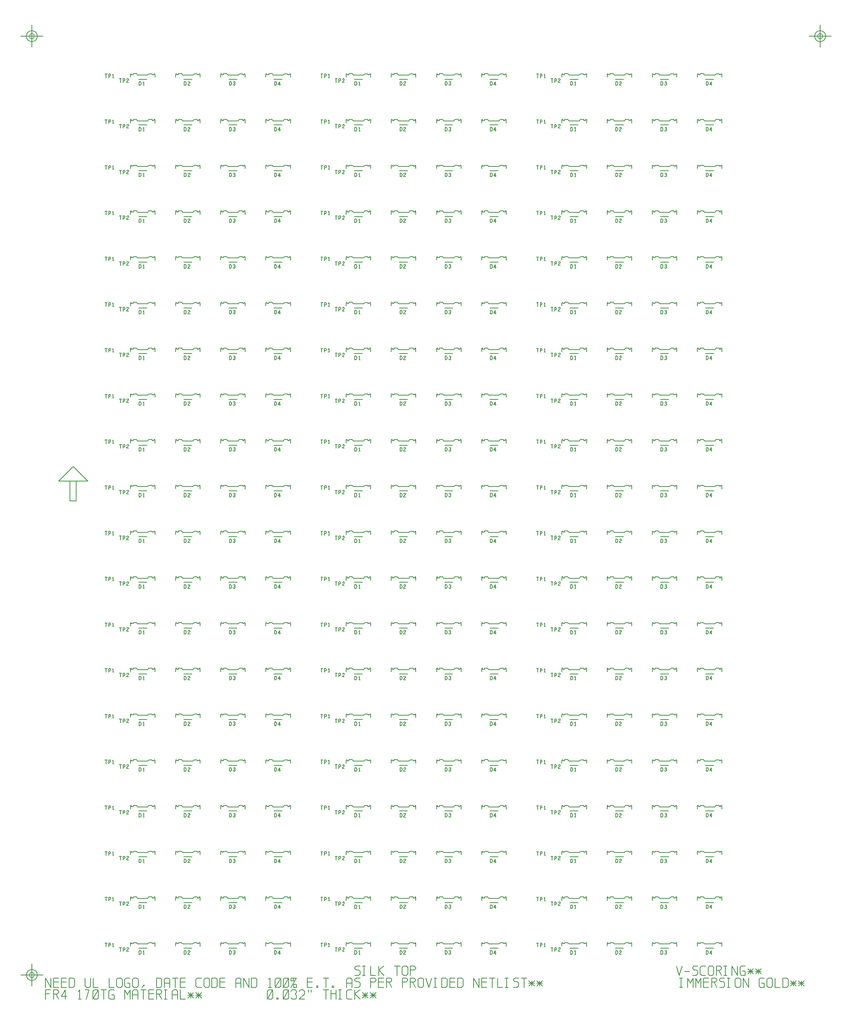
<source format=gbr>
*%FSLAX24Y24*%
%MOIN*%
%IPPOS*%
%ADD10C,0.03*%
%ADD11C,0.024*%
%ADD12R,0.065X0.032*%
%ADD13C,0.0276*%
%ADD14C,0.01*%
%ADD15C,0.015*%
%ADD16C,0.125*%
%ADD17R,0.075X0.075*%
%ADD18R,0.08X0.08*%
%AMD19*
1,1,0.1,0.0,0.0*
1,0,0.0875,0.0,0.0*
1,1,0.05,0.0,0.0*
1,0,0.0375,0.0,0.0*
20,1,0.0062,0.0,-0.0969,0.0,0.0969,0.0*
20,1,0.0062,-0.0969,0.0,0.0969,0.0,0.0*%
%ADD19D19*%
G04:---LTIenv:A019:6,0.2,6 *
%ADD100C,0.03*%
%ADD101C,0.024*%
%ADD102R,0.012X0.024*%
%ADD103R,0.03X0.02*%
%ADD104C,0.007*%
%ADD105R,0.062X0.028*%
%ADD106R,0.0085X0.02*%
%ADD107R,0.026X0.018*%
%ADD108C,0.035*%
%ADD109R,0.07X0.037*%
%ADD110C,0.035*%
%ADD111R,0.017X0.029*%
%ADD112R,0.035X0.025*%
%ADD113C,0.005*%
%AMD117*
1,1,0.001,0.01,0.0*
20,1,0.001,0.01,0.0,-0.01,0.0,0.0*
1,1,0.001,-0.01,0.0*
1,1,0.001,0.0,0.01*
20,1,0.001,0.0,0.01,0.0,-0.01,0.0*
1,1,0.001,0.0,-0.01*%
%ADD117D117*%
%AMD118*
1,1,0.001,0.025,0.0*
20,1,0.001,0.025,0.0,0.0246,-0.0043,0.0*
1,1,0.001,0.0246,-0.0043*
20,1,0.001,0.0246,-0.0043,0.0235,-0.0086,0.0*
1,1,0.001,0.0235,-0.0086*
20,1,0.001,0.0235,-0.0086,0.0217,-0.0125,0.0*
1,1,0.001,0.0217,-0.0125*
20,1,0.001,0.0217,-0.0125,0.0192,-0.0161,0.0*
1,1,0.001,0.0192,-0.0161*
20,1,0.001,0.0192,-0.0161,0.0161,-0.0192,0.0*
1,1,0.001,0.0161,-0.0192*
20,1,0.001,0.0161,-0.0192,0.0125,-0.0217,0.0*
1,1,0.001,0.0125,-0.0217*
20,1,0.001,0.0125,-0.0217,0.0086,-0.0235,0.0*
1,1,0.001,0.0086,-0.0235*
20,1,0.001,0.0086,-0.0235,0.0043,-0.0246,0.0*
1,1,0.001,0.0043,-0.0246*
20,1,0.001,0.0043,-0.0246,0.0,-0.025,0.0*
1,1,0.001,0.0,-0.025*
20,1,0.001,0.0,-0.025,-0.0043,-0.0246,0.0*
1,1,0.001,-0.0043,-0.0246*
20,1,0.001,-0.0043,-0.0246,-0.0086,-0.0235,0.0*
1,1,0.001,-0.0086,-0.0235*
20,1,0.001,-0.0086,-0.0235,-0.0125,-0.0217,0.0*
1,1,0.001,-0.0125,-0.0217*
20,1,0.001,-0.0125,-0.0217,-0.0161,-0.0192,0.0*
1,1,0.001,-0.0161,-0.0192*
20,1,0.001,-0.0161,-0.0192,-0.0192,-0.0161,0.0*
1,1,0.001,-0.0192,-0.0161*
20,1,0.001,-0.0192,-0.0161,-0.0217,-0.0125,0.0*
1,1,0.001,-0.0217,-0.0125*
20,1,0.001,-0.0217,-0.0125,-0.0235,-0.0086,0.0*
1,1,0.001,-0.0235,-0.0086*
20,1,0.001,-0.0235,-0.0086,-0.0246,-0.0043,0.0*
1,1,0.001,-0.0246,-0.0043*
20,1,0.001,-0.0246,-0.0043,-0.025,0.0,0.0*
1,1,0.001,-0.025,0.0*
20,1,0.001,-0.025,0.0,-0.0246,0.0043,0.0*
1,1,0.001,-0.0246,0.0043*
20,1,0.001,-0.0246,0.0043,-0.0235,0.0086,0.0*
1,1,0.001,-0.0235,0.0086*
20,1,0.001,-0.0235,0.0086,-0.0217,0.0125,0.0*
1,1,0.001,-0.0217,0.0125*
20,1,0.001,-0.0217,0.0125,-0.0192,0.0161,0.0*
1,1,0.001,-0.0192,0.0161*
20,1,0.001,-0.0192,0.0161,-0.0161,0.0192,0.0*
1,1,0.001,-0.0161,0.0192*
20,1,0.001,-0.0161,0.0192,-0.0125,0.0217,0.0*
1,1,0.001,-0.0125,0.0217*
20,1,0.001,-0.0125,0.0217,-0.0086,0.0235,0.0*
1,1,0.001,-0.0086,0.0235*
20,1,0.001,-0.0086,0.0235,-0.0043,0.0246,0.0*
1,1,0.001,-0.0043,0.0246*
20,1,0.001,-0.0043,0.0246,0.0,0.025,0.0*
1,1,0.001,0.0,0.025*
20,1,0.001,0.0,0.025,0.0043,0.0246,0.0*
1,1,0.001,0.0043,0.0246*
20,1,0.001,0.0043,0.0246,0.0086,0.0235,0.0*
1,1,0.001,0.0086,0.0235*
20,1,0.001,0.0086,0.0235,0.0125,0.0217,0.0*
1,1,0.001,0.0125,0.0217*
20,1,0.001,0.0125,0.0217,0.0161,0.0192,0.0*
1,1,0.001,0.0161,0.0192*
20,1,0.001,0.0161,0.0192,0.0192,0.0161,0.0*
1,1,0.001,0.0192,0.0161*
20,1,0.001,0.0192,0.0161,0.0217,0.0125,0.0*
1,1,0.001,0.0217,0.0125*
20,1,0.001,0.0217,0.0125,0.0235,0.0086,0.0*
1,1,0.001,0.0235,0.0086*
20,1,0.001,0.0235,0.0086,0.0246,0.0043,0.0*
1,1,0.001,0.0246,0.0043*
20,1,0.001,0.0246,0.0043,0.025,0.0,0.0*
1,1,0.001,0.025,0.0*
1,1,0.001,0.0125,0.0*
20,1,0.001,0.0125,0.0,-0.0125,0.0,0.0*
1,1,0.001,-0.0125,0.0*
1,1,0.001,0.0,0.0125*
20,1,0.001,0.0,0.0125,0.0,-0.0125,0.0*
1,1,0.001,0.0,-0.0125*%
%ADD118D118*%
%ADD119C,0.08*%
%ADD120C,0.008*%
%ADD200C,0.002*%
%ADD901C,0.0118*%
G04:---LTIenv:A901:15,0.0118,1 *
%ADD902C,0.02*%
G04:---LTIenv:A902:15,0.02,2 *

%LPD*%
D113*X20432Y75740D2*X19734D1*X20274Y75317D2*X20082D1*X20224Y75539*Y75229*X19784D2*X19861D1*X19891Y75245*X19914Y75265*X19933Y75296*X19949Y75332*X19953Y75384*X19949Y75436*X19933Y75472*X19914Y75503*X19891Y75524*X19861Y75539*X19784*Y75229*X19035Y75937D2*Y76212D1*X19123*Y76134*X19271*Y76222*X19537*X19655Y76104*X20521*X20629Y76212*X20915*Y76134*X21043*Y76212*X21141*Y75927*X15159Y75937D2*Y76212D1*X15247*Y76134*X15395*Y76222*X15661*X15779Y76104*X16645*X16753Y76212*X17039*Y76134*X17167*Y76212*X17265*Y75927*X16556Y75740D2*X15858D1*X16249Y75513D2*X16283Y75534D1*X16318Y75539*X16352Y75524*X16371Y75498*X16379Y75467*X16371Y75436*X16352Y75410*X16329Y75394*X16295*X16329D2*X16356Y75384D1*X16383Y75358*X16390Y75322*X16387Y75291*X16367Y75260*X16337Y75234*X16306Y75229*X16272Y75234*X16241Y75255*X16218Y75291*X15908Y75229D2*X15985D1*X16015Y75245*X16038Y75265*X16057Y75296*X16073Y75332*X16077Y75384*X16073Y75436*X16057Y75472*X16038Y75503*X16015Y75524*X15985Y75539*X15908*Y75229*X11283Y75937D2*Y76212D1*X11371*Y76134*X11519*Y76222*X11785*X11903Y76104*X12769*X12877Y76212*X13163*Y76134*X13291*Y76212*X13389*Y75927*X12680Y75740D2*X11982D1*X12507Y75229D2*X12346D1*X12354Y75276*X12376Y75327*X12411Y75363*X12488Y75415*X12503Y75441*X12507Y75472*X12499Y75503*X12472Y75529*X12434Y75539*X12403Y75534*X12376Y75518*X12354Y75487*X12032Y75229D2*X12109D1*X12139Y75245*X12162Y75265*X12182Y75296*X12197Y75332*X12201Y75384*X12197Y75436*X12182Y75472*X12162Y75503*X12139Y75524*X12109Y75539*X12032*Y75229*X7256Y75480D2*X7094D1*X7102Y75526*X7125Y75578*X7160Y75614*X7236Y75666*X7252Y75692*X7256Y75723*X7248Y75754*X7221Y75780*X7183Y75790*X7152Y75785*X7125Y75769*X7102Y75738*X6788Y75609D2*X6880D1*X6915Y75625*X6934Y75656*X6942Y75697*X6934Y75738*X6911Y75774*X6880Y75790*X6788*Y75480*X6467Y75790D2*X6643D1*X6555D2*Y75480D1*X7407Y75937D2*Y76212D1*X7495*Y76134*X7643*Y76222*X7909*X8027Y76104*X8893*X9001Y76212*X9287*Y76134*X9415*Y76212*X9513*Y75927*X8804Y75740D2*X8106D1*X8504Y75229D2*X8596D1*X8504Y75477D2*X8550Y75539D1*Y75229*X8156D2*X8233D1*X8263Y75245*X8286Y75265*X8306Y75296*X8321Y75332*X8325Y75384*X8321Y75436*X8306Y75472*X8286Y75503*X8263Y75524*X8233Y75539*X8156*Y75229*X5889Y75880D2*X5981D1*X5889Y76128D2*X5935Y76190D1*Y75880*X5548Y76009D2*X5640D1*X5675Y76025*X5694Y76056*X5702Y76097*X5694Y76138*X5671Y76174*X5640Y76190*X5548*Y75880*X5227Y76190D2*X5403D1*X5315D2*Y75880D1*X38944Y75740D2*X38246D1*X38786Y75317D2*X38594D1*X38736Y75539*Y75229*X38296D2*X38373D1*X38403Y75245*X38426Y75265*X38445Y75296*X38461Y75332*X38465Y75384*X38461Y75436*X38445Y75472*X38426Y75503*X38403Y75524*X38373Y75539*X38296*Y75229*X37547Y75937D2*Y76212D1*X37635*Y76134*X37783*Y76222*X38049*X38167Y76104*X39033*X39141Y76212*X39427*Y76134*X39555*Y76212*X39653*Y75927*X33671Y75937D2*Y76212D1*X33759*Y76134*X33907*Y76222*X34173*X34291Y76104*X35157*X35265Y76212*X35551*Y76134*X35679*Y76212*X35777*Y75927*X35068Y75740D2*X34370D1*X34761Y75513D2*X34795Y75534D1*X34830Y75539*X34864Y75524*X34883Y75498*X34891Y75467*X34883Y75436*X34864Y75410*X34841Y75394*X34807*X34841D2*X34868Y75384D1*X34895Y75358*X34902Y75322*X34899Y75291*X34879Y75260*X34849Y75234*X34818Y75229*X34784Y75234*X34753Y75255*X34730Y75291*X34420Y75229D2*X34497D1*X34527Y75245*X34550Y75265*X34569Y75296*X34585Y75332*X34589Y75384*X34585Y75436*X34569Y75472*X34550Y75503*X34527Y75524*X34497Y75539*X34420*Y75229*X29795Y75937D2*Y76212D1*X29883*Y76134*X30031*Y76222*X30297*X30415Y76104*X31281*X31389Y76212*X31675*Y76134*X31803*Y76212*X31901*Y75927*X31192Y75740D2*X30494D1*X31019Y75229D2*X30858D1*X30866Y75276*X30888Y75327*X30923Y75363*X31000Y75415*X31015Y75441*X31019Y75472*X31011Y75503*X30984Y75529*X30946Y75539*X30915Y75534*X30888Y75518*X30866Y75487*X30544Y75229D2*X30621D1*X30651Y75245*X30674Y75265*X30694Y75296*X30709Y75332*X30713Y75384*X30709Y75436*X30694Y75472*X30674Y75503*X30651Y75524*X30621Y75539*X30544*Y75229*X25768Y75480D2*X25606D1*X25614Y75526*X25637Y75578*X25672Y75614*X25748Y75666*X25764Y75692*X25768Y75723*X25760Y75754*X25733Y75780*X25695Y75790*X25664Y75785*X25637Y75769*X25614Y75738*X25300Y75609D2*X25392D1*X25427Y75625*X25446Y75656*X25454Y75697*X25446Y75738*X25423Y75774*X25392Y75790*X25300*Y75480*X24979Y75790D2*X25155D1*X25067D2*Y75480D1*X25919Y75937D2*Y76212D1*X26007*Y76134*X26155*Y76222*X26421*X26539Y76104*X27405*X27513Y76212*X27799*Y76134*X27927*Y76212*X28025*Y75927*X27316Y75740D2*X26618D1*X27016Y75229D2*X27108D1*X27016Y75477D2*X27062Y75539D1*Y75229*X26668D2*X26745D1*X26775Y75245*X26798Y75265*X26818Y75296*X26833Y75332*X26837Y75384*X26833Y75436*X26818Y75472*X26798Y75503*X26775Y75524*X26745Y75539*X26668*Y75229*X24401Y75880D2*X24493D1*X24401Y76128D2*X24447Y76190D1*Y75880*X24060Y76009D2*X24152D1*X24187Y76025*X24206Y76056*X24214Y76097*X24206Y76138*X24183Y76174*X24152Y76190*X24060*Y75880*X23739Y76190D2*X23915D1*X23827D2*Y75880D1*X57456Y75740D2*X56758D1*X57298Y75317D2*X57106D1*X57248Y75539*Y75229*X56808D2*X56885D1*X56915Y75245*X56938Y75265*X56957Y75296*X56973Y75332*X56977Y75384*X56973Y75436*X56957Y75472*X56938Y75503*X56915Y75524*X56885Y75539*X56808*Y75229*X56059Y75937D2*Y76212D1*X56147*Y76134*X56295*Y76222*X56561*X56679Y76104*X57545*X57653Y76212*X57939*Y76134*X58067*Y76212*X58165*Y75927*X52183Y75937D2*Y76212D1*X52271*Y76134*X52419*Y76222*X52685*X52803Y76104*X53669*X53777Y76212*X54063*Y76134*X54191*Y76212*X54289*Y75927*X53580Y75740D2*X52882D1*X53273Y75513D2*X53307Y75534D1*X53342Y75539*X53376Y75524*X53395Y75498*X53403Y75467*X53395Y75436*X53376Y75410*X53353Y75394*X53319*X53353D2*X53380Y75384D1*X53407Y75358*X53414Y75322*X53411Y75291*X53391Y75260*X53361Y75234*X53330Y75229*X53296Y75234*X53265Y75255*X53242Y75291*X52932Y75229D2*X53009D1*X53039Y75245*X53062Y75265*X53081Y75296*X53097Y75332*X53101Y75384*X53097Y75436*X53081Y75472*X53062Y75503*X53039Y75524*X53009Y75539*X52932*Y75229*X48307Y75937D2*Y76212D1*X48395*Y76134*X48543*Y76222*X48809*X48927Y76104*X49793*X49901Y76212*X50187*Y76134*X50315*Y76212*X50413*Y75927*X49704Y75740D2*X49006D1*X49531Y75229D2*X49370D1*X49378Y75276*X49400Y75327*X49435Y75363*X49512Y75415*X49527Y75441*X49531Y75472*X49523Y75503*X49496Y75529*X49458Y75539*X49427Y75534*X49400Y75518*X49378Y75487*X49056Y75229D2*X49133D1*X49163Y75245*X49186Y75265*X49206Y75296*X49221Y75332*X49225Y75384*X49221Y75436*X49206Y75472*X49186Y75503*X49163Y75524*X49133Y75539*X49056*Y75229*X44280Y75480D2*X44118D1*X44126Y75526*X44149Y75578*X44184Y75614*X44260Y75666*X44276Y75692*X44280Y75723*X44272Y75754*X44245Y75780*X44207Y75790*X44176Y75785*X44149Y75769*X44126Y75738*X43812Y75609D2*X43904D1*X43939Y75625*X43958Y75656*X43966Y75697*X43958Y75738*X43935Y75774*X43904Y75790*X43812*Y75480*X43491Y75790D2*X43667D1*X43579D2*Y75480D1*X44431Y75937D2*Y76212D1*X44519*Y76134*X44667*Y76222*X44933*X45051Y76104*X45917*X46025Y76212*X46311*Y76134*X46439*Y76212*X46537*Y75927*X45828Y75740D2*X45130D1*X45528Y75229D2*X45620D1*X45528Y75477D2*X45574Y75539D1*Y75229*X45180D2*X45257D1*X45287Y75245*X45310Y75265*X45330Y75296*X45345Y75332*X45349Y75384*X45345Y75436*X45330Y75472*X45310Y75503*X45287Y75524*X45257Y75539*X45180*Y75229*X42913Y75880D2*X43005D1*X42913Y76128D2*X42959Y76190D1*Y75880*X42572Y76009D2*X42664D1*X42699Y76025*X42718Y76056*X42726Y76097*X42718Y76138*X42695Y76174*X42664Y76190*X42572*Y75880*X42251Y76190D2*X42427D1*X42339D2*Y75880D1*X57456Y71820D2*X56758D1*X57298Y71397D2*X57106D1*X57248Y71619*Y71309*X56808D2*X56885D1*X56915Y71325*X56938Y71345*X56957Y71376*X56973Y71412*X56977Y71464*X56973Y71516*X56957Y71552*X56938Y71583*X56915Y71604*X56885Y71619*X56808*Y71309*X56059Y72017D2*Y72292D1*X56147*Y72214*X56295*Y72302*X56561*X56679Y72184*X57545*X57653Y72292*X57939*Y72214*X58067*Y72292*X58165*Y72007*X52183Y72017D2*Y72292D1*X52271*Y72214*X52419*Y72302*X52685*X52803Y72184*X53669*X53777Y72292*X54063*Y72214*X54191*Y72292*X54289*Y72007*X53580Y71820D2*X52882D1*X53273Y71593D2*X53307Y71614D1*X53342Y71619*X53376Y71604*X53395Y71578*X53403Y71547*X53395Y71516*X53376Y71490*X53353Y71474*X53319*X53353D2*X53380Y71464D1*X53407Y71438*X53414Y71402*X53411Y71371*X53391Y71340*X53361Y71314*X53330Y71309*X53296Y71314*X53265Y71335*X53242Y71371*X52932Y71309D2*X53009D1*X53039Y71325*X53062Y71345*X53081Y71376*X53097Y71412*X53101Y71464*X53097Y71516*X53081Y71552*X53062Y71583*X53039Y71604*X53009Y71619*X52932*Y71309*X48307Y72017D2*Y72292D1*X48395*Y72214*X48543*Y72302*X48809*X48927Y72184*X49793*X49901Y72292*X50187*Y72214*X50315*Y72292*X50413*Y72007*X49704Y71820D2*X49006D1*X49531Y71309D2*X49370D1*X49378Y71356*X49400Y71407*X49435Y71443*X49512Y71495*X49527Y71521*X49531Y71552*X49523Y71583*X49496Y71609*X49458Y71619*X49427Y71614*X49400Y71598*X49378Y71567*X49056Y71309D2*X49133D1*X49163Y71325*X49186Y71345*X49206Y71376*X49221Y71412*X49225Y71464*X49221Y71516*X49206Y71552*X49186Y71583*X49163Y71604*X49133Y71619*X49056*Y71309*X44280Y71560D2*X44118D1*X44126Y71606*X44149Y71658*X44184Y71694*X44260Y71746*X44276Y71772*X44280Y71803*X44272Y71834*X44245Y71860*X44207Y71870*X44176Y71865*X44149Y71849*X44126Y71818*X43812Y71689D2*X43904D1*X43939Y71705*X43958Y71736*X43966Y71777*X43958Y71818*X43935Y71854*X43904Y71870*X43812*Y71560*X43491Y71870D2*X43667D1*X43579D2*Y71560D1*X44431Y72017D2*Y72292D1*X44519*Y72214*X44667*Y72302*X44933*X45051Y72184*X45917*X46025Y72292*X46311*Y72214*X46439*Y72292*X46537*Y72007*X45828Y71820D2*X45130D1*X45528Y71309D2*X45620D1*X45528Y71557D2*X45574Y71619D1*Y71309*X45180D2*X45257D1*X45287Y71325*X45310Y71345*X45330Y71376*X45345Y71412*X45349Y71464*X45345Y71516*X45330Y71552*X45310Y71583*X45287Y71604*X45257Y71619*X45180*Y71309*X42913Y71960D2*X43005D1*X42913Y72208D2*X42959Y72270D1*Y71960*X42572Y72089D2*X42664D1*X42699Y72105*X42718Y72136*X42726Y72177*X42718Y72218*X42695Y72254*X42664Y72270*X42572*Y71960*X42251Y72270D2*X42427D1*X42339D2*Y71960D1*X38944Y71820D2*X38246D1*X38786Y71397D2*X38594D1*X38736Y71619*Y71309*X38296D2*X38373D1*X38403Y71325*X38426Y71345*X38445Y71376*X38461Y71412*X38465Y71464*X38461Y71516*X38445Y71552*X38426Y71583*X38403Y71604*X38373Y71619*X38296*Y71309*X37547Y72017D2*Y72292D1*X37635*Y72214*X37783*Y72302*X38049*X38167Y72184*X39033*X39141Y72292*X39427*Y72214*X39555*Y72292*X39653*Y72007*X33671Y72017D2*Y72292D1*X33759*Y72214*X33907*Y72302*X34173*X34291Y72184*X35157*X35265Y72292*X35551*Y72214*X35679*Y72292*X35777*Y72007*X35068Y71820D2*X34370D1*X34761Y71593D2*X34795Y71614D1*X34830Y71619*X34864Y71604*X34883Y71578*X34891Y71547*X34883Y71516*X34864Y71490*X34841Y71474*X34807*X34841D2*X34868Y71464D1*X34895Y71438*X34902Y71402*X34899Y71371*X34879Y71340*X34849Y71314*X34818Y71309*X34784Y71314*X34753Y71335*X34730Y71371*X34420Y71309D2*X34497D1*X34527Y71325*X34550Y71345*X34569Y71376*X34585Y71412*X34589Y71464*X34585Y71516*X34569Y71552*X34550Y71583*X34527Y71604*X34497Y71619*X34420*Y71309*X29795Y72017D2*Y72292D1*X29883*Y72214*X30031*Y72302*X30297*X30415Y72184*X31281*X31389Y72292*X31675*Y72214*X31803*Y72292*X31901*Y72007*X31192Y71820D2*X30494D1*X31019Y71309D2*X30858D1*X30866Y71356*X30888Y71407*X30923Y71443*X31000Y71495*X31015Y71521*X31019Y71552*X31011Y71583*X30984Y71609*X30946Y71619*X30915Y71614*X30888Y71598*X30866Y71567*X30544Y71309D2*X30621D1*X30651Y71325*X30674Y71345*X30694Y71376*X30709Y71412*X30713Y71464*X30709Y71516*X30694Y71552*X30674Y71583*X30651Y71604*X30621Y71619*X30544*Y71309*X25768Y71560D2*X25606D1*X25614Y71606*X25637Y71658*X25672Y71694*X25748Y71746*X25764Y71772*X25768Y71803*X25760Y71834*X25733Y71860*X25695Y71870*X25664Y71865*X25637Y71849*X25614Y71818*X25300Y71689D2*X25392D1*X25427Y71705*X25446Y71736*X25454Y71777*X25446Y71818*X25423Y71854*X25392Y71870*X25300*Y71560*X24979Y71870D2*X25155D1*X25067D2*Y71560D1*X25919Y72017D2*Y72292D1*X26007*Y72214*X26155*Y72302*X26421*X26539Y72184*X27405*X27513Y72292*X27799*Y72214*X27927*Y72292*X28025*Y72007*X27316Y71820D2*X26618D1*X27016Y71309D2*X27108D1*X27016Y71557D2*X27062Y71619D1*Y71309*X26668D2*X26745D1*X26775Y71325*X26798Y71345*X26818Y71376*X26833Y71412*X26837Y71464*X26833Y71516*X26818Y71552*X26798Y71583*X26775Y71604*X26745Y71619*X26668*Y71309*X24401Y71960D2*X24493D1*X24401Y72208D2*X24447Y72270D1*Y71960*X24060Y72089D2*X24152D1*X24187Y72105*X24206Y72136*X24214Y72177*X24206Y72218*X24183Y72254*X24152Y72270*X24060*Y71960*X23739Y72270D2*X23915D1*X23827D2*Y71960D1*X20432Y71820D2*X19734D1*X20274Y71397D2*X20082D1*X20224Y71619*Y71309*X19784D2*X19861D1*X19891Y71325*X19914Y71345*X19933Y71376*X19949Y71412*X19953Y71464*X19949Y71516*X19933Y71552*X19914Y71583*X19891Y71604*X19861Y71619*X19784*Y71309*X19035Y72017D2*Y72292D1*X19123*Y72214*X19271*Y72302*X19537*X19655Y72184*X20521*X20629Y72292*X20915*Y72214*X21043*Y72292*X21141*Y72007*X15159Y72017D2*Y72292D1*X15247*Y72214*X15395*Y72302*X15661*X15779Y72184*X16645*X16753Y72292*X17039*Y72214*X17167*Y72292*X17265*Y72007*X16556Y71820D2*X15858D1*X16249Y71593D2*X16283Y71614D1*X16318Y71619*X16352Y71604*X16371Y71578*X16379Y71547*X16371Y71516*X16352Y71490*X16329Y71474*X16295*X16329D2*X16356Y71464D1*X16383Y71438*X16390Y71402*X16387Y71371*X16367Y71340*X16337Y71314*X16306Y71309*X16272Y71314*X16241Y71335*X16218Y71371*X15908Y71309D2*X15985D1*X16015Y71325*X16038Y71345*X16057Y71376*X16073Y71412*X16077Y71464*X16073Y71516*X16057Y71552*X16038Y71583*X16015Y71604*X15985Y71619*X15908*Y71309*X11283Y72017D2*Y72292D1*X11371*Y72214*X11519*Y72302*X11785*X11903Y72184*X12769*X12877Y72292*X13163*Y72214*X13291*Y72292*X13389*Y72007*X12680Y71820D2*X11982D1*X12507Y71309D2*X12346D1*X12354Y71356*X12376Y71407*X12411Y71443*X12488Y71495*X12503Y71521*X12507Y71552*X12499Y71583*X12472Y71609*X12434Y71619*X12403Y71614*X12376Y71598*X12354Y71567*X12032Y71309D2*X12109D1*X12139Y71325*X12162Y71345*X12182Y71376*X12197Y71412*X12201Y71464*X12197Y71516*X12182Y71552*X12162Y71583*X12139Y71604*X12109Y71619*X12032*Y71309*X7256Y71560D2*X7094D1*X7102Y71606*X7125Y71658*X7160Y71694*X7236Y71746*X7252Y71772*X7256Y71803*X7248Y71834*X7221Y71860*X7183Y71870*X7152Y71865*X7125Y71849*X7102Y71818*X6788Y71689D2*X6880D1*X6915Y71705*X6934Y71736*X6942Y71777*X6934Y71818*X6911Y71854*X6880Y71870*X6788*Y71560*X6467Y71870D2*X6643D1*X6555D2*Y71560D1*X7407Y72017D2*Y72292D1*X7495*Y72214*X7643*Y72302*X7909*X8027Y72184*X8893*X9001Y72292*X9287*Y72214*X9415*Y72292*X9513*Y72007*X8804Y71820D2*X8106D1*X8504Y71309D2*X8596D1*X8504Y71557D2*X8550Y71619D1*Y71309*X8156D2*X8233D1*X8263Y71325*X8286Y71345*X8306Y71376*X8321Y71412*X8325Y71464*X8321Y71516*X8306Y71552*X8286Y71583*X8263Y71604*X8233Y71619*X8156*Y71309*X5889Y71960D2*X5981D1*X5889Y72208D2*X5935Y72270D1*Y71960*X5548Y72089D2*X5640D1*X5675Y72105*X5694Y72136*X5702Y72177*X5694Y72218*X5671Y72254*X5640Y72270*X5548*Y71960*X5227Y72270D2*X5403D1*X5315D2*Y71960D1*X20432Y67900D2*X19734D1*X20274Y67477D2*X20082D1*X20224Y67699*Y67389*X19784D2*X19861D1*X19891Y67405*X19914Y67425*X19933Y67456*X19949Y67492*X19953Y67544*X19949Y67596*X19933Y67632*X19914Y67663*X19891Y67684*X19861Y67699*X19784*Y67389*X19035Y68097D2*Y68372D1*X19123*Y68294*X19271*Y68382*X19537*X19655Y68264*X20521*X20629Y68372*X20915*Y68294*X21043*Y68372*X21141*Y68087*X15159Y68097D2*Y68372D1*X15247*Y68294*X15395*Y68382*X15661*X15779Y68264*X16645*X16753Y68372*X17039*Y68294*X17167*Y68372*X17265*Y68087*X16556Y67900D2*X15858D1*X16249Y67673D2*X16283Y67694D1*X16318Y67699*X16352Y67684*X16371Y67658*X16379Y67627*X16371Y67596*X16352Y67570*X16329Y67554*X16295*X16329D2*X16356Y67544D1*X16383Y67518*X16390Y67482*X16387Y67451*X16367Y67420*X16337Y67394*X16306Y67389*X16272Y67394*X16241Y67415*X16218Y67451*X15908Y67389D2*X15985D1*X16015Y67405*X16038Y67425*X16057Y67456*X16073Y67492*X16077Y67544*X16073Y67596*X16057Y67632*X16038Y67663*X16015Y67684*X15985Y67699*X15908*Y67389*X11283Y68097D2*Y68372D1*X11371*Y68294*X11519*Y68382*X11785*X11903Y68264*X12769*X12877Y68372*X13163*Y68294*X13291*Y68372*X13389*Y68087*X12680Y67900D2*X11982D1*X12507Y67389D2*X12346D1*X12354Y67436*X12376Y67487*X12411Y67523*X12488Y67575*X12503Y67601*X12507Y67632*X12499Y67663*X12472Y67689*X12434Y67699*X12403Y67694*X12376Y67678*X12354Y67647*X12032Y67389D2*X12109D1*X12139Y67405*X12162Y67425*X12182Y67456*X12197Y67492*X12201Y67544*X12197Y67596*X12182Y67632*X12162Y67663*X12139Y67684*X12109Y67699*X12032*Y67389*X7256Y67640D2*X7094D1*X7102Y67686*X7125Y67738*X7160Y67774*X7236Y67826*X7252Y67852*X7256Y67883*X7248Y67914*X7221Y67940*X7183Y67950*X7152Y67945*X7125Y67929*X7102Y67898*X6788Y67769D2*X6880D1*X6915Y67785*X6934Y67816*X6942Y67857*X6934Y67898*X6911Y67934*X6880Y67950*X6788*Y67640*X6467Y67950D2*X6643D1*X6555D2*Y67640D1*X7407Y68097D2*Y68372D1*X7495*Y68294*X7643*Y68382*X7909*X8027Y68264*X8893*X9001Y68372*X9287*Y68294*X9415*Y68372*X9513*Y68087*X8804Y67900D2*X8106D1*X8504Y67389D2*X8596D1*X8504Y67637D2*X8550Y67699D1*Y67389*X8156D2*X8233D1*X8263Y67405*X8286Y67425*X8306Y67456*X8321Y67492*X8325Y67544*X8321Y67596*X8306Y67632*X8286Y67663*X8263Y67684*X8233Y67699*X8156*Y67389*X5889Y68040D2*X5981D1*X5889Y68288D2*X5935Y68350D1*Y68040*X5548Y68169D2*X5640D1*X5675Y68185*X5694Y68216*X5702Y68257*X5694Y68298*X5671Y68334*X5640Y68350*X5548*Y68040*X5227Y68350D2*X5403D1*X5315D2*Y68040D1*X38944Y67900D2*X38246D1*X38786Y67477D2*X38594D1*X38736Y67699*Y67389*X38296D2*X38373D1*X38403Y67405*X38426Y67425*X38445Y67456*X38461Y67492*X38465Y67544*X38461Y67596*X38445Y67632*X38426Y67663*X38403Y67684*X38373Y67699*X38296*Y67389*X37547Y68097D2*Y68372D1*X37635*Y68294*X37783*Y68382*X38049*X38167Y68264*X39033*X39141Y68372*X39427*Y68294*X39555*Y68372*X39653*Y68087*X33671Y68097D2*Y68372D1*X33759*Y68294*X33907*Y68382*X34173*X34291Y68264*X35157*X35265Y68372*X35551*Y68294*X35679*Y68372*X35777*Y68087*X35068Y67900D2*X34370D1*X34761Y67673D2*X34795Y67694D1*X34830Y67699*X34864Y67684*X34883Y67658*X34891Y67627*X34883Y67596*X34864Y67570*X34841Y67554*X34807*X34841D2*X34868Y67544D1*X34895Y67518*X34902Y67482*X34899Y67451*X34879Y67420*X34849Y67394*X34818Y67389*X34784Y67394*X34753Y67415*X34730Y67451*X34420Y67389D2*X34497D1*X34527Y67405*X34550Y67425*X34569Y67456*X34585Y67492*X34589Y67544*X34585Y67596*X34569Y67632*X34550Y67663*X34527Y67684*X34497Y67699*X34420*Y67389*X29795Y68097D2*Y68372D1*X29883*Y68294*X30031*Y68382*X30297*X30415Y68264*X31281*X31389Y68372*X31675*Y68294*X31803*Y68372*X31901*Y68087*X31192Y67900D2*X30494D1*X31019Y67389D2*X30858D1*X30866Y67436*X30888Y67487*X30923Y67523*X31000Y67575*X31015Y67601*X31019Y67632*X31011Y67663*X30984Y67689*X30946Y67699*X30915Y67694*X30888Y67678*X30866Y67647*X30544Y67389D2*X30621D1*X30651Y67405*X30674Y67425*X30694Y67456*X30709Y67492*X30713Y67544*X30709Y67596*X30694Y67632*X30674Y67663*X30651Y67684*X30621Y67699*X30544*Y67389*X25768Y67640D2*X25606D1*X25614Y67686*X25637Y67738*X25672Y67774*X25748Y67826*X25764Y67852*X25768Y67883*X25760Y67914*X25733Y67940*X25695Y67950*X25664Y67945*X25637Y67929*X25614Y67898*X25300Y67769D2*X25392D1*X25427Y67785*X25446Y67816*X25454Y67857*X25446Y67898*X25423Y67934*X25392Y67950*X25300*Y67640*X24979Y67950D2*X25155D1*X25067D2*Y67640D1*X25919Y68097D2*Y68372D1*X26007*Y68294*X26155*Y68382*X26421*X26539Y68264*X27405*X27513Y68372*X27799*Y68294*X27927*Y68372*X28025*Y68087*X27316Y67900D2*X26618D1*X27016Y67389D2*X27108D1*X27016Y67637D2*X27062Y67699D1*Y67389*X26668D2*X26745D1*X26775Y67405*X26798Y67425*X26818Y67456*X26833Y67492*X26837Y67544*X26833Y67596*X26818Y67632*X26798Y67663*X26775Y67684*X26745Y67699*X26668*Y67389*X24401Y68040D2*X24493D1*X24401Y68288D2*X24447Y68350D1*Y68040*X24060Y68169D2*X24152D1*X24187Y68185*X24206Y68216*X24214Y68257*X24206Y68298*X24183Y68334*X24152Y68350*X24060*Y68040*X23739Y68350D2*X23915D1*X23827D2*Y68040D1*X57456Y67900D2*X56758D1*X57298Y67477D2*X57106D1*X57248Y67699*Y67389*X56808D2*X56885D1*X56915Y67405*X56938Y67425*X56957Y67456*X56973Y67492*X56977Y67544*X56973Y67596*X56957Y67632*X56938Y67663*X56915Y67684*X56885Y67699*X56808*Y67389*X56059Y68097D2*Y68372D1*X56147*Y68294*X56295*Y68382*X56561*X56679Y68264*X57545*X57653Y68372*X57939*Y68294*X58067*Y68372*X58165*Y68087*X52183Y68097D2*Y68372D1*X52271*Y68294*X52419*Y68382*X52685*X52803Y68264*X53669*X53777Y68372*X54063*Y68294*X54191*Y68372*X54289*Y68087*X53580Y67900D2*X52882D1*X53273Y67673D2*X53307Y67694D1*X53342Y67699*X53376Y67684*X53395Y67658*X53403Y67627*X53395Y67596*X53376Y67570*X53353Y67554*X53319*X53353D2*X53380Y67544D1*X53407Y67518*X53414Y67482*X53411Y67451*X53391Y67420*X53361Y67394*X53330Y67389*X53296Y67394*X53265Y67415*X53242Y67451*X52932Y67389D2*X53009D1*X53039Y67405*X53062Y67425*X53081Y67456*X53097Y67492*X53101Y67544*X53097Y67596*X53081Y67632*X53062Y67663*X53039Y67684*X53009Y67699*X52932*Y67389*X48307Y68097D2*Y68372D1*X48395*Y68294*X48543*Y68382*X48809*X48927Y68264*X49793*X49901Y68372*X50187*Y68294*X50315*Y68372*X50413*Y68087*X49704Y67900D2*X49006D1*X49531Y67389D2*X49370D1*X49378Y67436*X49400Y67487*X49435Y67523*X49512Y67575*X49527Y67601*X49531Y67632*X49523Y67663*X49496Y67689*X49458Y67699*X49427Y67694*X49400Y67678*X49378Y67647*X49056Y67389D2*X49133D1*X49163Y67405*X49186Y67425*X49206Y67456*X49221Y67492*X49225Y67544*X49221Y67596*X49206Y67632*X49186Y67663*X49163Y67684*X49133Y67699*X49056*Y67389*X44280Y67640D2*X44118D1*X44126Y67686*X44149Y67738*X44184Y67774*X44260Y67826*X44276Y67852*X44280Y67883*X44272Y67914*X44245Y67940*X44207Y67950*X44176Y67945*X44149Y67929*X44126Y67898*X43812Y67769D2*X43904D1*X43939Y67785*X43958Y67816*X43966Y67857*X43958Y67898*X43935Y67934*X43904Y67950*X43812*Y67640*X43491Y67950D2*X43667D1*X43579D2*Y67640D1*X44431Y68097D2*Y68372D1*X44519*Y68294*X44667*Y68382*X44933*X45051Y68264*X45917*X46025Y68372*X46311*Y68294*X46439*Y68372*X46537*Y68087*X45828Y67900D2*X45130D1*X45528Y67389D2*X45620D1*X45528Y67637D2*X45574Y67699D1*Y67389*X45180D2*X45257D1*X45287Y67405*X45310Y67425*X45330Y67456*X45345Y67492*X45349Y67544*X45345Y67596*X45330Y67632*X45310Y67663*X45287Y67684*X45257Y67699*X45180*Y67389*X42913Y68040D2*X43005D1*X42913Y68288D2*X42959Y68350D1*Y68040*X42572Y68169D2*X42664D1*X42699Y68185*X42718Y68216*X42726Y68257*X42718Y68298*X42695Y68334*X42664Y68350*X42572*Y68040*X42251Y68350D2*X42427D1*X42339D2*Y68040D1*X57456Y63980D2*X56758D1*X57298Y63557D2*X57106D1*X57248Y63779*Y63469*X56808D2*X56885D1*X56915Y63485*X56938Y63505*X56957Y63536*X56973Y63572*X56977Y63624*X56973Y63676*X56957Y63712*X56938Y63743*X56915Y63764*X56885Y63779*X56808*Y63469*X56059Y64177D2*Y64452D1*X56147*Y64374*X56295*Y64462*X56561*X56679Y64344*X57545*X57653Y64452*X57939*Y64374*X58067*Y64452*X58165*Y64167*X52183Y64177D2*Y64452D1*X52271*Y64374*X52419*Y64462*X52685*X52803Y64344*X53669*X53777Y64452*X54063*Y64374*X54191*Y64452*X54289*Y64167*X53580Y63980D2*X52882D1*X53273Y63753D2*X53307Y63774D1*X53342Y63779*X53376Y63764*X53395Y63738*X53403Y63707*X53395Y63676*X53376Y63650*X53353Y63634*X53319*X53353D2*X53380Y63624D1*X53407Y63598*X53414Y63562*X53411Y63531*X53391Y63500*X53361Y63474*X53330Y63469*X53296Y63474*X53265Y63495*X53242Y63531*X52932Y63469D2*X53009D1*X53039Y63485*X53062Y63505*X53081Y63536*X53097Y63572*X53101Y63624*X53097Y63676*X53081Y63712*X53062Y63743*X53039Y63764*X53009Y63779*X52932*Y63469*X48307Y64177D2*Y64452D1*X48395*Y64374*X48543*Y64462*X48809*X48927Y64344*X49793*X49901Y64452*X50187*Y64374*X50315*Y64452*X50413*Y64167*X49704Y63980D2*X49006D1*X49531Y63469D2*X49370D1*X49378Y63516*X49400Y63567*X49435Y63603*X49512Y63655*X49527Y63681*X49531Y63712*X49523Y63743*X49496Y63769*X49458Y63779*X49427Y63774*X49400Y63758*X49378Y63727*X49056Y63469D2*X49133D1*X49163Y63485*X49186Y63505*X49206Y63536*X49221Y63572*X49225Y63624*X49221Y63676*X49206Y63712*X49186Y63743*X49163Y63764*X49133Y63779*X49056*Y63469*X44280Y63720D2*X44118D1*X44126Y63766*X44149Y63818*X44184Y63854*X44260Y63906*X44276Y63932*X44280Y63963*X44272Y63994*X44245Y64020*X44207Y64030*X44176Y64025*X44149Y64009*X44126Y63978*X43812Y63849D2*X43904D1*X43939Y63865*X43958Y63896*X43966Y63937*X43958Y63978*X43935Y64014*X43904Y64030*X43812*Y63720*X43491Y64030D2*X43667D1*X43579D2*Y63720D1*X44431Y64177D2*Y64452D1*X44519*Y64374*X44667*Y64462*X44933*X45051Y64344*X45917*X46025Y64452*X46311*Y64374*X46439*Y64452*X46537*Y64167*X45828Y63980D2*X45130D1*X45528Y63469D2*X45620D1*X45528Y63717D2*X45574Y63779D1*Y63469*X45180D2*X45257D1*X45287Y63485*X45310Y63505*X45330Y63536*X45345Y63572*X45349Y63624*X45345Y63676*X45330Y63712*X45310Y63743*X45287Y63764*X45257Y63779*X45180*Y63469*X42913Y64120D2*X43005D1*X42913Y64368D2*X42959Y64430D1*Y64120*X42572Y64249D2*X42664D1*X42699Y64265*X42718Y64296*X42726Y64337*X42718Y64378*X42695Y64414*X42664Y64430*X42572*Y64120*X42251Y64430D2*X42427D1*X42339D2*Y64120D1*X38944Y63980D2*X38246D1*X38786Y63557D2*X38594D1*X38736Y63779*Y63469*X38296D2*X38373D1*X38403Y63485*X38426Y63505*X38445Y63536*X38461Y63572*X38465Y63624*X38461Y63676*X38445Y63712*X38426Y63743*X38403Y63764*X38373Y63779*X38296*Y63469*X37547Y64177D2*Y64452D1*X37635*Y64374*X37783*Y64462*X38049*X38167Y64344*X39033*X39141Y64452*X39427*Y64374*X39555*Y64452*X39653*Y64167*X33671Y64177D2*Y64452D1*X33759*Y64374*X33907*Y64462*X34173*X34291Y64344*X35157*X35265Y64452*X35551*Y64374*X35679*Y64452*X35777*Y64167*X35068Y63980D2*X34370D1*X34761Y63753D2*X34795Y63774D1*X34830Y63779*X34864Y63764*X34883Y63738*X34891Y63707*X34883Y63676*X34864Y63650*X34841Y63634*X34807*X34841D2*X34868Y63624D1*X34895Y63598*X34902Y63562*X34899Y63531*X34879Y63500*X34849Y63474*X34818Y63469*X34784Y63474*X34753Y63495*X34730Y63531*X34420Y63469D2*X34497D1*X34527Y63485*X34550Y63505*X34569Y63536*X34585Y63572*X34589Y63624*X34585Y63676*X34569Y63712*X34550Y63743*X34527Y63764*X34497Y63779*X34420*Y63469*X29795Y64177D2*Y64452D1*X29883*Y64374*X30031*Y64462*X30297*X30415Y64344*X31281*X31389Y64452*X31675*Y64374*X31803*Y64452*X31901*Y64167*X31192Y63980D2*X30494D1*X31019Y63469D2*X30858D1*X30866Y63516*X30888Y63567*X30923Y63603*X31000Y63655*X31015Y63681*X31019Y63712*X31011Y63743*X30984Y63769*X30946Y63779*X30915Y63774*X30888Y63758*X30866Y63727*X30544Y63469D2*X30621D1*X30651Y63485*X30674Y63505*X30694Y63536*X30709Y63572*X30713Y63624*X30709Y63676*X30694Y63712*X30674Y63743*X30651Y63764*X30621Y63779*X30544*Y63469*X25768Y63720D2*X25606D1*X25614Y63766*X25637Y63818*X25672Y63854*X25748Y63906*X25764Y63932*X25768Y63963*X25760Y63994*X25733Y64020*X25695Y64030*X25664Y64025*X25637Y64009*X25614Y63978*X25300Y63849D2*X25392D1*X25427Y63865*X25446Y63896*X25454Y63937*X25446Y63978*X25423Y64014*X25392Y64030*X25300*Y63720*X24979Y64030D2*X25155D1*X25067D2*Y63720D1*X25919Y64177D2*Y64452D1*X26007*Y64374*X26155*Y64462*X26421*X26539Y64344*X27405*X27513Y64452*X27799*Y64374*X27927*Y64452*X28025*Y64167*X27316Y63980D2*X26618D1*X27016Y63469D2*X27108D1*X27016Y63717D2*X27062Y63779D1*Y63469*X26668D2*X26745D1*X26775Y63485*X26798Y63505*X26818Y63536*X26833Y63572*X26837Y63624*X26833Y63676*X26818Y63712*X26798Y63743*X26775Y63764*X26745Y63779*X26668*Y63469*X24401Y64120D2*X24493D1*X24401Y64368D2*X24447Y64430D1*Y64120*X24060Y64249D2*X24152D1*X24187Y64265*X24206Y64296*X24214Y64337*X24206Y64378*X24183Y64414*X24152Y64430*X24060*Y64120*X23739Y64430D2*X23915D1*X23827D2*Y64120D1*X20432Y63980D2*X19734D1*X20274Y63557D2*X20082D1*X20224Y63779*Y63469*X19784D2*X19861D1*X19891Y63485*X19914Y63505*X19933Y63536*X19949Y63572*X19953Y63624*X19949Y63676*X19933Y63712*X19914Y63743*X19891Y63764*X19861Y63779*X19784*Y63469*X19035Y64177D2*Y64452D1*X19123*Y64374*X19271*Y64462*X19537*X19655Y64344*X20521*X20629Y64452*X20915*Y64374*X21043*Y64452*X21141*Y64167*X15159Y64177D2*Y64452D1*X15247*Y64374*X15395*Y64462*X15661*X15779Y64344*X16645*X16753Y64452*X17039*Y64374*X17167*Y64452*X17265*Y64167*X16556Y63980D2*X15858D1*X16249Y63753D2*X16283Y63774D1*X16318Y63779*X16352Y63764*X16371Y63738*X16379Y63707*X16371Y63676*X16352Y63650*X16329Y63634*X16295*X16329D2*X16356Y63624D1*X16383Y63598*X16390Y63562*X16387Y63531*X16367Y63500*X16337Y63474*X16306Y63469*X16272Y63474*X16241Y63495*X16218Y63531*X15908Y63469D2*X15985D1*X16015Y63485*X16038Y63505*X16057Y63536*X16073Y63572*X16077Y63624*X16073Y63676*X16057Y63712*X16038Y63743*X16015Y63764*X15985Y63779*X15908*Y63469*X11283Y64177D2*Y64452D1*X11371*Y64374*X11519*Y64462*X11785*X11903Y64344*X12769*X12877Y64452*X13163*Y64374*X13291*Y64452*X13389*Y64167*X12680Y63980D2*X11982D1*X12507Y63469D2*X12346D1*X12354Y63516*X12376Y63567*X12411Y63603*X12488Y63655*X12503Y63681*X12507Y63712*X12499Y63743*X12472Y63769*X12434Y63779*X12403Y63774*X12376Y63758*X12354Y63727*X12032Y63469D2*X12109D1*X12139Y63485*X12162Y63505*X12182Y63536*X12197Y63572*X12201Y63624*X12197Y63676*X12182Y63712*X12162Y63743*X12139Y63764*X12109Y63779*X12032*Y63469*X7256Y63720D2*X7094D1*X7102Y63766*X7125Y63818*X7160Y63854*X7236Y63906*X7252Y63932*X7256Y63963*X7248Y63994*X7221Y64020*X7183Y64030*X7152Y64025*X7125Y64009*X7102Y63978*X6788Y63849D2*X6880D1*X6915Y63865*X6934Y63896*X6942Y63937*X6934Y63978*X6911Y64014*X6880Y64030*X6788*Y63720*X6467Y64030D2*X6643D1*X6555D2*Y63720D1*X7407Y64177D2*Y64452D1*X7495*Y64374*X7643*Y64462*X7909*X8027Y64344*X8893*X9001Y64452*X9287*Y64374*X9415*Y64452*X9513*Y64167*X8804Y63980D2*X8106D1*X8504Y63469D2*X8596D1*X8504Y63717D2*X8550Y63779D1*Y63469*X8156D2*X8233D1*X8263Y63485*X8286Y63505*X8306Y63536*X8321Y63572*X8325Y63624*X8321Y63676*X8306Y63712*X8286Y63743*X8263Y63764*X8233Y63779*X8156*Y63469*X5889Y64120D2*X5981D1*X5889Y64368D2*X5935Y64430D1*Y64120*X5548Y64249D2*X5640D1*X5675Y64265*X5694Y64296*X5702Y64337*X5694Y64378*X5671Y64414*X5640Y64430*X5548*Y64120*X5227Y64430D2*X5403D1*X5315D2*Y64120D1*X20432Y60060D2*X19734D1*X20274Y59637D2*X20082D1*X20224Y59859*Y59549*X19784D2*X19861D1*X19891Y59565*X19914Y59585*X19933Y59616*X19949Y59652*X19953Y59704*X19949Y59756*X19933Y59792*X19914Y59823*X19891Y59844*X19861Y59859*X19784*Y59549*X19035Y60257D2*Y60532D1*X19123*Y60454*X19271*Y60542*X19537*X19655Y60424*X20521*X20629Y60532*X20915*Y60454*X21043*Y60532*X21141*Y60247*X15159Y60257D2*Y60532D1*X15247*Y60454*X15395*Y60542*X15661*X15779Y60424*X16645*X16753Y60532*X17039*Y60454*X17167*Y60532*X17265*Y60247*X16556Y60060D2*X15858D1*X16249Y59833D2*X16283Y59854D1*X16318Y59859*X16352Y59844*X16371Y59818*X16379Y59787*X16371Y59756*X16352Y59730*X16329Y59714*X16295*X16329D2*X16356Y59704D1*X16383Y59678*X16390Y59642*X16387Y59611*X16367Y59580*X16337Y59554*X16306Y59549*X16272Y59554*X16241Y59575*X16218Y59611*X15908Y59549D2*X15985D1*X16015Y59565*X16038Y59585*X16057Y59616*X16073Y59652*X16077Y59704*X16073Y59756*X16057Y59792*X16038Y59823*X16015Y59844*X15985Y59859*X15908*Y59549*X11283Y60257D2*Y60532D1*X11371*Y60454*X11519*Y60542*X11785*X11903Y60424*X12769*X12877Y60532*X13163*Y60454*X13291*Y60532*X13389*Y60247*X12680Y60060D2*X11982D1*X12507Y59549D2*X12346D1*X12354Y59596*X12376Y59647*X12411Y59683*X12488Y59735*X12503Y59761*X12507Y59792*X12499Y59823*X12472Y59849*X12434Y59859*X12403Y59854*X12376Y59838*X12354Y59807*X12032Y59549D2*X12109D1*X12139Y59565*X12162Y59585*X12182Y59616*X12197Y59652*X12201Y59704*X12197Y59756*X12182Y59792*X12162Y59823*X12139Y59844*X12109Y59859*X12032*Y59549*X7256Y59800D2*X7094D1*X7102Y59846*X7125Y59898*X7160Y59934*X7236Y59986*X7252Y60012*X7256Y60043*X7248Y60074*X7221Y60100*X7183Y60110*X7152Y60105*X7125Y60089*X7102Y60058*X6788Y59929D2*X6880D1*X6915Y59945*X6934Y59976*X6942Y60017*X6934Y60058*X6911Y60094*X6880Y60110*X6788*Y59800*X6467Y60110D2*X6643D1*X6555D2*Y59800D1*X7407Y60257D2*Y60532D1*X7495*Y60454*X7643*Y60542*X7909*X8027Y60424*X8893*X9001Y60532*X9287*Y60454*X9415*Y60532*X9513*Y60247*X8804Y60060D2*X8106D1*X8504Y59549D2*X8596D1*X8504Y59797D2*X8550Y59859D1*Y59549*X8156D2*X8233D1*X8263Y59565*X8286Y59585*X8306Y59616*X8321Y59652*X8325Y59704*X8321Y59756*X8306Y59792*X8286Y59823*X8263Y59844*X8233Y59859*X8156*Y59549*X5889Y60200D2*X5981D1*X5889Y60448D2*X5935Y60510D1*Y60200*X5548Y60329D2*X5640D1*X5675Y60345*X5694Y60376*X5702Y60417*X5694Y60458*X5671Y60494*X5640Y60510*X5548*Y60200*X5227Y60510D2*X5403D1*X5315D2*Y60200D1*X38944Y60060D2*X38246D1*X38786Y59637D2*X38594D1*X38736Y59859*Y59549*X38296D2*X38373D1*X38403Y59565*X38426Y59585*X38445Y59616*X38461Y59652*X38465Y59704*X38461Y59756*X38445Y59792*X38426Y59823*X38403Y59844*X38373Y59859*X38296*Y59549*X37547Y60257D2*Y60532D1*X37635*Y60454*X37783*Y60542*X38049*X38167Y60424*X39033*X39141Y60532*X39427*Y60454*X39555*Y60532*X39653*Y60247*X33671Y60257D2*Y60532D1*X33759*Y60454*X33907*Y60542*X34173*X34291Y60424*X35157*X35265Y60532*X35551*Y60454*X35679*Y60532*X35777*Y60247*X35068Y60060D2*X34370D1*X34761Y59833D2*X34795Y59854D1*X34830Y59859*X34864Y59844*X34883Y59818*X34891Y59787*X34883Y59756*X34864Y59730*X34841Y59714*X34807*X34841D2*X34868Y59704D1*X34895Y59678*X34902Y59642*X34899Y59611*X34879Y59580*X34849Y59554*X34818Y59549*X34784Y59554*X34753Y59575*X34730Y59611*X34420Y59549D2*X34497D1*X34527Y59565*X34550Y59585*X34569Y59616*X34585Y59652*X34589Y59704*X34585Y59756*X34569Y59792*X34550Y59823*X34527Y59844*X34497Y59859*X34420*Y59549*X29795Y60257D2*Y60532D1*X29883*Y60454*X30031*Y60542*X30297*X30415Y60424*X31281*X31389Y60532*X31675*Y60454*X31803*Y60532*X31901*Y60247*X31192Y60060D2*X30494D1*X31019Y59549D2*X30858D1*X30866Y59596*X30888Y59647*X30923Y59683*X31000Y59735*X31015Y59761*X31019Y59792*X31011Y59823*X30984Y59849*X30946Y59859*X30915Y59854*X30888Y59838*X30866Y59807*X30544Y59549D2*X30621D1*X30651Y59565*X30674Y59585*X30694Y59616*X30709Y59652*X30713Y59704*X30709Y59756*X30694Y59792*X30674Y59823*X30651Y59844*X30621Y59859*X30544*Y59549*X25768Y59800D2*X25606D1*X25614Y59846*X25637Y59898*X25672Y59934*X25748Y59986*X25764Y60012*X25768Y60043*X25760Y60074*X25733Y60100*X25695Y60110*X25664Y60105*X25637Y60089*X25614Y60058*X25300Y59929D2*X25392D1*X25427Y59945*X25446Y59976*X25454Y60017*X25446Y60058*X25423Y60094*X25392Y60110*X25300*Y59800*X24979Y60110D2*X25155D1*X25067D2*Y59800D1*X25919Y60257D2*Y60532D1*X26007*Y60454*X26155*Y60542*X26421*X26539Y60424*X27405*X27513Y60532*X27799*Y60454*X27927*Y60532*X28025*Y60247*X27316Y60060D2*X26618D1*X27016Y59549D2*X27108D1*X27016Y59797D2*X27062Y59859D1*Y59549*X26668D2*X26745D1*X26775Y59565*X26798Y59585*X26818Y59616*X26833Y59652*X26837Y59704*X26833Y59756*X26818Y59792*X26798Y59823*X26775Y59844*X26745Y59859*X26668*Y59549*X24401Y60200D2*X24493D1*X24401Y60448D2*X24447Y60510D1*Y60200*X24060Y60329D2*X24152D1*X24187Y60345*X24206Y60376*X24214Y60417*X24206Y60458*X24183Y60494*X24152Y60510*X24060*Y60200*X23739Y60510D2*X23915D1*X23827D2*Y60200D1*X57456Y60060D2*X56758D1*X57298Y59637D2*X57106D1*X57248Y59859*Y59549*X56808D2*X56885D1*X56915Y59565*X56938Y59585*X56957Y59616*X56973Y59652*X56977Y59704*X56973Y59756*X56957Y59792*X56938Y59823*X56915Y59844*X56885Y59859*X56808*Y59549*X56059Y60257D2*Y60532D1*X56147*Y60454*X56295*Y60542*X56561*X56679Y60424*X57545*X57653Y60532*X57939*Y60454*X58067*Y60532*X58165*Y60247*X52183Y60257D2*Y60532D1*X52271*Y60454*X52419*Y60542*X52685*X52803Y60424*X53669*X53777Y60532*X54063*Y60454*X54191*Y60532*X54289*Y60247*X53580Y60060D2*X52882D1*X53273Y59833D2*X53307Y59854D1*X53342Y59859*X53376Y59844*X53395Y59818*X53403Y59787*X53395Y59756*X53376Y59730*X53353Y59714*X53319*X53353D2*X53380Y59704D1*X53407Y59678*X53414Y59642*X53411Y59611*X53391Y59580*X53361Y59554*X53330Y59549*X53296Y59554*X53265Y59575*X53242Y59611*X52932Y59549D2*X53009D1*X53039Y59565*X53062Y59585*X53081Y59616*X53097Y59652*X53101Y59704*X53097Y59756*X53081Y59792*X53062Y59823*X53039Y59844*X53009Y59859*X52932*Y59549*X48307Y60257D2*Y60532D1*X48395*Y60454*X48543*Y60542*X48809*X48927Y60424*X49793*X49901Y60532*X50187*Y60454*X50315*Y60532*X50413*Y60247*X49704Y60060D2*X49006D1*X49531Y59549D2*X49370D1*X49378Y59596*X49400Y59647*X49435Y59683*X49512Y59735*X49527Y59761*X49531Y59792*X49523Y59823*X49496Y59849*X49458Y59859*X49427Y59854*X49400Y59838*X49378Y59807*X49056Y59549D2*X49133D1*X49163Y59565*X49186Y59585*X49206Y59616*X49221Y59652*X49225Y59704*X49221Y59756*X49206Y59792*X49186Y59823*X49163Y59844*X49133Y59859*X49056*Y59549*X44280Y59800D2*X44118D1*X44126Y59846*X44149Y59898*X44184Y59934*X44260Y59986*X44276Y60012*X44280Y60043*X44272Y60074*X44245Y60100*X44207Y60110*X44176Y60105*X44149Y60089*X44126Y60058*X43812Y59929D2*X43904D1*X43939Y59945*X43958Y59976*X43966Y60017*X43958Y60058*X43935Y60094*X43904Y60110*X43812*Y59800*X43491Y60110D2*X43667D1*X43579D2*Y59800D1*X44431Y60257D2*Y60532D1*X44519*Y60454*X44667*Y60542*X44933*X45051Y60424*X45917*X46025Y60532*X46311*Y60454*X46439*Y60532*X46537*Y60247*X45828Y60060D2*X45130D1*X45528Y59549D2*X45620D1*X45528Y59797D2*X45574Y59859D1*Y59549*X45180D2*X45257D1*X45287Y59565*X45310Y59585*X45330Y59616*X45345Y59652*X45349Y59704*X45345Y59756*X45330Y59792*X45310Y59823*X45287Y59844*X45257Y59859*X45180*Y59549*X42913Y60200D2*X43005D1*X42913Y60448D2*X42959Y60510D1*Y60200*X42572Y60329D2*X42664D1*X42699Y60345*X42718Y60376*X42726Y60417*X42718Y60458*X42695Y60494*X42664Y60510*X42572*Y60200*X42251Y60510D2*X42427D1*X42339D2*Y60200D1*X57456Y56140D2*X56758D1*X57298Y55717D2*X57106D1*X57248Y55939*Y55629*X56808D2*X56885D1*X56915Y55645*X56938Y55665*X56957Y55696*X56973Y55732*X56977Y55784*X56973Y55836*X56957Y55872*X56938Y55903*X56915Y55924*X56885Y55939*X56808*Y55629*X56059Y56337D2*Y56612D1*X56147*Y56534*X56295*Y56622*X56561*X56679Y56504*X57545*X57653Y56612*X57939*Y56534*X58067*Y56612*X58165*Y56327*X52183Y56337D2*Y56612D1*X52271*Y56534*X52419*Y56622*X52685*X52803Y56504*X53669*X53777Y56612*X54063*Y56534*X54191*Y56612*X54289*Y56327*X53580Y56140D2*X52882D1*X53273Y55913D2*X53307Y55934D1*X53342Y55939*X53376Y55924*X53395Y55898*X53403Y55867*X53395Y55836*X53376Y55810*X53353Y55794*X53319*X53353D2*X53380Y55784D1*X53407Y55758*X53414Y55722*X53411Y55691*X53391Y55660*X53361Y55634*X53330Y55629*X53296Y55634*X53265Y55655*X53242Y55691*X52932Y55629D2*X53009D1*X53039Y55645*X53062Y55665*X53081Y55696*X53097Y55732*X53101Y55784*X53097Y55836*X53081Y55872*X53062Y55903*X53039Y55924*X53009Y55939*X52932*Y55629*X48307Y56337D2*Y56612D1*X48395*Y56534*X48543*Y56622*X48809*X48927Y56504*X49793*X49901Y56612*X50187*Y56534*X50315*Y56612*X50413*Y56327*X49704Y56140D2*X49006D1*X49531Y55629D2*X49370D1*X49378Y55676*X49400Y55727*X49435Y55763*X49512Y55815*X49527Y55841*X49531Y55872*X49523Y55903*X49496Y55929*X49458Y55939*X49427Y55934*X49400Y55918*X49378Y55887*X49056Y55629D2*X49133D1*X49163Y55645*X49186Y55665*X49206Y55696*X49221Y55732*X49225Y55784*X49221Y55836*X49206Y55872*X49186Y55903*X49163Y55924*X49133Y55939*X49056*Y55629*X44280Y55880D2*X44118D1*X44126Y55926*X44149Y55978*X44184Y56014*X44260Y56066*X44276Y56092*X44280Y56123*X44272Y56154*X44245Y56180*X44207Y56190*X44176Y56185*X44149Y56169*X44126Y56138*X43812Y56009D2*X43904D1*X43939Y56025*X43958Y56056*X43966Y56097*X43958Y56138*X43935Y56174*X43904Y56190*X43812*Y55880*X43491Y56190D2*X43667D1*X43579D2*Y55880D1*X44431Y56337D2*Y56612D1*X44519*Y56534*X44667*Y56622*X44933*X45051Y56504*X45917*X46025Y56612*X46311*Y56534*X46439*Y56612*X46537*Y56327*X45828Y56140D2*X45130D1*X45528Y55629D2*X45620D1*X45528Y55877D2*X45574Y55939D1*Y55629*X45180D2*X45257D1*X45287Y55645*X45310Y55665*X45330Y55696*X45345Y55732*X45349Y55784*X45345Y55836*X45330Y55872*X45310Y55903*X45287Y55924*X45257Y55939*X45180*Y55629*X42913Y56280D2*X43005D1*X42913Y56528D2*X42959Y56590D1*Y56280*X42572Y56409D2*X42664D1*X42699Y56425*X42718Y56456*X42726Y56497*X42718Y56538*X42695Y56574*X42664Y56590*X42572*Y56280*X42251Y56590D2*X42427D1*X42339D2*Y56280D1*X38944Y56140D2*X38246D1*X38786Y55717D2*X38594D1*X38736Y55939*Y55629*X38296D2*X38373D1*X38403Y55645*X38426Y55665*X38445Y55696*X38461Y55732*X38465Y55784*X38461Y55836*X38445Y55872*X38426Y55903*X38403Y55924*X38373Y55939*X38296*Y55629*X37547Y56337D2*Y56612D1*X37635*Y56534*X37783*Y56622*X38049*X38167Y56504*X39033*X39141Y56612*X39427*Y56534*X39555*Y56612*X39653*Y56327*X33671Y56337D2*Y56612D1*X33759*Y56534*X33907*Y56622*X34173*X34291Y56504*X35157*X35265Y56612*X35551*Y56534*X35679*Y56612*X35777*Y56327*X35068Y56140D2*X34370D1*X34761Y55913D2*X34795Y55934D1*X34830Y55939*X34864Y55924*X34883Y55898*X34891Y55867*X34883Y55836*X34864Y55810*X34841Y55794*X34807*X34841D2*X34868Y55784D1*X34895Y55758*X34902Y55722*X34899Y55691*X34879Y55660*X34849Y55634*X34818Y55629*X34784Y55634*X34753Y55655*X34730Y55691*X34420Y55629D2*X34497D1*X34527Y55645*X34550Y55665*X34569Y55696*X34585Y55732*X34589Y55784*X34585Y55836*X34569Y55872*X34550Y55903*X34527Y55924*X34497Y55939*X34420*Y55629*X29795Y56337D2*Y56612D1*X29883*Y56534*X30031*Y56622*X30297*X30415Y56504*X31281*X31389Y56612*X31675*Y56534*X31803*Y56612*X31901*Y56327*X31192Y56140D2*X30494D1*X31019Y55629D2*X30858D1*X30866Y55676*X30888Y55727*X30923Y55763*X31000Y55815*X31015Y55841*X31019Y55872*X31011Y55903*X30984Y55929*X30946Y55939*X30915Y55934*X30888Y55918*X30866Y55887*X30544Y55629D2*X30621D1*X30651Y55645*X30674Y55665*X30694Y55696*X30709Y55732*X30713Y55784*X30709Y55836*X30694Y55872*X30674Y55903*X30651Y55924*X30621Y55939*X30544*Y55629*X25768Y55880D2*X25606D1*X25614Y55926*X25637Y55978*X25672Y56014*X25748Y56066*X25764Y56092*X25768Y56123*X25760Y56154*X25733Y56180*X25695Y56190*X25664Y56185*X25637Y56169*X25614Y56138*X25300Y56009D2*X25392D1*X25427Y56025*X25446Y56056*X25454Y56097*X25446Y56138*X25423Y56174*X25392Y56190*X25300*Y55880*X24979Y56190D2*X25155D1*X25067D2*Y55880D1*X25919Y56337D2*Y56612D1*X26007*Y56534*X26155*Y56622*X26421*X26539Y56504*X27405*X27513Y56612*X27799*Y56534*X27927*Y56612*X28025*Y56327*X27316Y56140D2*X26618D1*X27016Y55629D2*X27108D1*X27016Y55877D2*X27062Y55939D1*Y55629*X26668D2*X26745D1*X26775Y55645*X26798Y55665*X26818Y55696*X26833Y55732*X26837Y55784*X26833Y55836*X26818Y55872*X26798Y55903*X26775Y55924*X26745Y55939*X26668*Y55629*X24401Y56280D2*X24493D1*X24401Y56528D2*X24447Y56590D1*Y56280*X24060Y56409D2*X24152D1*X24187Y56425*X24206Y56456*X24214Y56497*X24206Y56538*X24183Y56574*X24152Y56590*X24060*Y56280*X23739Y56590D2*X23915D1*X23827D2*Y56280D1*X20432Y56140D2*X19734D1*X20274Y55717D2*X20082D1*X20224Y55939*Y55629*X19784D2*X19861D1*X19891Y55645*X19914Y55665*X19933Y55696*X19949Y55732*X19953Y55784*X19949Y55836*X19933Y55872*X19914Y55903*X19891Y55924*X19861Y55939*X19784*Y55629*X19035Y56337D2*Y56612D1*X19123*Y56534*X19271*Y56622*X19537*X19655Y56504*X20521*X20629Y56612*X20915*Y56534*X21043*Y56612*X21141*Y56327*X15159Y56337D2*Y56612D1*X15247*Y56534*X15395*Y56622*X15661*X15779Y56504*X16645*X16753Y56612*X17039*Y56534*X17167*Y56612*X17265*Y56327*X16556Y56140D2*X15858D1*X16249Y55913D2*X16283Y55934D1*X16318Y55939*X16352Y55924*X16371Y55898*X16379Y55867*X16371Y55836*X16352Y55810*X16329Y55794*X16295*X16329D2*X16356Y55784D1*X16383Y55758*X16390Y55722*X16387Y55691*X16367Y55660*X16337Y55634*X16306Y55629*X16272Y55634*X16241Y55655*X16218Y55691*X15908Y55629D2*X15985D1*X16015Y55645*X16038Y55665*X16057Y55696*X16073Y55732*X16077Y55784*X16073Y55836*X16057Y55872*X16038Y55903*X16015Y55924*X15985Y55939*X15908*Y55629*X11283Y56337D2*Y56612D1*X11371*Y56534*X11519*Y56622*X11785*X11903Y56504*X12769*X12877Y56612*X13163*Y56534*X13291*Y56612*X13389*Y56327*X12680Y56140D2*X11982D1*X12507Y55629D2*X12346D1*X12354Y55676*X12376Y55727*X12411Y55763*X12488Y55815*X12503Y55841*X12507Y55872*X12499Y55903*X12472Y55929*X12434Y55939*X12403Y55934*X12376Y55918*X12354Y55887*X12032Y55629D2*X12109D1*X12139Y55645*X12162Y55665*X12182Y55696*X12197Y55732*X12201Y55784*X12197Y55836*X12182Y55872*X12162Y55903*X12139Y55924*X12109Y55939*X12032*Y55629*X7256Y55880D2*X7094D1*X7102Y55926*X7125Y55978*X7160Y56014*X7236Y56066*X7252Y56092*X7256Y56123*X7248Y56154*X7221Y56180*X7183Y56190*X7152Y56185*X7125Y56169*X7102Y56138*X6788Y56009D2*X6880D1*X6915Y56025*X6934Y56056*X6942Y56097*X6934Y56138*X6911Y56174*X6880Y56190*X6788*Y55880*X6467Y56190D2*X6643D1*X6555D2*Y55880D1*X7407Y56337D2*Y56612D1*X7495*Y56534*X7643*Y56622*X7909*X8027Y56504*X8893*X9001Y56612*X9287*Y56534*X9415*Y56612*X9513*Y56327*X8804Y56140D2*X8106D1*X8504Y55629D2*X8596D1*X8504Y55877D2*X8550Y55939D1*Y55629*X8156D2*X8233D1*X8263Y55645*X8286Y55665*X8306Y55696*X8321Y55732*X8325Y55784*X8321Y55836*X8306Y55872*X8286Y55903*X8263Y55924*X8233Y55939*X8156*Y55629*X5889Y56280D2*X5981D1*X5889Y56528D2*X5935Y56590D1*Y56280*X5548Y56409D2*X5640D1*X5675Y56425*X5694Y56456*X5702Y56497*X5694Y56538*X5671Y56574*X5640Y56590*X5548*Y56280*X5227Y56590D2*X5403D1*X5315D2*Y56280D1*X20432Y52220D2*X19734D1*X20274Y51797D2*X20082D1*X20224Y52019*Y51709*X19784D2*X19861D1*X19891Y51725*X19914Y51745*X19933Y51776*X19949Y51812*X19953Y51864*X19949Y51916*X19933Y51952*X19914Y51983*X19891Y52004*X19861Y52019*X19784*Y51709*X19035Y52417D2*Y52692D1*X19123*Y52614*X19271*Y52702*X19537*X19655Y52584*X20521*X20629Y52692*X20915*Y52614*X21043*Y52692*X21141*Y52407*X15159Y52417D2*Y52692D1*X15247*Y52614*X15395*Y52702*X15661*X15779Y52584*X16645*X16753Y52692*X17039*Y52614*X17167*Y52692*X17265*Y52407*X16556Y52220D2*X15858D1*X16249Y51993D2*X16283Y52014D1*X16318Y52019*X16352Y52004*X16371Y51978*X16379Y51947*X16371Y51916*X16352Y51890*X16329Y51874*X16295*X16329D2*X16356Y51864D1*X16383Y51838*X16390Y51802*X16387Y51771*X16367Y51740*X16337Y51714*X16306Y51709*X16272Y51714*X16241Y51735*X16218Y51771*X15908Y51709D2*X15985D1*X16015Y51725*X16038Y51745*X16057Y51776*X16073Y51812*X16077Y51864*X16073Y51916*X16057Y51952*X16038Y51983*X16015Y52004*X15985Y52019*X15908*Y51709*X11283Y52417D2*Y52692D1*X11371*Y52614*X11519*Y52702*X11785*X11903Y52584*X12769*X12877Y52692*X13163*Y52614*X13291*Y52692*X13389*Y52407*X12680Y52220D2*X11982D1*X12507Y51709D2*X12346D1*X12354Y51756*X12376Y51807*X12411Y51843*X12488Y51895*X12503Y51921*X12507Y51952*X12499Y51983*X12472Y52009*X12434Y52019*X12403Y52014*X12376Y51998*X12354Y51967*X12032Y51709D2*X12109D1*X12139Y51725*X12162Y51745*X12182Y51776*X12197Y51812*X12201Y51864*X12197Y51916*X12182Y51952*X12162Y51983*X12139Y52004*X12109Y52019*X12032*Y51709*X7256Y51960D2*X7094D1*X7102Y52006*X7125Y52058*X7160Y52094*X7236Y52146*X7252Y52172*X7256Y52203*X7248Y52234*X7221Y52260*X7183Y52270*X7152Y52265*X7125Y52249*X7102Y52218*X6788Y52089D2*X6880D1*X6915Y52105*X6934Y52136*X6942Y52177*X6934Y52218*X6911Y52254*X6880Y52270*X6788*Y51960*X6467Y52270D2*X6643D1*X6555D2*Y51960D1*X7407Y52417D2*Y52692D1*X7495*Y52614*X7643*Y52702*X7909*X8027Y52584*X8893*X9001Y52692*X9287*Y52614*X9415*Y52692*X9513*Y52407*X8804Y52220D2*X8106D1*X8504Y51709D2*X8596D1*X8504Y51957D2*X8550Y52019D1*Y51709*X8156D2*X8233D1*X8263Y51725*X8286Y51745*X8306Y51776*X8321Y51812*X8325Y51864*X8321Y51916*X8306Y51952*X8286Y51983*X8263Y52004*X8233Y52019*X8156*Y51709*X5889Y52360D2*X5981D1*X5889Y52608D2*X5935Y52670D1*Y52360*X5548Y52489D2*X5640D1*X5675Y52505*X5694Y52536*X5702Y52577*X5694Y52618*X5671Y52654*X5640Y52670*X5548*Y52360*X5227Y52670D2*X5403D1*X5315D2*Y52360D1*X38944Y52220D2*X38246D1*X38786Y51797D2*X38594D1*X38736Y52019*Y51709*X38296D2*X38373D1*X38403Y51725*X38426Y51745*X38445Y51776*X38461Y51812*X38465Y51864*X38461Y51916*X38445Y51952*X38426Y51983*X38403Y52004*X38373Y52019*X38296*Y51709*X37547Y52417D2*Y52692D1*X37635*Y52614*X37783*Y52702*X38049*X38167Y52584*X39033*X39141Y52692*X39427*Y52614*X39555*Y52692*X39653*Y52407*X33671Y52417D2*Y52692D1*X33759*Y52614*X33907*Y52702*X34173*X34291Y52584*X35157*X35265Y52692*X35551*Y52614*X35679*Y52692*X35777*Y52407*X35068Y52220D2*X34370D1*X34761Y51993D2*X34795Y52014D1*X34830Y52019*X34864Y52004*X34883Y51978*X34891Y51947*X34883Y51916*X34864Y51890*X34841Y51874*X34807*X34841D2*X34868Y51864D1*X34895Y51838*X34902Y51802*X34899Y51771*X34879Y51740*X34849Y51714*X34818Y51709*X34784Y51714*X34753Y51735*X34730Y51771*X34420Y51709D2*X34497D1*X34527Y51725*X34550Y51745*X34569Y51776*X34585Y51812*X34589Y51864*X34585Y51916*X34569Y51952*X34550Y51983*X34527Y52004*X34497Y52019*X34420*Y51709*X29795Y52417D2*Y52692D1*X29883*Y52614*X30031*Y52702*X30297*X30415Y52584*X31281*X31389Y52692*X31675*Y52614*X31803*Y52692*X31901*Y52407*X31192Y52220D2*X30494D1*X31019Y51709D2*X30858D1*X30866Y51756*X30888Y51807*X30923Y51843*X31000Y51895*X31015Y51921*X31019Y51952*X31011Y51983*X30984Y52009*X30946Y52019*X30915Y52014*X30888Y51998*X30866Y51967*X30544Y51709D2*X30621D1*X30651Y51725*X30674Y51745*X30694Y51776*X30709Y51812*X30713Y51864*X30709Y51916*X30694Y51952*X30674Y51983*X30651Y52004*X30621Y52019*X30544*Y51709*X25768Y51960D2*X25606D1*X25614Y52006*X25637Y52058*X25672Y52094*X25748Y52146*X25764Y52172*X25768Y52203*X25760Y52234*X25733Y52260*X25695Y52270*X25664Y52265*X25637Y52249*X25614Y52218*X25300Y52089D2*X25392D1*X25427Y52105*X25446Y52136*X25454Y52177*X25446Y52218*X25423Y52254*X25392Y52270*X25300*Y51960*X24979Y52270D2*X25155D1*X25067D2*Y51960D1*X25919Y52417D2*Y52692D1*X26007*Y52614*X26155*Y52702*X26421*X26539Y52584*X27405*X27513Y52692*X27799*Y52614*X27927*Y52692*X28025*Y52407*X27316Y52220D2*X26618D1*X27016Y51709D2*X27108D1*X27016Y51957D2*X27062Y52019D1*Y51709*X26668D2*X26745D1*X26775Y51725*X26798Y51745*X26818Y51776*X26833Y51812*X26837Y51864*X26833Y51916*X26818Y51952*X26798Y51983*X26775Y52004*X26745Y52019*X26668*Y51709*X24401Y52360D2*X24493D1*X24401Y52608D2*X24447Y52670D1*Y52360*X24060Y52489D2*X24152D1*X24187Y52505*X24206Y52536*X24214Y52577*X24206Y52618*X24183Y52654*X24152Y52670*X24060*Y52360*X23739Y52670D2*X23915D1*X23827D2*Y52360D1*X57456Y52220D2*X56758D1*X57298Y51797D2*X57106D1*X57248Y52019*Y51709*X56808D2*X56885D1*X56915Y51725*X56938Y51745*X56957Y51776*X56973Y51812*X56977Y51864*X56973Y51916*X56957Y51952*X56938Y51983*X56915Y52004*X56885Y52019*X56808*Y51709*X56059Y52417D2*Y52692D1*X56147*Y52614*X56295*Y52702*X56561*X56679Y52584*X57545*X57653Y52692*X57939*Y52614*X58067*Y52692*X58165*Y52407*X52183Y52417D2*Y52692D1*X52271*Y52614*X52419*Y52702*X52685*X52803Y52584*X53669*X53777Y52692*X54063*Y52614*X54191*Y52692*X54289*Y52407*X53580Y52220D2*X52882D1*X53273Y51993D2*X53307Y52014D1*X53342Y52019*X53376Y52004*X53395Y51978*X53403Y51947*X53395Y51916*X53376Y51890*X53353Y51874*X53319*X53353D2*X53380Y51864D1*X53407Y51838*X53414Y51802*X53411Y51771*X53391Y51740*X53361Y51714*X53330Y51709*X53296Y51714*X53265Y51735*X53242Y51771*X52932Y51709D2*X53009D1*X53039Y51725*X53062Y51745*X53081Y51776*X53097Y51812*X53101Y51864*X53097Y51916*X53081Y51952*X53062Y51983*X53039Y52004*X53009Y52019*X52932*Y51709*X48307Y52417D2*Y52692D1*X48395*Y52614*X48543*Y52702*X48809*X48927Y52584*X49793*X49901Y52692*X50187*Y52614*X50315*Y52692*X50413*Y52407*X49704Y52220D2*X49006D1*X49531Y51709D2*X49370D1*X49378Y51756*X49400Y51807*X49435Y51843*X49512Y51895*X49527Y51921*X49531Y51952*X49523Y51983*X49496Y52009*X49458Y52019*X49427Y52014*X49400Y51998*X49378Y51967*X49056Y51709D2*X49133D1*X49163Y51725*X49186Y51745*X49206Y51776*X49221Y51812*X49225Y51864*X49221Y51916*X49206Y51952*X49186Y51983*X49163Y52004*X49133Y52019*X49056*Y51709*X44280Y51960D2*X44118D1*X44126Y52006*X44149Y52058*X44184Y52094*X44260Y52146*X44276Y52172*X44280Y52203*X44272Y52234*X44245Y52260*X44207Y52270*X44176Y52265*X44149Y52249*X44126Y52218*X43812Y52089D2*X43904D1*X43939Y52105*X43958Y52136*X43966Y52177*X43958Y52218*X43935Y52254*X43904Y52270*X43812*Y51960*X43491Y52270D2*X43667D1*X43579D2*Y51960D1*X44431Y52417D2*Y52692D1*X44519*Y52614*X44667*Y52702*X44933*X45051Y52584*X45917*X46025Y52692*X46311*Y52614*X46439*Y52692*X46537*Y52407*X45828Y52220D2*X45130D1*X45528Y51709D2*X45620D1*X45528Y51957D2*X45574Y52019D1*Y51709*X45180D2*X45257D1*X45287Y51725*X45310Y51745*X45330Y51776*X45345Y51812*X45349Y51864*X45345Y51916*X45330Y51952*X45310Y51983*X45287Y52004*X45257Y52019*X45180*Y51709*X42913Y52360D2*X43005D1*X42913Y52608D2*X42959Y52670D1*Y52360*X42572Y52489D2*X42664D1*X42699Y52505*X42718Y52536*X42726Y52577*X42718Y52618*X42695Y52654*X42664Y52670*X42572*Y52360*X42251Y52670D2*X42427D1*X42339D2*Y52360D1*X57456Y48300D2*X56758D1*X57298Y47877D2*X57106D1*X57248Y48099*Y47789*X56808D2*X56885D1*X56915Y47805*X56938Y47825*X56957Y47856*X56973Y47892*X56977Y47944*X56973Y47996*X56957Y48032*X56938Y48063*X56915Y48084*X56885Y48099*X56808*Y47789*X56059Y48497D2*Y48772D1*X56147*Y48694*X56295*Y48782*X56561*X56679Y48664*X57545*X57653Y48772*X57939*Y48694*X58067*Y48772*X58165*Y48487*X52183Y48497D2*Y48772D1*X52271*Y48694*X52419*Y48782*X52685*X52803Y48664*X53669*X53777Y48772*X54063*Y48694*X54191*Y48772*X54289*Y48487*X53580Y48300D2*X52882D1*X53273Y48073D2*X53307Y48094D1*X53342Y48099*X53376Y48084*X53395Y48058*X53403Y48027*X53395Y47996*X53376Y47970*X53353Y47954*X53319*X53353D2*X53380Y47944D1*X53407Y47918*X53414Y47882*X53411Y47851*X53391Y47820*X53361Y47794*X53330Y47789*X53296Y47794*X53265Y47815*X53242Y47851*X52932Y47789D2*X53009D1*X53039Y47805*X53062Y47825*X53081Y47856*X53097Y47892*X53101Y47944*X53097Y47996*X53081Y48032*X53062Y48063*X53039Y48084*X53009Y48099*X52932*Y47789*X48307Y48497D2*Y48772D1*X48395*Y48694*X48543*Y48782*X48809*X48927Y48664*X49793*X49901Y48772*X50187*Y48694*X50315*Y48772*X50413*Y48487*X49704Y48300D2*X49006D1*X49531Y47789D2*X49370D1*X49378Y47836*X49400Y47887*X49435Y47923*X49512Y47975*X49527Y48001*X49531Y48032*X49523Y48063*X49496Y48089*X49458Y48099*X49427Y48094*X49400Y48078*X49378Y48047*X49056Y47789D2*X49133D1*X49163Y47805*X49186Y47825*X49206Y47856*X49221Y47892*X49225Y47944*X49221Y47996*X49206Y48032*X49186Y48063*X49163Y48084*X49133Y48099*X49056*Y47789*X44280Y48040D2*X44118D1*X44126Y48086*X44149Y48138*X44184Y48174*X44260Y48226*X44276Y48252*X44280Y48283*X44272Y48314*X44245Y48340*X44207Y48350*X44176Y48345*X44149Y48329*X44126Y48298*X43812Y48169D2*X43904D1*X43939Y48185*X43958Y48216*X43966Y48257*X43958Y48298*X43935Y48334*X43904Y48350*X43812*Y48040*X43491Y48350D2*X43667D1*X43579D2*Y48040D1*X44431Y48497D2*Y48772D1*X44519*Y48694*X44667*Y48782*X44933*X45051Y48664*X45917*X46025Y48772*X46311*Y48694*X46439*Y48772*X46537*Y48487*X45828Y48300D2*X45130D1*X45528Y47789D2*X45620D1*X45528Y48037D2*X45574Y48099D1*Y47789*X45180D2*X45257D1*X45287Y47805*X45310Y47825*X45330Y47856*X45345Y47892*X45349Y47944*X45345Y47996*X45330Y48032*X45310Y48063*X45287Y48084*X45257Y48099*X45180*Y47789*X42913Y48440D2*X43005D1*X42913Y48688D2*X42959Y48750D1*Y48440*X42572Y48569D2*X42664D1*X42699Y48585*X42718Y48616*X42726Y48657*X42718Y48698*X42695Y48734*X42664Y48750*X42572*Y48440*X42251Y48750D2*X42427D1*X42339D2*Y48440D1*X38944Y48300D2*X38246D1*X38786Y47877D2*X38594D1*X38736Y48099*Y47789*X38296D2*X38373D1*X38403Y47805*X38426Y47825*X38445Y47856*X38461Y47892*X38465Y47944*X38461Y47996*X38445Y48032*X38426Y48063*X38403Y48084*X38373Y48099*X38296*Y47789*X37547Y48497D2*Y48772D1*X37635*Y48694*X37783*Y48782*X38049*X38167Y48664*X39033*X39141Y48772*X39427*Y48694*X39555*Y48772*X39653*Y48487*X33671Y48497D2*Y48772D1*X33759*Y48694*X33907*Y48782*X34173*X34291Y48664*X35157*X35265Y48772*X35551*Y48694*X35679*Y48772*X35777*Y48487*X35068Y48300D2*X34370D1*X34761Y48073D2*X34795Y48094D1*X34830Y48099*X34864Y48084*X34883Y48058*X34891Y48027*X34883Y47996*X34864Y47970*X34841Y47954*X34807*X34841D2*X34868Y47944D1*X34895Y47918*X34902Y47882*X34899Y47851*X34879Y47820*X34849Y47794*X34818Y47789*X34784Y47794*X34753Y47815*X34730Y47851*X34420Y47789D2*X34497D1*X34527Y47805*X34550Y47825*X34569Y47856*X34585Y47892*X34589Y47944*X34585Y47996*X34569Y48032*X34550Y48063*X34527Y48084*X34497Y48099*X34420*Y47789*X29795Y48497D2*Y48772D1*X29883*Y48694*X30031*Y48782*X30297*X30415Y48664*X31281*X31389Y48772*X31675*Y48694*X31803*Y48772*X31901*Y48487*X31192Y48300D2*X30494D1*X31019Y47789D2*X30858D1*X30866Y47836*X30888Y47887*X30923Y47923*X31000Y47975*X31015Y48001*X31019Y48032*X31011Y48063*X30984Y48089*X30946Y48099*X30915Y48094*X30888Y48078*X30866Y48047*X30544Y47789D2*X30621D1*X30651Y47805*X30674Y47825*X30694Y47856*X30709Y47892*X30713Y47944*X30709Y47996*X30694Y48032*X30674Y48063*X30651Y48084*X30621Y48099*X30544*Y47789*X25768Y48040D2*X25606D1*X25614Y48086*X25637Y48138*X25672Y48174*X25748Y48226*X25764Y48252*X25768Y48283*X25760Y48314*X25733Y48340*X25695Y48350*X25664Y48345*X25637Y48329*X25614Y48298*X25300Y48169D2*X25392D1*X25427Y48185*X25446Y48216*X25454Y48257*X25446Y48298*X25423Y48334*X25392Y48350*X25300*Y48040*X24979Y48350D2*X25155D1*X25067D2*Y48040D1*X25919Y48497D2*Y48772D1*X26007*Y48694*X26155*Y48782*X26421*X26539Y48664*X27405*X27513Y48772*X27799*Y48694*X27927*Y48772*X28025*Y48487*X27316Y48300D2*X26618D1*X27016Y47789D2*X27108D1*X27016Y48037D2*X27062Y48099D1*Y47789*X26668D2*X26745D1*X26775Y47805*X26798Y47825*X26818Y47856*X26833Y47892*X26837Y47944*X26833Y47996*X26818Y48032*X26798Y48063*X26775Y48084*X26745Y48099*X26668*Y47789*X24401Y48440D2*X24493D1*X24401Y48688D2*X24447Y48750D1*Y48440*X24060Y48569D2*X24152D1*X24187Y48585*X24206Y48616*X24214Y48657*X24206Y48698*X24183Y48734*X24152Y48750*X24060*Y48440*X23739Y48750D2*X23915D1*X23827D2*Y48440D1*X20432Y48300D2*X19734D1*X20274Y47877D2*X20082D1*X20224Y48099*Y47789*X19784D2*X19861D1*X19891Y47805*X19914Y47825*X19933Y47856*X19949Y47892*X19953Y47944*X19949Y47996*X19933Y48032*X19914Y48063*X19891Y48084*X19861Y48099*X19784*Y47789*X19035Y48497D2*Y48772D1*X19123*Y48694*X19271*Y48782*X19537*X19655Y48664*X20521*X20629Y48772*X20915*Y48694*X21043*Y48772*X21141*Y48487*X15159Y48497D2*Y48772D1*X15247*Y48694*X15395*Y48782*X15661*X15779Y48664*X16645*X16753Y48772*X17039*Y48694*X17167*Y48772*X17265*Y48487*X16556Y48300D2*X15858D1*X16249Y48073D2*X16283Y48094D1*X16318Y48099*X16352Y48084*X16371Y48058*X16379Y48027*X16371Y47996*X16352Y47970*X16329Y47954*X16295*X16329D2*X16356Y47944D1*X16383Y47918*X16390Y47882*X16387Y47851*X16367Y47820*X16337Y47794*X16306Y47789*X16272Y47794*X16241Y47815*X16218Y47851*X15908Y47789D2*X15985D1*X16015Y47805*X16038Y47825*X16057Y47856*X16073Y47892*X16077Y47944*X16073Y47996*X16057Y48032*X16038Y48063*X16015Y48084*X15985Y48099*X15908*Y47789*X11283Y48497D2*Y48772D1*X11371*Y48694*X11519*Y48782*X11785*X11903Y48664*X12769*X12877Y48772*X13163*Y48694*X13291*Y48772*X13389*Y48487*X12680Y48300D2*X11982D1*X12507Y47789D2*X12346D1*X12354Y47836*X12376Y47887*X12411Y47923*X12488Y47975*X12503Y48001*X12507Y48032*X12499Y48063*X12472Y48089*X12434Y48099*X12403Y48094*X12376Y48078*X12354Y48047*X12032Y47789D2*X12109D1*X12139Y47805*X12162Y47825*X12182Y47856*X12197Y47892*X12201Y47944*X12197Y47996*X12182Y48032*X12162Y48063*X12139Y48084*X12109Y48099*X12032*Y47789*X7256Y48040D2*X7094D1*X7102Y48086*X7125Y48138*X7160Y48174*X7236Y48226*X7252Y48252*X7256Y48283*X7248Y48314*X7221Y48340*X7183Y48350*X7152Y48345*X7125Y48329*X7102Y48298*X6788Y48169D2*X6880D1*X6915Y48185*X6934Y48216*X6942Y48257*X6934Y48298*X6911Y48334*X6880Y48350*X6788*Y48040*X6467Y48350D2*X6643D1*X6555D2*Y48040D1*X7407Y48497D2*Y48772D1*X7495*Y48694*X7643*Y48782*X7909*X8027Y48664*X8893*X9001Y48772*X9287*Y48694*X9415*Y48772*X9513*Y48487*X8804Y48300D2*X8106D1*X8504Y47789D2*X8596D1*X8504Y48037D2*X8550Y48099D1*Y47789*X8156D2*X8233D1*X8263Y47805*X8286Y47825*X8306Y47856*X8321Y47892*X8325Y47944*X8321Y47996*X8306Y48032*X8286Y48063*X8263Y48084*X8233Y48099*X8156*Y47789*X5889Y48440D2*X5981D1*X5889Y48688D2*X5935Y48750D1*Y48440*X5548Y48569D2*X5640D1*X5675Y48585*X5694Y48616*X5702Y48657*X5694Y48698*X5671Y48734*X5640Y48750*X5548*Y48440*X5227Y48750D2*X5403D1*X5315D2*Y48440D1*X20432Y44380D2*X19734D1*X20274Y43957D2*X20082D1*X20224Y44179*Y43869*X19784D2*X19861D1*X19891Y43885*X19914Y43905*X19933Y43936*X19949Y43972*X19953Y44024*X19949Y44076*X19933Y44112*X19914Y44143*X19891Y44164*X19861Y44179*X19784*Y43869*X19035Y44577D2*Y44852D1*X19123*Y44774*X19271*Y44862*X19537*X19655Y44744*X20521*X20629Y44852*X20915*Y44774*X21043*Y44852*X21141*Y44567*X15159Y44577D2*Y44852D1*X15247*Y44774*X15395*Y44862*X15661*X15779Y44744*X16645*X16753Y44852*X17039*Y44774*X17167*Y44852*X17265*Y44567*X16556Y44380D2*X15858D1*X16249Y44153D2*X16283Y44174D1*X16318Y44179*X16352Y44164*X16371Y44138*X16379Y44107*X16371Y44076*X16352Y44050*X16329Y44034*X16295*X16329D2*X16356Y44024D1*X16383Y43998*X16390Y43962*X16387Y43931*X16367Y43900*X16337Y43874*X16306Y43869*X16272Y43874*X16241Y43895*X16218Y43931*X15908Y43869D2*X15985D1*X16015Y43885*X16038Y43905*X16057Y43936*X16073Y43972*X16077Y44024*X16073Y44076*X16057Y44112*X16038Y44143*X16015Y44164*X15985Y44179*X15908*Y43869*X11283Y44577D2*Y44852D1*X11371*Y44774*X11519*Y44862*X11785*X11903Y44744*X12769*X12877Y44852*X13163*Y44774*X13291*Y44852*X13389*Y44567*X12680Y44380D2*X11982D1*X12507Y43869D2*X12346D1*X12354Y43916*X12376Y43967*X12411Y44003*X12488Y44055*X12503Y44081*X12507Y44112*X12499Y44143*X12472Y44169*X12434Y44179*X12403Y44174*X12376Y44158*X12354Y44127*X12032Y43869D2*X12109D1*X12139Y43885*X12162Y43905*X12182Y43936*X12197Y43972*X12201Y44024*X12197Y44076*X12182Y44112*X12162Y44143*X12139Y44164*X12109Y44179*X12032*Y43869*X7256Y44120D2*X7094D1*X7102Y44166*X7125Y44218*X7160Y44254*X7236Y44306*X7252Y44332*X7256Y44363*X7248Y44394*X7221Y44420*X7183Y44430*X7152Y44425*X7125Y44409*X7102Y44378*X6788Y44249D2*X6880D1*X6915Y44265*X6934Y44296*X6942Y44337*X6934Y44378*X6911Y44414*X6880Y44430*X6788*Y44120*X6467Y44430D2*X6643D1*X6555D2*Y44120D1*X7407Y44577D2*Y44852D1*X7495*Y44774*X7643*Y44862*X7909*X8027Y44744*X8893*X9001Y44852*X9287*Y44774*X9415*Y44852*X9513*Y44567*X8804Y44380D2*X8106D1*X8504Y43869D2*X8596D1*X8504Y44117D2*X8550Y44179D1*Y43869*X8156D2*X8233D1*X8263Y43885*X8286Y43905*X8306Y43936*X8321Y43972*X8325Y44024*X8321Y44076*X8306Y44112*X8286Y44143*X8263Y44164*X8233Y44179*X8156*Y43869*X5889Y44520D2*X5981D1*X5889Y44768D2*X5935Y44830D1*Y44520*X5548Y44649D2*X5640D1*X5675Y44665*X5694Y44696*X5702Y44737*X5694Y44778*X5671Y44814*X5640Y44830*X5548*Y44520*X5227Y44830D2*X5403D1*X5315D2*Y44520D1*X38944Y44380D2*X38246D1*X38786Y43957D2*X38594D1*X38736Y44179*Y43869*X38296D2*X38373D1*X38403Y43885*X38426Y43905*X38445Y43936*X38461Y43972*X38465Y44024*X38461Y44076*X38445Y44112*X38426Y44143*X38403Y44164*X38373Y44179*X38296*Y43869*X37547Y44577D2*Y44852D1*X37635*Y44774*X37783*Y44862*X38049*X38167Y44744*X39033*X39141Y44852*X39427*Y44774*X39555*Y44852*X39653*Y44567*X33671Y44577D2*Y44852D1*X33759*Y44774*X33907*Y44862*X34173*X34291Y44744*X35157*X35265Y44852*X35551*Y44774*X35679*Y44852*X35777*Y44567*X35068Y44380D2*X34370D1*X34761Y44153D2*X34795Y44174D1*X34830Y44179*X34864Y44164*X34883Y44138*X34891Y44107*X34883Y44076*X34864Y44050*X34841Y44034*X34807*X34841D2*X34868Y44024D1*X34895Y43998*X34902Y43962*X34899Y43931*X34879Y43900*X34849Y43874*X34818Y43869*X34784Y43874*X34753Y43895*X34730Y43931*X34420Y43869D2*X34497D1*X34527Y43885*X34550Y43905*X34569Y43936*X34585Y43972*X34589Y44024*X34585Y44076*X34569Y44112*X34550Y44143*X34527Y44164*X34497Y44179*X34420*Y43869*X29795Y44577D2*Y44852D1*X29883*Y44774*X30031*Y44862*X30297*X30415Y44744*X31281*X31389Y44852*X31675*Y44774*X31803*Y44852*X31901*Y44567*X31192Y44380D2*X30494D1*X31019Y43869D2*X30858D1*X30866Y43916*X30888Y43967*X30923Y44003*X31000Y44055*X31015Y44081*X31019Y44112*X31011Y44143*X30984Y44169*X30946Y44179*X30915Y44174*X30888Y44158*X30866Y44127*X30544Y43869D2*X30621D1*X30651Y43885*X30674Y43905*X30694Y43936*X30709Y43972*X30713Y44024*X30709Y44076*X30694Y44112*X30674Y44143*X30651Y44164*X30621Y44179*X30544*Y43869*X25768Y44120D2*X25606D1*X25614Y44166*X25637Y44218*X25672Y44254*X25748Y44306*X25764Y44332*X25768Y44363*X25760Y44394*X25733Y44420*X25695Y44430*X25664Y44425*X25637Y44409*X25614Y44378*X25300Y44249D2*X25392D1*X25427Y44265*X25446Y44296*X25454Y44337*X25446Y44378*X25423Y44414*X25392Y44430*X25300*Y44120*X24979Y44430D2*X25155D1*X25067D2*Y44120D1*X25919Y44577D2*Y44852D1*X26007*Y44774*X26155*Y44862*X26421*X26539Y44744*X27405*X27513Y44852*X27799*Y44774*X27927*Y44852*X28025*Y44567*X27316Y44380D2*X26618D1*X27016Y43869D2*X27108D1*X27016Y44117D2*X27062Y44179D1*Y43869*X26668D2*X26745D1*X26775Y43885*X26798Y43905*X26818Y43936*X26833Y43972*X26837Y44024*X26833Y44076*X26818Y44112*X26798Y44143*X26775Y44164*X26745Y44179*X26668*Y43869*X24401Y44520D2*X24493D1*X24401Y44768D2*X24447Y44830D1*Y44520*X24060Y44649D2*X24152D1*X24187Y44665*X24206Y44696*X24214Y44737*X24206Y44778*X24183Y44814*X24152Y44830*X24060*Y44520*X23739Y44830D2*X23915D1*X23827D2*Y44520D1*X57456Y44380D2*X56758D1*X57298Y43957D2*X57106D1*X57248Y44179*Y43869*X56808D2*X56885D1*X56915Y43885*X56938Y43905*X56957Y43936*X56973Y43972*X56977Y44024*X56973Y44076*X56957Y44112*X56938Y44143*X56915Y44164*X56885Y44179*X56808*Y43869*X56059Y44577D2*Y44852D1*X56147*Y44774*X56295*Y44862*X56561*X56679Y44744*X57545*X57653Y44852*X57939*Y44774*X58067*Y44852*X58165*Y44567*X52183Y44577D2*Y44852D1*X52271*Y44774*X52419*Y44862*X52685*X52803Y44744*X53669*X53777Y44852*X54063*Y44774*X54191*Y44852*X54289*Y44567*X53580Y44380D2*X52882D1*X53273Y44153D2*X53307Y44174D1*X53342Y44179*X53376Y44164*X53395Y44138*X53403Y44107*X53395Y44076*X53376Y44050*X53353Y44034*X53319*X53353D2*X53380Y44024D1*X53407Y43998*X53414Y43962*X53411Y43931*X53391Y43900*X53361Y43874*X53330Y43869*X53296Y43874*X53265Y43895*X53242Y43931*X52932Y43869D2*X53009D1*X53039Y43885*X53062Y43905*X53081Y43936*X53097Y43972*X53101Y44024*X53097Y44076*X53081Y44112*X53062Y44143*X53039Y44164*X53009Y44179*X52932*Y43869*X48307Y44577D2*Y44852D1*X48395*Y44774*X48543*Y44862*X48809*X48927Y44744*X49793*X49901Y44852*X50187*Y44774*X50315*Y44852*X50413*Y44567*X49704Y44380D2*X49006D1*X49531Y43869D2*X49370D1*X49378Y43916*X49400Y43967*X49435Y44003*X49512Y44055*X49527Y44081*X49531Y44112*X49523Y44143*X49496Y44169*X49458Y44179*X49427Y44174*X49400Y44158*X49378Y44127*X49056Y43869D2*X49133D1*X49163Y43885*X49186Y43905*X49206Y43936*X49221Y43972*X49225Y44024*X49221Y44076*X49206Y44112*X49186Y44143*X49163Y44164*X49133Y44179*X49056*Y43869*X44280Y44120D2*X44118D1*X44126Y44166*X44149Y44218*X44184Y44254*X44260Y44306*X44276Y44332*X44280Y44363*X44272Y44394*X44245Y44420*X44207Y44430*X44176Y44425*X44149Y44409*X44126Y44378*X43812Y44249D2*X43904D1*X43939Y44265*X43958Y44296*X43966Y44337*X43958Y44378*X43935Y44414*X43904Y44430*X43812*Y44120*X43491Y44430D2*X43667D1*X43579D2*Y44120D1*X44431Y44577D2*Y44852D1*X44519*Y44774*X44667*Y44862*X44933*X45051Y44744*X45917*X46025Y44852*X46311*Y44774*X46439*Y44852*X46537*Y44567*X45828Y44380D2*X45130D1*X45528Y43869D2*X45620D1*X45528Y44117D2*X45574Y44179D1*Y43869*X45180D2*X45257D1*X45287Y43885*X45310Y43905*X45330Y43936*X45345Y43972*X45349Y44024*X45345Y44076*X45330Y44112*X45310Y44143*X45287Y44164*X45257Y44179*X45180*Y43869*X42913Y44520D2*X43005D1*X42913Y44768D2*X42959Y44830D1*Y44520*X42572Y44649D2*X42664D1*X42699Y44665*X42718Y44696*X42726Y44737*X42718Y44778*X42695Y44814*X42664Y44830*X42572*Y44520*X42251Y44830D2*X42427D1*X42339D2*Y44520D1*X57456Y40460D2*X56758D1*X57298Y40037D2*X57106D1*X57248Y40259*Y39949*X56808D2*X56885D1*X56915Y39965*X56938Y39985*X56957Y40016*X56973Y40052*X56977Y40104*X56973Y40156*X56957Y40192*X56938Y40223*X56915Y40244*X56885Y40259*X56808*Y39949*X56059Y40657D2*Y40932D1*X56147*Y40854*X56295*Y40942*X56561*X56679Y40824*X57545*X57653Y40932*X57939*Y40854*X58067*Y40932*X58165*Y40647*X52183Y40657D2*Y40932D1*X52271*Y40854*X52419*Y40942*X52685*X52803Y40824*X53669*X53777Y40932*X54063*Y40854*X54191*Y40932*X54289*Y40647*X53580Y40460D2*X52882D1*X53273Y40233D2*X53307Y40254D1*X53342Y40259*X53376Y40244*X53395Y40218*X53403Y40187*X53395Y40156*X53376Y40130*X53353Y40114*X53319*X53353D2*X53380Y40104D1*X53407Y40078*X53414Y40042*X53411Y40011*X53391Y39980*X53361Y39954*X53330Y39949*X53296Y39954*X53265Y39975*X53242Y40011*X52932Y39949D2*X53009D1*X53039Y39965*X53062Y39985*X53081Y40016*X53097Y40052*X53101Y40104*X53097Y40156*X53081Y40192*X53062Y40223*X53039Y40244*X53009Y40259*X52932*Y39949*X48307Y40657D2*Y40932D1*X48395*Y40854*X48543*Y40942*X48809*X48927Y40824*X49793*X49901Y40932*X50187*Y40854*X50315*Y40932*X50413*Y40647*X49704Y40460D2*X49006D1*X49531Y39949D2*X49370D1*X49378Y39996*X49400Y40047*X49435Y40083*X49512Y40135*X49527Y40161*X49531Y40192*X49523Y40223*X49496Y40249*X49458Y40259*X49427Y40254*X49400Y40238*X49378Y40207*X49056Y39949D2*X49133D1*X49163Y39965*X49186Y39985*X49206Y40016*X49221Y40052*X49225Y40104*X49221Y40156*X49206Y40192*X49186Y40223*X49163Y40244*X49133Y40259*X49056*Y39949*X44280Y40200D2*X44118D1*X44126Y40246*X44149Y40298*X44184Y40334*X44260Y40386*X44276Y40412*X44280Y40443*X44272Y40474*X44245Y40500*X44207Y40510*X44176Y40505*X44149Y40489*X44126Y40458*X43812Y40329D2*X43904D1*X43939Y40345*X43958Y40376*X43966Y40417*X43958Y40458*X43935Y40494*X43904Y40510*X43812*Y40200*X43491Y40510D2*X43667D1*X43579D2*Y40200D1*X44431Y40657D2*Y40932D1*X44519*Y40854*X44667*Y40942*X44933*X45051Y40824*X45917*X46025Y40932*X46311*Y40854*X46439*Y40932*X46537*Y40647*X45828Y40460D2*X45130D1*X45528Y39949D2*X45620D1*X45528Y40197D2*X45574Y40259D1*Y39949*X45180D2*X45257D1*X45287Y39965*X45310Y39985*X45330Y40016*X45345Y40052*X45349Y40104*X45345Y40156*X45330Y40192*X45310Y40223*X45287Y40244*X45257Y40259*X45180*Y39949*X42913Y40600D2*X43005D1*X42913Y40848D2*X42959Y40910D1*Y40600*X42572Y40729D2*X42664D1*X42699Y40745*X42718Y40776*X42726Y40817*X42718Y40858*X42695Y40894*X42664Y40910*X42572*Y40600*X42251Y40910D2*X42427D1*X42339D2*Y40600D1*X38944Y40460D2*X38246D1*X38786Y40037D2*X38594D1*X38736Y40259*Y39949*X38296D2*X38373D1*X38403Y39965*X38426Y39985*X38445Y40016*X38461Y40052*X38465Y40104*X38461Y40156*X38445Y40192*X38426Y40223*X38403Y40244*X38373Y40259*X38296*Y39949*X37547Y40657D2*Y40932D1*X37635*Y40854*X37783*Y40942*X38049*X38167Y40824*X39033*X39141Y40932*X39427*Y40854*X39555*Y40932*X39653*Y40647*X33671Y40657D2*Y40932D1*X33759*Y40854*X33907*Y40942*X34173*X34291Y40824*X35157*X35265Y40932*X35551*Y40854*X35679*Y40932*X35777*Y40647*X35068Y40460D2*X34370D1*X34761Y40233D2*X34795Y40254D1*X34830Y40259*X34864Y40244*X34883Y40218*X34891Y40187*X34883Y40156*X34864Y40130*X34841Y40114*X34807*X34841D2*X34868Y40104D1*X34895Y40078*X34902Y40042*X34899Y40011*X34879Y39980*X34849Y39954*X34818Y39949*X34784Y39954*X34753Y39975*X34730Y40011*X34420Y39949D2*X34497D1*X34527Y39965*X34550Y39985*X34569Y40016*X34585Y40052*X34589Y40104*X34585Y40156*X34569Y40192*X34550Y40223*X34527Y40244*X34497Y40259*X34420*Y39949*X29795Y40657D2*Y40932D1*X29883*Y40854*X30031*Y40942*X30297*X30415Y40824*X31281*X31389Y40932*X31675*Y40854*X31803*Y40932*X31901*Y40647*X31192Y40460D2*X30494D1*X31019Y39949D2*X30858D1*X30866Y39996*X30888Y40047*X30923Y40083*X31000Y40135*X31015Y40161*X31019Y40192*X31011Y40223*X30984Y40249*X30946Y40259*X30915Y40254*X30888Y40238*X30866Y40207*X30544Y39949D2*X30621D1*X30651Y39965*X30674Y39985*X30694Y40016*X30709Y40052*X30713Y40104*X30709Y40156*X30694Y40192*X30674Y40223*X30651Y40244*X30621Y40259*X30544*Y39949*X25768Y40200D2*X25606D1*X25614Y40246*X25637Y40298*X25672Y40334*X25748Y40386*X25764Y40412*X25768Y40443*X25760Y40474*X25733Y40500*X25695Y40510*X25664Y40505*X25637Y40489*X25614Y40458*X25300Y40329D2*X25392D1*X25427Y40345*X25446Y40376*X25454Y40417*X25446Y40458*X25423Y40494*X25392Y40510*X25300*Y40200*X24979Y40510D2*X25155D1*X25067D2*Y40200D1*X25919Y40657D2*Y40932D1*X26007*Y40854*X26155*Y40942*X26421*X26539Y40824*X27405*X27513Y40932*X27799*Y40854*X27927*Y40932*X28025*Y40647*X27316Y40460D2*X26618D1*X27016Y39949D2*X27108D1*X27016Y40197D2*X27062Y40259D1*Y39949*X26668D2*X26745D1*X26775Y39965*X26798Y39985*X26818Y40016*X26833Y40052*X26837Y40104*X26833Y40156*X26818Y40192*X26798Y40223*X26775Y40244*X26745Y40259*X26668*Y39949*X24401Y40600D2*X24493D1*X24401Y40848D2*X24447Y40910D1*Y40600*X24060Y40729D2*X24152D1*X24187Y40745*X24206Y40776*X24214Y40817*X24206Y40858*X24183Y40894*X24152Y40910*X24060*Y40600*X23739Y40910D2*X23915D1*X23827D2*Y40600D1*X20432Y40460D2*X19734D1*X20274Y40037D2*X20082D1*X20224Y40259*Y39949*X19784D2*X19861D1*X19891Y39965*X19914Y39985*X19933Y40016*X19949Y40052*X19953Y40104*X19949Y40156*X19933Y40192*X19914Y40223*X19891Y40244*X19861Y40259*X19784*Y39949*X19035Y40657D2*Y40932D1*X19123*Y40854*X19271*Y40942*X19537*X19655Y40824*X20521*X20629Y40932*X20915*Y40854*X21043*Y40932*X21141*Y40647*X15159Y40657D2*Y40932D1*X15247*Y40854*X15395*Y40942*X15661*X15779Y40824*X16645*X16753Y40932*X17039*Y40854*X17167*Y40932*X17265*Y40647*X16556Y40460D2*X15858D1*X16249Y40233D2*X16283Y40254D1*X16318Y40259*X16352Y40244*X16371Y40218*X16379Y40187*X16371Y40156*X16352Y40130*X16329Y40114*X16295*X16329D2*X16356Y40104D1*X16383Y40078*X16390Y40042*X16387Y40011*X16367Y39980*X16337Y39954*X16306Y39949*X16272Y39954*X16241Y39975*X16218Y40011*X15908Y39949D2*X15985D1*X16015Y39965*X16038Y39985*X16057Y40016*X16073Y40052*X16077Y40104*X16073Y40156*X16057Y40192*X16038Y40223*X16015Y40244*X15985Y40259*X15908*Y39949*X11283Y40657D2*Y40932D1*X11371*Y40854*X11519*Y40942*X11785*X11903Y40824*X12769*X12877Y40932*X13163*Y40854*X13291*Y40932*X13389*Y40647*X12680Y40460D2*X11982D1*X12507Y39949D2*X12346D1*X12354Y39996*X12376Y40047*X12411Y40083*X12488Y40135*X12503Y40161*X12507Y40192*X12499Y40223*X12472Y40249*X12434Y40259*X12403Y40254*X12376Y40238*X12354Y40207*X12032Y39949D2*X12109D1*X12139Y39965*X12162Y39985*X12182Y40016*X12197Y40052*X12201Y40104*X12197Y40156*X12182Y40192*X12162Y40223*X12139Y40244*X12109Y40259*X12032*Y39949*X7256Y40200D2*X7094D1*X7102Y40246*X7125Y40298*X7160Y40334*X7236Y40386*X7252Y40412*X7256Y40443*X7248Y40474*X7221Y40500*X7183Y40510*X7152Y40505*X7125Y40489*X7102Y40458*X6788Y40329D2*X6880D1*X6915Y40345*X6934Y40376*X6942Y40417*X6934Y40458*X6911Y40494*X6880Y40510*X6788*Y40200*X6467Y40510D2*X6643D1*X6555D2*Y40200D1*X7407Y40657D2*Y40932D1*X7495*Y40854*X7643*Y40942*X7909*X8027Y40824*X8893*X9001Y40932*X9287*Y40854*X9415*Y40932*X9513*Y40647*X8804Y40460D2*X8106D1*X8504Y39949D2*X8596D1*X8504Y40197D2*X8550Y40259D1*Y39949*X8156D2*X8233D1*X8263Y39965*X8286Y39985*X8306Y40016*X8321Y40052*X8325Y40104*X8321Y40156*X8306Y40192*X8286Y40223*X8263Y40244*X8233Y40259*X8156*Y39949*X5889Y40600D2*X5981D1*X5889Y40848D2*X5935Y40910D1*Y40600*X5548Y40729D2*X5640D1*X5675Y40745*X5694Y40776*X5702Y40817*X5694Y40858*X5671Y40894*X5640Y40910*X5548*Y40600*X5227Y40910D2*X5403D1*X5315D2*Y40600D1*X20432Y36540D2*X19734D1*X20274Y36117D2*X20082D1*X20224Y36339*Y36029*X19784D2*X19861D1*X19891Y36045*X19914Y36065*X19933Y36096*X19949Y36132*X19953Y36184*X19949Y36236*X19933Y36272*X19914Y36303*X19891Y36324*X19861Y36339*X19784*Y36029*X19035Y36737D2*Y37012D1*X19123*Y36934*X19271*Y37022*X19537*X19655Y36904*X20521*X20629Y37012*X20915*Y36934*X21043*Y37012*X21141*Y36727*X15159Y36737D2*Y37012D1*X15247*Y36934*X15395*Y37022*X15661*X15779Y36904*X16645*X16753Y37012*X17039*Y36934*X17167*Y37012*X17265*Y36727*X16556Y36540D2*X15858D1*X16249Y36313D2*X16283Y36334D1*X16318Y36339*X16352Y36324*X16371Y36298*X16379Y36267*X16371Y36236*X16352Y36210*X16329Y36194*X16295*X16329D2*X16356Y36184D1*X16383Y36158*X16390Y36122*X16387Y36091*X16367Y36060*X16337Y36034*X16306Y36029*X16272Y36034*X16241Y36055*X16218Y36091*X15908Y36029D2*X15985D1*X16015Y36045*X16038Y36065*X16057Y36096*X16073Y36132*X16077Y36184*X16073Y36236*X16057Y36272*X16038Y36303*X16015Y36324*X15985Y36339*X15908*Y36029*X11283Y36737D2*Y37012D1*X11371*Y36934*X11519*Y37022*X11785*X11903Y36904*X12769*X12877Y37012*X13163*Y36934*X13291*Y37012*X13389*Y36727*X12680Y36540D2*X11982D1*X12507Y36029D2*X12346D1*X12354Y36076*X12376Y36127*X12411Y36163*X12488Y36215*X12503Y36241*X12507Y36272*X12499Y36303*X12472Y36329*X12434Y36339*X12403Y36334*X12376Y36318*X12354Y36287*X12032Y36029D2*X12109D1*X12139Y36045*X12162Y36065*X12182Y36096*X12197Y36132*X12201Y36184*X12197Y36236*X12182Y36272*X12162Y36303*X12139Y36324*X12109Y36339*X12032*Y36029*X7256Y36280D2*X7094D1*X7102Y36326*X7125Y36378*X7160Y36414*X7236Y36466*X7252Y36492*X7256Y36523*X7248Y36554*X7221Y36580*X7183Y36590*X7152Y36585*X7125Y36569*X7102Y36538*X6788Y36409D2*X6880D1*X6915Y36425*X6934Y36456*X6942Y36497*X6934Y36538*X6911Y36574*X6880Y36590*X6788*Y36280*X6467Y36590D2*X6643D1*X6555D2*Y36280D1*X7407Y36737D2*Y37012D1*X7495*Y36934*X7643*Y37022*X7909*X8027Y36904*X8893*X9001Y37012*X9287*Y36934*X9415*Y37012*X9513*Y36727*X8804Y36540D2*X8106D1*X8504Y36029D2*X8596D1*X8504Y36277D2*X8550Y36339D1*Y36029*X8156D2*X8233D1*X8263Y36045*X8286Y36065*X8306Y36096*X8321Y36132*X8325Y36184*X8321Y36236*X8306Y36272*X8286Y36303*X8263Y36324*X8233Y36339*X8156*Y36029*X5889Y36680D2*X5981D1*X5889Y36928D2*X5935Y36990D1*Y36680*X5548Y36809D2*X5640D1*X5675Y36825*X5694Y36856*X5702Y36897*X5694Y36938*X5671Y36974*X5640Y36990*X5548*Y36680*X5227Y36990D2*X5403D1*X5315D2*Y36680D1*X38944Y36540D2*X38246D1*X38786Y36117D2*X38594D1*X38736Y36339*Y36029*X38296D2*X38373D1*X38403Y36045*X38426Y36065*X38445Y36096*X38461Y36132*X38465Y36184*X38461Y36236*X38445Y36272*X38426Y36303*X38403Y36324*X38373Y36339*X38296*Y36029*X37547Y36737D2*Y37012D1*X37635*Y36934*X37783*Y37022*X38049*X38167Y36904*X39033*X39141Y37012*X39427*Y36934*X39555*Y37012*X39653*Y36727*X33671Y36737D2*Y37012D1*X33759*Y36934*X33907*Y37022*X34173*X34291Y36904*X35157*X35265Y37012*X35551*Y36934*X35679*Y37012*X35777*Y36727*X35068Y36540D2*X34370D1*X34761Y36313D2*X34795Y36334D1*X34830Y36339*X34864Y36324*X34883Y36298*X34891Y36267*X34883Y36236*X34864Y36210*X34841Y36194*X34807*X34841D2*X34868Y36184D1*X34895Y36158*X34902Y36122*X34899Y36091*X34879Y36060*X34849Y36034*X34818Y36029*X34784Y36034*X34753Y36055*X34730Y36091*X34420Y36029D2*X34497D1*X34527Y36045*X34550Y36065*X34569Y36096*X34585Y36132*X34589Y36184*X34585Y36236*X34569Y36272*X34550Y36303*X34527Y36324*X34497Y36339*X34420*Y36029*X29795Y36737D2*Y37012D1*X29883*Y36934*X30031*Y37022*X30297*X30415Y36904*X31281*X31389Y37012*X31675*Y36934*X31803*Y37012*X31901*Y36727*X31192Y36540D2*X30494D1*X31019Y36029D2*X30858D1*X30866Y36076*X30888Y36127*X30923Y36163*X31000Y36215*X31015Y36241*X31019Y36272*X31011Y36303*X30984Y36329*X30946Y36339*X30915Y36334*X30888Y36318*X30866Y36287*X30544Y36029D2*X30621D1*X30651Y36045*X30674Y36065*X30694Y36096*X30709Y36132*X30713Y36184*X30709Y36236*X30694Y36272*X30674Y36303*X30651Y36324*X30621Y36339*X30544*Y36029*X25768Y36280D2*X25606D1*X25614Y36326*X25637Y36378*X25672Y36414*X25748Y36466*X25764Y36492*X25768Y36523*X25760Y36554*X25733Y36580*X25695Y36590*X25664Y36585*X25637Y36569*X25614Y36538*X25300Y36409D2*X25392D1*X25427Y36425*X25446Y36456*X25454Y36497*X25446Y36538*X25423Y36574*X25392Y36590*X25300*Y36280*X24979Y36590D2*X25155D1*X25067D2*Y36280D1*X25919Y36737D2*Y37012D1*X26007*Y36934*X26155*Y37022*X26421*X26539Y36904*X27405*X27513Y37012*X27799*Y36934*X27927*Y37012*X28025*Y36727*X27316Y36540D2*X26618D1*X27016Y36029D2*X27108D1*X27016Y36277D2*X27062Y36339D1*Y36029*X26668D2*X26745D1*X26775Y36045*X26798Y36065*X26818Y36096*X26833Y36132*X26837Y36184*X26833Y36236*X26818Y36272*X26798Y36303*X26775Y36324*X26745Y36339*X26668*Y36029*X24401Y36680D2*X24493D1*X24401Y36928D2*X24447Y36990D1*Y36680*X24060Y36809D2*X24152D1*X24187Y36825*X24206Y36856*X24214Y36897*X24206Y36938*X24183Y36974*X24152Y36990*X24060*Y36680*X23739Y36990D2*X23915D1*X23827D2*Y36680D1*X57456Y36540D2*X56758D1*X57298Y36117D2*X57106D1*X57248Y36339*Y36029*X56808D2*X56885D1*X56915Y36045*X56938Y36065*X56957Y36096*X56973Y36132*X56977Y36184*X56973Y36236*X56957Y36272*X56938Y36303*X56915Y36324*X56885Y36339*X56808*Y36029*X56059Y36737D2*Y37012D1*X56147*Y36934*X56295*Y37022*X56561*X56679Y36904*X57545*X57653Y37012*X57939*Y36934*X58067*Y37012*X58165*Y36727*X52183Y36737D2*Y37012D1*X52271*Y36934*X52419*Y37022*X52685*X52803Y36904*X53669*X53777Y37012*X54063*Y36934*X54191*Y37012*X54289*Y36727*X53580Y36540D2*X52882D1*X53273Y36313D2*X53307Y36334D1*X53342Y36339*X53376Y36324*X53395Y36298*X53403Y36267*X53395Y36236*X53376Y36210*X53353Y36194*X53319*X53353D2*X53380Y36184D1*X53407Y36158*X53414Y36122*X53411Y36091*X53391Y36060*X53361Y36034*X53330Y36029*X53296Y36034*X53265Y36055*X53242Y36091*X52932Y36029D2*X53009D1*X53039Y36045*X53062Y36065*X53081Y36096*X53097Y36132*X53101Y36184*X53097Y36236*X53081Y36272*X53062Y36303*X53039Y36324*X53009Y36339*X52932*Y36029*X48307Y36737D2*Y37012D1*X48395*Y36934*X48543*Y37022*X48809*X48927Y36904*X49793*X49901Y37012*X50187*Y36934*X50315*Y37012*X50413*Y36727*X49704Y36540D2*X49006D1*X49531Y36029D2*X49370D1*X49378Y36076*X49400Y36127*X49435Y36163*X49512Y36215*X49527Y36241*X49531Y36272*X49523Y36303*X49496Y36329*X49458Y36339*X49427Y36334*X49400Y36318*X49378Y36287*X49056Y36029D2*X49133D1*X49163Y36045*X49186Y36065*X49206Y36096*X49221Y36132*X49225Y36184*X49221Y36236*X49206Y36272*X49186Y36303*X49163Y36324*X49133Y36339*X49056*Y36029*X44280Y36280D2*X44118D1*X44126Y36326*X44149Y36378*X44184Y36414*X44260Y36466*X44276Y36492*X44280Y36523*X44272Y36554*X44245Y36580*X44207Y36590*X44176Y36585*X44149Y36569*X44126Y36538*X43812Y36409D2*X43904D1*X43939Y36425*X43958Y36456*X43966Y36497*X43958Y36538*X43935Y36574*X43904Y36590*X43812*Y36280*X43491Y36590D2*X43667D1*X43579D2*Y36280D1*X44431Y36737D2*Y37012D1*X44519*Y36934*X44667*Y37022*X44933*X45051Y36904*X45917*X46025Y37012*X46311*Y36934*X46439*Y37012*X46537*Y36727*X45828Y36540D2*X45130D1*X45528Y36029D2*X45620D1*X45528Y36277D2*X45574Y36339D1*Y36029*X45180D2*X45257D1*X45287Y36045*X45310Y36065*X45330Y36096*X45345Y36132*X45349Y36184*X45345Y36236*X45330Y36272*X45310Y36303*X45287Y36324*X45257Y36339*X45180*Y36029*X42913Y36680D2*X43005D1*X42913Y36928D2*X42959Y36990D1*Y36680*X42572Y36809D2*X42664D1*X42699Y36825*X42718Y36856*X42726Y36897*X42718Y36938*X42695Y36974*X42664Y36990*X42572*Y36680*X42251Y36990D2*X42427D1*X42339D2*Y36680D1*X57456Y32620D2*X56758D1*X57298Y32197D2*X57106D1*X57248Y32419*Y32109*X56808D2*X56885D1*X56915Y32125*X56938Y32145*X56957Y32176*X56973Y32212*X56977Y32264*X56973Y32316*X56957Y32352*X56938Y32383*X56915Y32404*X56885Y32419*X56808*Y32109*X56059Y32817D2*Y33092D1*X56147*Y33014*X56295*Y33102*X56561*X56679Y32984*X57545*X57653Y33092*X57939*Y33014*X58067*Y33092*X58165*Y32807*X52183Y32817D2*Y33092D1*X52271*Y33014*X52419*Y33102*X52685*X52803Y32984*X53669*X53777Y33092*X54063*Y33014*X54191*Y33092*X54289*Y32807*X53580Y32620D2*X52882D1*X53273Y32393D2*X53307Y32414D1*X53342Y32419*X53376Y32404*X53395Y32378*X53403Y32347*X53395Y32316*X53376Y32290*X53353Y32274*X53319*X53353D2*X53380Y32264D1*X53407Y32238*X53414Y32202*X53411Y32171*X53391Y32140*X53361Y32114*X53330Y32109*X53296Y32114*X53265Y32135*X53242Y32171*X52932Y32109D2*X53009D1*X53039Y32125*X53062Y32145*X53081Y32176*X53097Y32212*X53101Y32264*X53097Y32316*X53081Y32352*X53062Y32383*X53039Y32404*X53009Y32419*X52932*Y32109*X48307Y32817D2*Y33092D1*X48395*Y33014*X48543*Y33102*X48809*X48927Y32984*X49793*X49901Y33092*X50187*Y33014*X50315*Y33092*X50413*Y32807*X49704Y32620D2*X49006D1*X49531Y32109D2*X49370D1*X49378Y32156*X49400Y32207*X49435Y32243*X49512Y32295*X49527Y32321*X49531Y32352*X49523Y32383*X49496Y32409*X49458Y32419*X49427Y32414*X49400Y32398*X49378Y32367*X49056Y32109D2*X49133D1*X49163Y32125*X49186Y32145*X49206Y32176*X49221Y32212*X49225Y32264*X49221Y32316*X49206Y32352*X49186Y32383*X49163Y32404*X49133Y32419*X49056*Y32109*X44280Y32360D2*X44118D1*X44126Y32406*X44149Y32458*X44184Y32494*X44260Y32546*X44276Y32572*X44280Y32603*X44272Y32634*X44245Y32660*X44207Y32670*X44176Y32665*X44149Y32649*X44126Y32618*X43812Y32489D2*X43904D1*X43939Y32505*X43958Y32536*X43966Y32577*X43958Y32618*X43935Y32654*X43904Y32670*X43812*Y32360*X43491Y32670D2*X43667D1*X43579D2*Y32360D1*X44431Y32817D2*Y33092D1*X44519*Y33014*X44667*Y33102*X44933*X45051Y32984*X45917*X46025Y33092*X46311*Y33014*X46439*Y33092*X46537*Y32807*X45828Y32620D2*X45130D1*X45528Y32109D2*X45620D1*X45528Y32357D2*X45574Y32419D1*Y32109*X45180D2*X45257D1*X45287Y32125*X45310Y32145*X45330Y32176*X45345Y32212*X45349Y32264*X45345Y32316*X45330Y32352*X45310Y32383*X45287Y32404*X45257Y32419*X45180*Y32109*X42913Y32760D2*X43005D1*X42913Y33008D2*X42959Y33070D1*Y32760*X42572Y32889D2*X42664D1*X42699Y32905*X42718Y32936*X42726Y32977*X42718Y33018*X42695Y33054*X42664Y33070*X42572*Y32760*X42251Y33070D2*X42427D1*X42339D2*Y32760D1*X38944Y32620D2*X38246D1*X38786Y32197D2*X38594D1*X38736Y32419*Y32109*X38296D2*X38373D1*X38403Y32125*X38426Y32145*X38445Y32176*X38461Y32212*X38465Y32264*X38461Y32316*X38445Y32352*X38426Y32383*X38403Y32404*X38373Y32419*X38296*Y32109*X37547Y32817D2*Y33092D1*X37635*Y33014*X37783*Y33102*X38049*X38167Y32984*X39033*X39141Y33092*X39427*Y33014*X39555*Y33092*X39653*Y32807*X33671Y32817D2*Y33092D1*X33759*Y33014*X33907*Y33102*X34173*X34291Y32984*X35157*X35265Y33092*X35551*Y33014*X35679*Y33092*X35777*Y32807*X35068Y32620D2*X34370D1*X34761Y32393D2*X34795Y32414D1*X34830Y32419*X34864Y32404*X34883Y32378*X34891Y32347*X34883Y32316*X34864Y32290*X34841Y32274*X34807*X34841D2*X34868Y32264D1*X34895Y32238*X34902Y32202*X34899Y32171*X34879Y32140*X34849Y32114*X34818Y32109*X34784Y32114*X34753Y32135*X34730Y32171*X34420Y32109D2*X34497D1*X34527Y32125*X34550Y32145*X34569Y32176*X34585Y32212*X34589Y32264*X34585Y32316*X34569Y32352*X34550Y32383*X34527Y32404*X34497Y32419*X34420*Y32109*X29795Y32817D2*Y33092D1*X29883*Y33014*X30031*Y33102*X30297*X30415Y32984*X31281*X31389Y33092*X31675*Y33014*X31803*Y33092*X31901*Y32807*X31192Y32620D2*X30494D1*X31019Y32109D2*X30858D1*X30866Y32156*X30888Y32207*X30923Y32243*X31000Y32295*X31015Y32321*X31019Y32352*X31011Y32383*X30984Y32409*X30946Y32419*X30915Y32414*X30888Y32398*X30866Y32367*X30544Y32109D2*X30621D1*X30651Y32125*X30674Y32145*X30694Y32176*X30709Y32212*X30713Y32264*X30709Y32316*X30694Y32352*X30674Y32383*X30651Y32404*X30621Y32419*X30544*Y32109*X25768Y32360D2*X25606D1*X25614Y32406*X25637Y32458*X25672Y32494*X25748Y32546*X25764Y32572*X25768Y32603*X25760Y32634*X25733Y32660*X25695Y32670*X25664Y32665*X25637Y32649*X25614Y32618*X25300Y32489D2*X25392D1*X25427Y32505*X25446Y32536*X25454Y32577*X25446Y32618*X25423Y32654*X25392Y32670*X25300*Y32360*X24979Y32670D2*X25155D1*X25067D2*Y32360D1*X25919Y32817D2*Y33092D1*X26007*Y33014*X26155*Y33102*X26421*X26539Y32984*X27405*X27513Y33092*X27799*Y33014*X27927*Y33092*X28025*Y32807*X27316Y32620D2*X26618D1*X27016Y32109D2*X27108D1*X27016Y32357D2*X27062Y32419D1*Y32109*X26668D2*X26745D1*X26775Y32125*X26798Y32145*X26818Y32176*X26833Y32212*X26837Y32264*X26833Y32316*X26818Y32352*X26798Y32383*X26775Y32404*X26745Y32419*X26668*Y32109*X24401Y32760D2*X24493D1*X24401Y33008D2*X24447Y33070D1*Y32760*X24060Y32889D2*X24152D1*X24187Y32905*X24206Y32936*X24214Y32977*X24206Y33018*X24183Y33054*X24152Y33070*X24060*Y32760*X23739Y33070D2*X23915D1*X23827D2*Y32760D1*X20432Y32620D2*X19734D1*X20274Y32197D2*X20082D1*X20224Y32419*Y32109*X19784D2*X19861D1*X19891Y32125*X19914Y32145*X19933Y32176*X19949Y32212*X19953Y32264*X19949Y32316*X19933Y32352*X19914Y32383*X19891Y32404*X19861Y32419*X19784*Y32109*X19035Y32817D2*Y33092D1*X19123*Y33014*X19271*Y33102*X19537*X19655Y32984*X20521*X20629Y33092*X20915*Y33014*X21043*Y33092*X21141*Y32807*X15159Y32817D2*Y33092D1*X15247*Y33014*X15395*Y33102*X15661*X15779Y32984*X16645*X16753Y33092*X17039*Y33014*X17167*Y33092*X17265*Y32807*X16556Y32620D2*X15858D1*X16249Y32393D2*X16283Y32414D1*X16318Y32419*X16352Y32404*X16371Y32378*X16379Y32347*X16371Y32316*X16352Y32290*X16329Y32274*X16295*X16329D2*X16356Y32264D1*X16383Y32238*X16390Y32202*X16387Y32171*X16367Y32140*X16337Y32114*X16306Y32109*X16272Y32114*X16241Y32135*X16218Y32171*X15908Y32109D2*X15985D1*X16015Y32125*X16038Y32145*X16057Y32176*X16073Y32212*X16077Y32264*X16073Y32316*X16057Y32352*X16038Y32383*X16015Y32404*X15985Y32419*X15908*Y32109*X11283Y32817D2*Y33092D1*X11371*Y33014*X11519*Y33102*X11785*X11903Y32984*X12769*X12877Y33092*X13163*Y33014*X13291*Y33092*X13389*Y32807*X12680Y32620D2*X11982D1*X12507Y32109D2*X12346D1*X12354Y32156*X12376Y32207*X12411Y32243*X12488Y32295*X12503Y32321*X12507Y32352*X12499Y32383*X12472Y32409*X12434Y32419*X12403Y32414*X12376Y32398*X12354Y32367*X12032Y32109D2*X12109D1*X12139Y32125*X12162Y32145*X12182Y32176*X12197Y32212*X12201Y32264*X12197Y32316*X12182Y32352*X12162Y32383*X12139Y32404*X12109Y32419*X12032*Y32109*X7256Y32360D2*X7094D1*X7102Y32406*X7125Y32458*X7160Y32494*X7236Y32546*X7252Y32572*X7256Y32603*X7248Y32634*X7221Y32660*X7183Y32670*X7152Y32665*X7125Y32649*X7102Y32618*X6788Y32489D2*X6880D1*X6915Y32505*X6934Y32536*X6942Y32577*X6934Y32618*X6911Y32654*X6880Y32670*X6788*Y32360*X6467Y32670D2*X6643D1*X6555D2*Y32360D1*X7407Y32817D2*Y33092D1*X7495*Y33014*X7643*Y33102*X7909*X8027Y32984*X8893*X9001Y33092*X9287*Y33014*X9415*Y33092*X9513*Y32807*X8804Y32620D2*X8106D1*X8504Y32109D2*X8596D1*X8504Y32357D2*X8550Y32419D1*Y32109*X8156D2*X8233D1*X8263Y32125*X8286Y32145*X8306Y32176*X8321Y32212*X8325Y32264*X8321Y32316*X8306Y32352*X8286Y32383*X8263Y32404*X8233Y32419*X8156*Y32109*X5889Y32760D2*X5981D1*X5889Y33008D2*X5935Y33070D1*Y32760*X5548Y32889D2*X5640D1*X5675Y32905*X5694Y32936*X5702Y32977*X5694Y33018*X5671Y33054*X5640Y33070*X5548*Y32760*X5227Y33070D2*X5403D1*X5315D2*Y32760D1*X20432Y28700D2*X19734D1*X20274Y28277D2*X20082D1*X20224Y28499*Y28189*X19784D2*X19861D1*X19891Y28205*X19914Y28225*X19933Y28256*X19949Y28292*X19953Y28344*X19949Y28396*X19933Y28432*X19914Y28463*X19891Y28484*X19861Y28499*X19784*Y28189*X19035Y28897D2*Y29172D1*X19123*Y29094*X19271*Y29182*X19537*X19655Y29064*X20521*X20629Y29172*X20915*Y29094*X21043*Y29172*X21141*Y28887*X15159Y28897D2*Y29172D1*X15247*Y29094*X15395*Y29182*X15661*X15779Y29064*X16645*X16753Y29172*X17039*Y29094*X17167*Y29172*X17265*Y28887*X16556Y28700D2*X15858D1*X16249Y28473D2*X16283Y28494D1*X16318Y28499*X16352Y28484*X16371Y28458*X16379Y28427*X16371Y28396*X16352Y28370*X16329Y28354*X16295*X16329D2*X16356Y28344D1*X16383Y28318*X16390Y28282*X16387Y28251*X16367Y28220*X16337Y28194*X16306Y28189*X16272Y28194*X16241Y28215*X16218Y28251*X15908Y28189D2*X15985D1*X16015Y28205*X16038Y28225*X16057Y28256*X16073Y28292*X16077Y28344*X16073Y28396*X16057Y28432*X16038Y28463*X16015Y28484*X15985Y28499*X15908*Y28189*X11283Y28897D2*Y29172D1*X11371*Y29094*X11519*Y29182*X11785*X11903Y29064*X12769*X12877Y29172*X13163*Y29094*X13291*Y29172*X13389*Y28887*X12680Y28700D2*X11982D1*X12507Y28189D2*X12346D1*X12354Y28236*X12376Y28287*X12411Y28323*X12488Y28375*X12503Y28401*X12507Y28432*X12499Y28463*X12472Y28489*X12434Y28499*X12403Y28494*X12376Y28478*X12354Y28447*X12032Y28189D2*X12109D1*X12139Y28205*X12162Y28225*X12182Y28256*X12197Y28292*X12201Y28344*X12197Y28396*X12182Y28432*X12162Y28463*X12139Y28484*X12109Y28499*X12032*Y28189*X7256Y28440D2*X7094D1*X7102Y28486*X7125Y28538*X7160Y28574*X7236Y28626*X7252Y28652*X7256Y28683*X7248Y28714*X7221Y28740*X7183Y28750*X7152Y28745*X7125Y28729*X7102Y28698*X6788Y28569D2*X6880D1*X6915Y28585*X6934Y28616*X6942Y28657*X6934Y28698*X6911Y28734*X6880Y28750*X6788*Y28440*X6467Y28750D2*X6643D1*X6555D2*Y28440D1*X7407Y28897D2*Y29172D1*X7495*Y29094*X7643*Y29182*X7909*X8027Y29064*X8893*X9001Y29172*X9287*Y29094*X9415*Y29172*X9513*Y28887*X8804Y28700D2*X8106D1*X8504Y28189D2*X8596D1*X8504Y28437D2*X8550Y28499D1*Y28189*X8156D2*X8233D1*X8263Y28205*X8286Y28225*X8306Y28256*X8321Y28292*X8325Y28344*X8321Y28396*X8306Y28432*X8286Y28463*X8263Y28484*X8233Y28499*X8156*Y28189*X5889Y28840D2*X5981D1*X5889Y29088D2*X5935Y29150D1*Y28840*X5548Y28969D2*X5640D1*X5675Y28985*X5694Y29016*X5702Y29057*X5694Y29098*X5671Y29134*X5640Y29150*X5548*Y28840*X5227Y29150D2*X5403D1*X5315D2*Y28840D1*X38944Y28700D2*X38246D1*X38786Y28277D2*X38594D1*X38736Y28499*Y28189*X38296D2*X38373D1*X38403Y28205*X38426Y28225*X38445Y28256*X38461Y28292*X38465Y28344*X38461Y28396*X38445Y28432*X38426Y28463*X38403Y28484*X38373Y28499*X38296*Y28189*X37547Y28897D2*Y29172D1*X37635*Y29094*X37783*Y29182*X38049*X38167Y29064*X39033*X39141Y29172*X39427*Y29094*X39555*Y29172*X39653*Y28887*X33671Y28897D2*Y29172D1*X33759*Y29094*X33907*Y29182*X34173*X34291Y29064*X35157*X35265Y29172*X35551*Y29094*X35679*Y29172*X35777*Y28887*X35068Y28700D2*X34370D1*X34761Y28473D2*X34795Y28494D1*X34830Y28499*X34864Y28484*X34883Y28458*X34891Y28427*X34883Y28396*X34864Y28370*X34841Y28354*X34807*X34841D2*X34868Y28344D1*X34895Y28318*X34902Y28282*X34899Y28251*X34879Y28220*X34849Y28194*X34818Y28189*X34784Y28194*X34753Y28215*X34730Y28251*X34420Y28189D2*X34497D1*X34527Y28205*X34550Y28225*X34569Y28256*X34585Y28292*X34589Y28344*X34585Y28396*X34569Y28432*X34550Y28463*X34527Y28484*X34497Y28499*X34420*Y28189*X29795Y28897D2*Y29172D1*X29883*Y29094*X30031*Y29182*X30297*X30415Y29064*X31281*X31389Y29172*X31675*Y29094*X31803*Y29172*X31901*Y28887*X31192Y28700D2*X30494D1*X31019Y28189D2*X30858D1*X30866Y28236*X30888Y28287*X30923Y28323*X31000Y28375*X31015Y28401*X31019Y28432*X31011Y28463*X30984Y28489*X30946Y28499*X30915Y28494*X30888Y28478*X30866Y28447*X30544Y28189D2*X30621D1*X30651Y28205*X30674Y28225*X30694Y28256*X30709Y28292*X30713Y28344*X30709Y28396*X30694Y28432*X30674Y28463*X30651Y28484*X30621Y28499*X30544*Y28189*X25768Y28440D2*X25606D1*X25614Y28486*X25637Y28538*X25672Y28574*X25748Y28626*X25764Y28652*X25768Y28683*X25760Y28714*X25733Y28740*X25695Y28750*X25664Y28745*X25637Y28729*X25614Y28698*X25300Y28569D2*X25392D1*X25427Y28585*X25446Y28616*X25454Y28657*X25446Y28698*X25423Y28734*X25392Y28750*X25300*Y28440*X24979Y28750D2*X25155D1*X25067D2*Y28440D1*X25919Y28897D2*Y29172D1*X26007*Y29094*X26155*Y29182*X26421*X26539Y29064*X27405*X27513Y29172*X27799*Y29094*X27927*Y29172*X28025*Y28887*X27316Y28700D2*X26618D1*X27016Y28189D2*X27108D1*X27016Y28437D2*X27062Y28499D1*Y28189*X26668D2*X26745D1*X26775Y28205*X26798Y28225*X26818Y28256*X26833Y28292*X26837Y28344*X26833Y28396*X26818Y28432*X26798Y28463*X26775Y28484*X26745Y28499*X26668*Y28189*X24401Y28840D2*X24493D1*X24401Y29088D2*X24447Y29150D1*Y28840*X24060Y28969D2*X24152D1*X24187Y28985*X24206Y29016*X24214Y29057*X24206Y29098*X24183Y29134*X24152Y29150*X24060*Y28840*X23739Y29150D2*X23915D1*X23827D2*Y28840D1*X57456Y28700D2*X56758D1*X57298Y28277D2*X57106D1*X57248Y28499*Y28189*X56808D2*X56885D1*X56915Y28205*X56938Y28225*X56957Y28256*X56973Y28292*X56977Y28344*X56973Y28396*X56957Y28432*X56938Y28463*X56915Y28484*X56885Y28499*X56808*Y28189*X56059Y28897D2*Y29172D1*X56147*Y29094*X56295*Y29182*X56561*X56679Y29064*X57545*X57653Y29172*X57939*Y29094*X58067*Y29172*X58165*Y28887*X52183Y28897D2*Y29172D1*X52271*Y29094*X52419*Y29182*X52685*X52803Y29064*X53669*X53777Y29172*X54063*Y29094*X54191*Y29172*X54289*Y28887*X53580Y28700D2*X52882D1*X53273Y28473D2*X53307Y28494D1*X53342Y28499*X53376Y28484*X53395Y28458*X53403Y28427*X53395Y28396*X53376Y28370*X53353Y28354*X53319*X53353D2*X53380Y28344D1*X53407Y28318*X53414Y28282*X53411Y28251*X53391Y28220*X53361Y28194*X53330Y28189*X53296Y28194*X53265Y28215*X53242Y28251*X52932Y28189D2*X53009D1*X53039Y28205*X53062Y28225*X53081Y28256*X53097Y28292*X53101Y28344*X53097Y28396*X53081Y28432*X53062Y28463*X53039Y28484*X53009Y28499*X52932*Y28189*X48307Y28897D2*Y29172D1*X48395*Y29094*X48543*Y29182*X48809*X48927Y29064*X49793*X49901Y29172*X50187*Y29094*X50315*Y29172*X50413*Y28887*X49704Y28700D2*X49006D1*X49531Y28189D2*X49370D1*X49378Y28236*X49400Y28287*X49435Y28323*X49512Y28375*X49527Y28401*X49531Y28432*X49523Y28463*X49496Y28489*X49458Y28499*X49427Y28494*X49400Y28478*X49378Y28447*X49056Y28189D2*X49133D1*X49163Y28205*X49186Y28225*X49206Y28256*X49221Y28292*X49225Y28344*X49221Y28396*X49206Y28432*X49186Y28463*X49163Y28484*X49133Y28499*X49056*Y28189*X44280Y28440D2*X44118D1*X44126Y28486*X44149Y28538*X44184Y28574*X44260Y28626*X44276Y28652*X44280Y28683*X44272Y28714*X44245Y28740*X44207Y28750*X44176Y28745*X44149Y28729*X44126Y28698*X43812Y28569D2*X43904D1*X43939Y28585*X43958Y28616*X43966Y28657*X43958Y28698*X43935Y28734*X43904Y28750*X43812*Y28440*X43491Y28750D2*X43667D1*X43579D2*Y28440D1*X44431Y28897D2*Y29172D1*X44519*Y29094*X44667*Y29182*X44933*X45051Y29064*X45917*X46025Y29172*X46311*Y29094*X46439*Y29172*X46537*Y28887*X45828Y28700D2*X45130D1*X45528Y28189D2*X45620D1*X45528Y28437D2*X45574Y28499D1*Y28189*X45180D2*X45257D1*X45287Y28205*X45310Y28225*X45330Y28256*X45345Y28292*X45349Y28344*X45345Y28396*X45330Y28432*X45310Y28463*X45287Y28484*X45257Y28499*X45180*Y28189*X42913Y28840D2*X43005D1*X42913Y29088D2*X42959Y29150D1*Y28840*X42572Y28969D2*X42664D1*X42699Y28985*X42718Y29016*X42726Y29057*X42718Y29098*X42695Y29134*X42664Y29150*X42572*Y28840*X42251Y29150D2*X42427D1*X42339D2*Y28840D1*X57456Y24780D2*X56758D1*X57298Y24357D2*X57106D1*X57248Y24579*Y24269*X56808D2*X56885D1*X56915Y24285*X56938Y24305*X56957Y24336*X56973Y24372*X56977Y24424*X56973Y24476*X56957Y24512*X56938Y24543*X56915Y24564*X56885Y24579*X56808*Y24269*X56059Y24977D2*Y25252D1*X56147*Y25174*X56295*Y25262*X56561*X56679Y25144*X57545*X57653Y25252*X57939*Y25174*X58067*Y25252*X58165*Y24967*X52183Y24977D2*Y25252D1*X52271*Y25174*X52419*Y25262*X52685*X52803Y25144*X53669*X53777Y25252*X54063*Y25174*X54191*Y25252*X54289*Y24967*X53580Y24780D2*X52882D1*X53273Y24553D2*X53307Y24574D1*X53342Y24579*X53376Y24564*X53395Y24538*X53403Y24507*X53395Y24476*X53376Y24450*X53353Y24434*X53319*X53353D2*X53380Y24424D1*X53407Y24398*X53414Y24362*X53411Y24331*X53391Y24300*X53361Y24274*X53330Y24269*X53296Y24274*X53265Y24295*X53242Y24331*X52932Y24269D2*X53009D1*X53039Y24285*X53062Y24305*X53081Y24336*X53097Y24372*X53101Y24424*X53097Y24476*X53081Y24512*X53062Y24543*X53039Y24564*X53009Y24579*X52932*Y24269*X48307Y24977D2*Y25252D1*X48395*Y25174*X48543*Y25262*X48809*X48927Y25144*X49793*X49901Y25252*X50187*Y25174*X50315*Y25252*X50413*Y24967*X49704Y24780D2*X49006D1*X49531Y24269D2*X49370D1*X49378Y24316*X49400Y24367*X49435Y24403*X49512Y24455*X49527Y24481*X49531Y24512*X49523Y24543*X49496Y24569*X49458Y24579*X49427Y24574*X49400Y24558*X49378Y24527*X49056Y24269D2*X49133D1*X49163Y24285*X49186Y24305*X49206Y24336*X49221Y24372*X49225Y24424*X49221Y24476*X49206Y24512*X49186Y24543*X49163Y24564*X49133Y24579*X49056*Y24269*X44280Y24520D2*X44118D1*X44126Y24566*X44149Y24618*X44184Y24654*X44260Y24706*X44276Y24732*X44280Y24763*X44272Y24794*X44245Y24820*X44207Y24830*X44176Y24825*X44149Y24809*X44126Y24778*X43812Y24649D2*X43904D1*X43939Y24665*X43958Y24696*X43966Y24737*X43958Y24778*X43935Y24814*X43904Y24830*X43812*Y24520*X43491Y24830D2*X43667D1*X43579D2*Y24520D1*X44431Y24977D2*Y25252D1*X44519*Y25174*X44667*Y25262*X44933*X45051Y25144*X45917*X46025Y25252*X46311*Y25174*X46439*Y25252*X46537*Y24967*X45828Y24780D2*X45130D1*X45528Y24269D2*X45620D1*X45528Y24517D2*X45574Y24579D1*Y24269*X45180D2*X45257D1*X45287Y24285*X45310Y24305*X45330Y24336*X45345Y24372*X45349Y24424*X45345Y24476*X45330Y24512*X45310Y24543*X45287Y24564*X45257Y24579*X45180*Y24269*X42913Y24920D2*X43005D1*X42913Y25168D2*X42959Y25230D1*Y24920*X42572Y25049D2*X42664D1*X42699Y25065*X42718Y25096*X42726Y25137*X42718Y25178*X42695Y25214*X42664Y25230*X42572*Y24920*X42251Y25230D2*X42427D1*X42339D2*Y24920D1*X38944Y24780D2*X38246D1*X38786Y24357D2*X38594D1*X38736Y24579*Y24269*X38296D2*X38373D1*X38403Y24285*X38426Y24305*X38445Y24336*X38461Y24372*X38465Y24424*X38461Y24476*X38445Y24512*X38426Y24543*X38403Y24564*X38373Y24579*X38296*Y24269*X37547Y24977D2*Y25252D1*X37635*Y25174*X37783*Y25262*X38049*X38167Y25144*X39033*X39141Y25252*X39427*Y25174*X39555*Y25252*X39653*Y24967*X33671Y24977D2*Y25252D1*X33759*Y25174*X33907*Y25262*X34173*X34291Y25144*X35157*X35265Y25252*X35551*Y25174*X35679*Y25252*X35777*Y24967*X35068Y24780D2*X34370D1*X34761Y24553D2*X34795Y24574D1*X34830Y24579*X34864Y24564*X34883Y24538*X34891Y24507*X34883Y24476*X34864Y24450*X34841Y24434*X34807*X34841D2*X34868Y24424D1*X34895Y24398*X34902Y24362*X34899Y24331*X34879Y24300*X34849Y24274*X34818Y24269*X34784Y24274*X34753Y24295*X34730Y24331*X34420Y24269D2*X34497D1*X34527Y24285*X34550Y24305*X34569Y24336*X34585Y24372*X34589Y24424*X34585Y24476*X34569Y24512*X34550Y24543*X34527Y24564*X34497Y24579*X34420*Y24269*X29795Y24977D2*Y25252D1*X29883*Y25174*X30031*Y25262*X30297*X30415Y25144*X31281*X31389Y25252*X31675*Y25174*X31803*Y25252*X31901*Y24967*X31192Y24780D2*X30494D1*X31019Y24269D2*X30858D1*X30866Y24316*X30888Y24367*X30923Y24403*X31000Y24455*X31015Y24481*X31019Y24512*X31011Y24543*X30984Y24569*X30946Y24579*X30915Y24574*X30888Y24558*X30866Y24527*X30544Y24269D2*X30621D1*X30651Y24285*X30674Y24305*X30694Y24336*X30709Y24372*X30713Y24424*X30709Y24476*X30694Y24512*X30674Y24543*X30651Y24564*X30621Y24579*X30544*Y24269*X25768Y24520D2*X25606D1*X25614Y24566*X25637Y24618*X25672Y24654*X25748Y24706*X25764Y24732*X25768Y24763*X25760Y24794*X25733Y24820*X25695Y24830*X25664Y24825*X25637Y24809*X25614Y24778*X25300Y24649D2*X25392D1*X25427Y24665*X25446Y24696*X25454Y24737*X25446Y24778*X25423Y24814*X25392Y24830*X25300*Y24520*X24979Y24830D2*X25155D1*X25067D2*Y24520D1*X25919Y24977D2*Y25252D1*X26007*Y25174*X26155*Y25262*X26421*X26539Y25144*X27405*X27513Y25252*X27799*Y25174*X27927*Y25252*X28025*Y24967*X27316Y24780D2*X26618D1*X27016Y24269D2*X27108D1*X27016Y24517D2*X27062Y24579D1*Y24269*X26668D2*X26745D1*X26775Y24285*X26798Y24305*X26818Y24336*X26833Y24372*X26837Y24424*X26833Y24476*X26818Y24512*X26798Y24543*X26775Y24564*X26745Y24579*X26668*Y24269*X24401Y24920D2*X24493D1*X24401Y25168D2*X24447Y25230D1*Y24920*X24060Y25049D2*X24152D1*X24187Y25065*X24206Y25096*X24214Y25137*X24206Y25178*X24183Y25214*X24152Y25230*X24060*Y24920*X23739Y25230D2*X23915D1*X23827D2*Y24920D1*X20432Y24780D2*X19734D1*X20274Y24357D2*X20082D1*X20224Y24579*Y24269*X19784D2*X19861D1*X19891Y24285*X19914Y24305*X19933Y24336*X19949Y24372*X19953Y24424*X19949Y24476*X19933Y24512*X19914Y24543*X19891Y24564*X19861Y24579*X19784*Y24269*X19035Y24977D2*Y25252D1*X19123*Y25174*X19271*Y25262*X19537*X19655Y25144*X20521*X20629Y25252*X20915*Y25174*X21043*Y25252*X21141*Y24967*X15159Y24977D2*Y25252D1*X15247*Y25174*X15395*Y25262*X15661*X15779Y25144*X16645*X16753Y25252*X17039*Y25174*X17167*Y25252*X17265*Y24967*X16556Y24780D2*X15858D1*X16249Y24553D2*X16283Y24574D1*X16318Y24579*X16352Y24564*X16371Y24538*X16379Y24507*X16371Y24476*X16352Y24450*X16329Y24434*X16295*X16329D2*X16356Y24424D1*X16383Y24398*X16390Y24362*X16387Y24331*X16367Y24300*X16337Y24274*X16306Y24269*X16272Y24274*X16241Y24295*X16218Y24331*X15908Y24269D2*X15985D1*X16015Y24285*X16038Y24305*X16057Y24336*X16073Y24372*X16077Y24424*X16073Y24476*X16057Y24512*X16038Y24543*X16015Y24564*X15985Y24579*X15908*Y24269*X11283Y24977D2*Y25252D1*X11371*Y25174*X11519*Y25262*X11785*X11903Y25144*X12769*X12877Y25252*X13163*Y25174*X13291*Y25252*X13389*Y24967*X12680Y24780D2*X11982D1*X12507Y24269D2*X12346D1*X12354Y24316*X12376Y24367*X12411Y24403*X12488Y24455*X12503Y24481*X12507Y24512*X12499Y24543*X12472Y24569*X12434Y24579*X12403Y24574*X12376Y24558*X12354Y24527*X12032Y24269D2*X12109D1*X12139Y24285*X12162Y24305*X12182Y24336*X12197Y24372*X12201Y24424*X12197Y24476*X12182Y24512*X12162Y24543*X12139Y24564*X12109Y24579*X12032*Y24269*X7256Y24520D2*X7094D1*X7102Y24566*X7125Y24618*X7160Y24654*X7236Y24706*X7252Y24732*X7256Y24763*X7248Y24794*X7221Y24820*X7183Y24830*X7152Y24825*X7125Y24809*X7102Y24778*X6788Y24649D2*X6880D1*X6915Y24665*X6934Y24696*X6942Y24737*X6934Y24778*X6911Y24814*X6880Y24830*X6788*Y24520*X6467Y24830D2*X6643D1*X6555D2*Y24520D1*X7407Y24977D2*Y25252D1*X7495*Y25174*X7643*Y25262*X7909*X8027Y25144*X8893*X9001Y25252*X9287*Y25174*X9415*Y25252*X9513*Y24967*X8804Y24780D2*X8106D1*X8504Y24269D2*X8596D1*X8504Y24517D2*X8550Y24579D1*Y24269*X8156D2*X8233D1*X8263Y24285*X8286Y24305*X8306Y24336*X8321Y24372*X8325Y24424*X8321Y24476*X8306Y24512*X8286Y24543*X8263Y24564*X8233Y24579*X8156*Y24269*X5889Y24920D2*X5981D1*X5889Y25168D2*X5935Y25230D1*Y24920*X5548Y25049D2*X5640D1*X5675Y25065*X5694Y25096*X5702Y25137*X5694Y25178*X5671Y25214*X5640Y25230*X5548*Y24920*X5227Y25230D2*X5403D1*X5315D2*Y24920D1*X20432Y20860D2*X19734D1*X20274Y20437D2*X20082D1*X20224Y20659*Y20349*X19784D2*X19861D1*X19891Y20365*X19914Y20385*X19933Y20416*X19949Y20452*X19953Y20504*X19949Y20556*X19933Y20592*X19914Y20623*X19891Y20644*X19861Y20659*X19784*Y20349*X19035Y21057D2*Y21332D1*X19123*Y21254*X19271*Y21342*X19537*X19655Y21224*X20521*X20629Y21332*X20915*Y21254*X21043*Y21332*X21141*Y21047*X15159Y21057D2*Y21332D1*X15247*Y21254*X15395*Y21342*X15661*X15779Y21224*X16645*X16753Y21332*X17039*Y21254*X17167*Y21332*X17265*Y21047*X16556Y20860D2*X15858D1*X16249Y20633D2*X16283Y20654D1*X16318Y20659*X16352Y20644*X16371Y20618*X16379Y20587*X16371Y20556*X16352Y20530*X16329Y20514*X16295*X16329D2*X16356Y20504D1*X16383Y20478*X16390Y20442*X16387Y20411*X16367Y20380*X16337Y20354*X16306Y20349*X16272Y20354*X16241Y20375*X16218Y20411*X15908Y20349D2*X15985D1*X16015Y20365*X16038Y20385*X16057Y20416*X16073Y20452*X16077Y20504*X16073Y20556*X16057Y20592*X16038Y20623*X16015Y20644*X15985Y20659*X15908*Y20349*X11283Y21057D2*Y21332D1*X11371*Y21254*X11519*Y21342*X11785*X11903Y21224*X12769*X12877Y21332*X13163*Y21254*X13291*Y21332*X13389*Y21047*X12680Y20860D2*X11982D1*X12507Y20349D2*X12346D1*X12354Y20396*X12376Y20447*X12411Y20483*X12488Y20535*X12503Y20561*X12507Y20592*X12499Y20623*X12472Y20649*X12434Y20659*X12403Y20654*X12376Y20638*X12354Y20607*X12032Y20349D2*X12109D1*X12139Y20365*X12162Y20385*X12182Y20416*X12197Y20452*X12201Y20504*X12197Y20556*X12182Y20592*X12162Y20623*X12139Y20644*X12109Y20659*X12032*Y20349*X7256Y20600D2*X7094D1*X7102Y20646*X7125Y20698*X7160Y20734*X7236Y20786*X7252Y20812*X7256Y20843*X7248Y20874*X7221Y20900*X7183Y20910*X7152Y20905*X7125Y20889*X7102Y20858*X6788Y20729D2*X6880D1*X6915Y20745*X6934Y20776*X6942Y20817*X6934Y20858*X6911Y20894*X6880Y20910*X6788*Y20600*X6467Y20910D2*X6643D1*X6555D2*Y20600D1*X7407Y21057D2*Y21332D1*X7495*Y21254*X7643*Y21342*X7909*X8027Y21224*X8893*X9001Y21332*X9287*Y21254*X9415*Y21332*X9513*Y21047*X8804Y20860D2*X8106D1*X8504Y20349D2*X8596D1*X8504Y20597D2*X8550Y20659D1*Y20349*X8156D2*X8233D1*X8263Y20365*X8286Y20385*X8306Y20416*X8321Y20452*X8325Y20504*X8321Y20556*X8306Y20592*X8286Y20623*X8263Y20644*X8233Y20659*X8156*Y20349*X5889Y21000D2*X5981D1*X5889Y21248D2*X5935Y21310D1*Y21000*X5548Y21129D2*X5640D1*X5675Y21145*X5694Y21176*X5702Y21217*X5694Y21258*X5671Y21294*X5640Y21310*X5548*Y21000*X5227Y21310D2*X5403D1*X5315D2*Y21000D1*X38944Y20860D2*X38246D1*X38786Y20437D2*X38594D1*X38736Y20659*Y20349*X38296D2*X38373D1*X38403Y20365*X38426Y20385*X38445Y20416*X38461Y20452*X38465Y20504*X38461Y20556*X38445Y20592*X38426Y20623*X38403Y20644*X38373Y20659*X38296*Y20349*X37547Y21057D2*Y21332D1*X37635*Y21254*X37783*Y21342*X38049*X38167Y21224*X39033*X39141Y21332*X39427*Y21254*X39555*Y21332*X39653*Y21047*X33671Y21057D2*Y21332D1*X33759*Y21254*X33907*Y21342*X34173*X34291Y21224*X35157*X35265Y21332*X35551*Y21254*X35679*Y21332*X35777*Y21047*X35068Y20860D2*X34370D1*X34761Y20633D2*X34795Y20654D1*X34830Y20659*X34864Y20644*X34883Y20618*X34891Y20587*X34883Y20556*X34864Y20530*X34841Y20514*X34807*X34841D2*X34868Y20504D1*X34895Y20478*X34902Y20442*X34899Y20411*X34879Y20380*X34849Y20354*X34818Y20349*X34784Y20354*X34753Y20375*X34730Y20411*X34420Y20349D2*X34497D1*X34527Y20365*X34550Y20385*X34569Y20416*X34585Y20452*X34589Y20504*X34585Y20556*X34569Y20592*X34550Y20623*X34527Y20644*X34497Y20659*X34420*Y20349*X29795Y21057D2*Y21332D1*X29883*Y21254*X30031*Y21342*X30297*X30415Y21224*X31281*X31389Y21332*X31675*Y21254*X31803*Y21332*X31901*Y21047*X31192Y20860D2*X30494D1*X31019Y20349D2*X30858D1*X30866Y20396*X30888Y20447*X30923Y20483*X31000Y20535*X31015Y20561*X31019Y20592*X31011Y20623*X30984Y20649*X30946Y20659*X30915Y20654*X30888Y20638*X30866Y20607*X30544Y20349D2*X30621D1*X30651Y20365*X30674Y20385*X30694Y20416*X30709Y20452*X30713Y20504*X30709Y20556*X30694Y20592*X30674Y20623*X30651Y20644*X30621Y20659*X30544*Y20349*X25768Y20600D2*X25606D1*X25614Y20646*X25637Y20698*X25672Y20734*X25748Y20786*X25764Y20812*X25768Y20843*X25760Y20874*X25733Y20900*X25695Y20910*X25664Y20905*X25637Y20889*X25614Y20858*X25300Y20729D2*X25392D1*X25427Y20745*X25446Y20776*X25454Y20817*X25446Y20858*X25423Y20894*X25392Y20910*X25300*Y20600*X24979Y20910D2*X25155D1*X25067D2*Y20600D1*X25919Y21057D2*Y21332D1*X26007*Y21254*X26155*Y21342*X26421*X26539Y21224*X27405*X27513Y21332*X27799*Y21254*X27927*Y21332*X28025*Y21047*X27316Y20860D2*X26618D1*X27016Y20349D2*X27108D1*X27016Y20597D2*X27062Y20659D1*Y20349*X26668D2*X26745D1*X26775Y20365*X26798Y20385*X26818Y20416*X26833Y20452*X26837Y20504*X26833Y20556*X26818Y20592*X26798Y20623*X26775Y20644*X26745Y20659*X26668*Y20349*X24401Y21000D2*X24493D1*X24401Y21248D2*X24447Y21310D1*Y21000*X24060Y21129D2*X24152D1*X24187Y21145*X24206Y21176*X24214Y21217*X24206Y21258*X24183Y21294*X24152Y21310*X24060*Y21000*X23739Y21310D2*X23915D1*X23827D2*Y21000D1*X57456Y20860D2*X56758D1*X57298Y20437D2*X57106D1*X57248Y20659*Y20349*X56808D2*X56885D1*X56915Y20365*X56938Y20385*X56957Y20416*X56973Y20452*X56977Y20504*X56973Y20556*X56957Y20592*X56938Y20623*X56915Y20644*X56885Y20659*X56808*Y20349*X56059Y21057D2*Y21332D1*X56147*Y21254*X56295*Y21342*X56561*X56679Y21224*X57545*X57653Y21332*X57939*Y21254*X58067*Y21332*X58165*Y21047*X52183Y21057D2*Y21332D1*X52271*Y21254*X52419*Y21342*X52685*X52803Y21224*X53669*X53777Y21332*X54063*Y21254*X54191*Y21332*X54289*Y21047*X53580Y20860D2*X52882D1*X53273Y20633D2*X53307Y20654D1*X53342Y20659*X53376Y20644*X53395Y20618*X53403Y20587*X53395Y20556*X53376Y20530*X53353Y20514*X53319*X53353D2*X53380Y20504D1*X53407Y20478*X53414Y20442*X53411Y20411*X53391Y20380*X53361Y20354*X53330Y20349*X53296Y20354*X53265Y20375*X53242Y20411*X52932Y20349D2*X53009D1*X53039Y20365*X53062Y20385*X53081Y20416*X53097Y20452*X53101Y20504*X53097Y20556*X53081Y20592*X53062Y20623*X53039Y20644*X53009Y20659*X52932*Y20349*X48307Y21057D2*Y21332D1*X48395*Y21254*X48543*Y21342*X48809*X48927Y21224*X49793*X49901Y21332*X50187*Y21254*X50315*Y21332*X50413*Y21047*X49704Y20860D2*X49006D1*X49531Y20349D2*X49370D1*X49378Y20396*X49400Y20447*X49435Y20483*X49512Y20535*X49527Y20561*X49531Y20592*X49523Y20623*X49496Y20649*X49458Y20659*X49427Y20654*X49400Y20638*X49378Y20607*X49056Y20349D2*X49133D1*X49163Y20365*X49186Y20385*X49206Y20416*X49221Y20452*X49225Y20504*X49221Y20556*X49206Y20592*X49186Y20623*X49163Y20644*X49133Y20659*X49056*Y20349*X44280Y20600D2*X44118D1*X44126Y20646*X44149Y20698*X44184Y20734*X44260Y20786*X44276Y20812*X44280Y20843*X44272Y20874*X44245Y20900*X44207Y20910*X44176Y20905*X44149Y20889*X44126Y20858*X43812Y20729D2*X43904D1*X43939Y20745*X43958Y20776*X43966Y20817*X43958Y20858*X43935Y20894*X43904Y20910*X43812*Y20600*X43491Y20910D2*X43667D1*X43579D2*Y20600D1*X44431Y21057D2*Y21332D1*X44519*Y21254*X44667*Y21342*X44933*X45051Y21224*X45917*X46025Y21332*X46311*Y21254*X46439*Y21332*X46537*Y21047*X45828Y20860D2*X45130D1*X45528Y20349D2*X45620D1*X45528Y20597D2*X45574Y20659D1*Y20349*X45180D2*X45257D1*X45287Y20365*X45310Y20385*X45330Y20416*X45345Y20452*X45349Y20504*X45345Y20556*X45330Y20592*X45310Y20623*X45287Y20644*X45257Y20659*X45180*Y20349*X42913Y21000D2*X43005D1*X42913Y21248D2*X42959Y21310D1*Y21000*X42572Y21129D2*X42664D1*X42699Y21145*X42718Y21176*X42726Y21217*X42718Y21258*X42695Y21294*X42664Y21310*X42572*Y21000*X42251Y21310D2*X42427D1*X42339D2*Y21000D1*X57456Y16940D2*X56758D1*X57298Y16517D2*X57106D1*X57248Y16739*Y16429*X56808D2*X56885D1*X56915Y16445*X56938Y16465*X56957Y16496*X56973Y16532*X56977Y16584*X56973Y16636*X56957Y16672*X56938Y16703*X56915Y16724*X56885Y16739*X56808*Y16429*X56059Y17137D2*Y17412D1*X56147*Y17334*X56295*Y17422*X56561*X56679Y17304*X57545*X57653Y17412*X57939*Y17334*X58067*Y17412*X58165*Y17127*X52183Y17137D2*Y17412D1*X52271*Y17334*X52419*Y17422*X52685*X52803Y17304*X53669*X53777Y17412*X54063*Y17334*X54191*Y17412*X54289*Y17127*X53580Y16940D2*X52882D1*X53273Y16713D2*X53307Y16734D1*X53342Y16739*X53376Y16724*X53395Y16698*X53403Y16667*X53395Y16636*X53376Y16610*X53353Y16594*X53319*X53353D2*X53380Y16584D1*X53407Y16558*X53414Y16522*X53411Y16491*X53391Y16460*X53361Y16434*X53330Y16429*X53296Y16434*X53265Y16455*X53242Y16491*X52932Y16429D2*X53009D1*X53039Y16445*X53062Y16465*X53081Y16496*X53097Y16532*X53101Y16584*X53097Y16636*X53081Y16672*X53062Y16703*X53039Y16724*X53009Y16739*X52932*Y16429*X48307Y17137D2*Y17412D1*X48395*Y17334*X48543*Y17422*X48809*X48927Y17304*X49793*X49901Y17412*X50187*Y17334*X50315*Y17412*X50413*Y17127*X49704Y16940D2*X49006D1*X49531Y16429D2*X49370D1*X49378Y16476*X49400Y16527*X49435Y16563*X49512Y16615*X49527Y16641*X49531Y16672*X49523Y16703*X49496Y16729*X49458Y16739*X49427Y16734*X49400Y16718*X49378Y16687*X49056Y16429D2*X49133D1*X49163Y16445*X49186Y16465*X49206Y16496*X49221Y16532*X49225Y16584*X49221Y16636*X49206Y16672*X49186Y16703*X49163Y16724*X49133Y16739*X49056*Y16429*X44280Y16680D2*X44118D1*X44126Y16726*X44149Y16778*X44184Y16814*X44260Y16866*X44276Y16892*X44280Y16923*X44272Y16954*X44245Y16980*X44207Y16990*X44176Y16985*X44149Y16969*X44126Y16938*X43812Y16809D2*X43904D1*X43939Y16825*X43958Y16856*X43966Y16897*X43958Y16938*X43935Y16974*X43904Y16990*X43812*Y16680*X43491Y16990D2*X43667D1*X43579D2*Y16680D1*X44431Y17137D2*Y17412D1*X44519*Y17334*X44667*Y17422*X44933*X45051Y17304*X45917*X46025Y17412*X46311*Y17334*X46439*Y17412*X46537*Y17127*X45828Y16940D2*X45130D1*X45528Y16429D2*X45620D1*X45528Y16677D2*X45574Y16739D1*Y16429*X45180D2*X45257D1*X45287Y16445*X45310Y16465*X45330Y16496*X45345Y16532*X45349Y16584*X45345Y16636*X45330Y16672*X45310Y16703*X45287Y16724*X45257Y16739*X45180*Y16429*X42913Y17080D2*X43005D1*X42913Y17328D2*X42959Y17390D1*Y17080*X42572Y17209D2*X42664D1*X42699Y17225*X42718Y17256*X42726Y17297*X42718Y17338*X42695Y17374*X42664Y17390*X42572*Y17080*X42251Y17390D2*X42427D1*X42339D2*Y17080D1*X38944Y16940D2*X38246D1*X38786Y16517D2*X38594D1*X38736Y16739*Y16429*X38296D2*X38373D1*X38403Y16445*X38426Y16465*X38445Y16496*X38461Y16532*X38465Y16584*X38461Y16636*X38445Y16672*X38426Y16703*X38403Y16724*X38373Y16739*X38296*Y16429*X37547Y17137D2*Y17412D1*X37635*Y17334*X37783*Y17422*X38049*X38167Y17304*X39033*X39141Y17412*X39427*Y17334*X39555*Y17412*X39653*Y17127*X33671Y17137D2*Y17412D1*X33759*Y17334*X33907*Y17422*X34173*X34291Y17304*X35157*X35265Y17412*X35551*Y17334*X35679*Y17412*X35777*Y17127*X35068Y16940D2*X34370D1*X34761Y16713D2*X34795Y16734D1*X34830Y16739*X34864Y16724*X34883Y16698*X34891Y16667*X34883Y16636*X34864Y16610*X34841Y16594*X34807*X34841D2*X34868Y16584D1*X34895Y16558*X34902Y16522*X34899Y16491*X34879Y16460*X34849Y16434*X34818Y16429*X34784Y16434*X34753Y16455*X34730Y16491*X34420Y16429D2*X34497D1*X34527Y16445*X34550Y16465*X34569Y16496*X34585Y16532*X34589Y16584*X34585Y16636*X34569Y16672*X34550Y16703*X34527Y16724*X34497Y16739*X34420*Y16429*X29795Y17137D2*Y17412D1*X29883*Y17334*X30031*Y17422*X30297*X30415Y17304*X31281*X31389Y17412*X31675*Y17334*X31803*Y17412*X31901*Y17127*X31192Y16940D2*X30494D1*X31019Y16429D2*X30858D1*X30866Y16476*X30888Y16527*X30923Y16563*X31000Y16615*X31015Y16641*X31019Y16672*X31011Y16703*X30984Y16729*X30946Y16739*X30915Y16734*X30888Y16718*X30866Y16687*X30544Y16429D2*X30621D1*X30651Y16445*X30674Y16465*X30694Y16496*X30709Y16532*X30713Y16584*X30709Y16636*X30694Y16672*X30674Y16703*X30651Y16724*X30621Y16739*X30544*Y16429*X25768Y16680D2*X25606D1*X25614Y16726*X25637Y16778*X25672Y16814*X25748Y16866*X25764Y16892*X25768Y16923*X25760Y16954*X25733Y16980*X25695Y16990*X25664Y16985*X25637Y16969*X25614Y16938*X25300Y16809D2*X25392D1*X25427Y16825*X25446Y16856*X25454Y16897*X25446Y16938*X25423Y16974*X25392Y16990*X25300*Y16680*X24979Y16990D2*X25155D1*X25067D2*Y16680D1*X25919Y17137D2*Y17412D1*X26007*Y17334*X26155*Y17422*X26421*X26539Y17304*X27405*X27513Y17412*X27799*Y17334*X27927*Y17412*X28025*Y17127*X27316Y16940D2*X26618D1*X27016Y16429D2*X27108D1*X27016Y16677D2*X27062Y16739D1*Y16429*X26668D2*X26745D1*X26775Y16445*X26798Y16465*X26818Y16496*X26833Y16532*X26837Y16584*X26833Y16636*X26818Y16672*X26798Y16703*X26775Y16724*X26745Y16739*X26668*Y16429*X24401Y17080D2*X24493D1*X24401Y17328D2*X24447Y17390D1*Y17080*X24060Y17209D2*X24152D1*X24187Y17225*X24206Y17256*X24214Y17297*X24206Y17338*X24183Y17374*X24152Y17390*X24060*Y17080*X23739Y17390D2*X23915D1*X23827D2*Y17080D1*X20432Y16940D2*X19734D1*X20274Y16517D2*X20082D1*X20224Y16739*Y16429*X19784D2*X19861D1*X19891Y16445*X19914Y16465*X19933Y16496*X19949Y16532*X19953Y16584*X19949Y16636*X19933Y16672*X19914Y16703*X19891Y16724*X19861Y16739*X19784*Y16429*X19035Y17137D2*Y17412D1*X19123*Y17334*X19271*Y17422*X19537*X19655Y17304*X20521*X20629Y17412*X20915*Y17334*X21043*Y17412*X21141*Y17127*X15159Y17137D2*Y17412D1*X15247*Y17334*X15395*Y17422*X15661*X15779Y17304*X16645*X16753Y17412*X17039*Y17334*X17167*Y17412*X17265*Y17127*X16556Y16940D2*X15858D1*X16249Y16713D2*X16283Y16734D1*X16318Y16739*X16352Y16724*X16371Y16698*X16379Y16667*X16371Y16636*X16352Y16610*X16329Y16594*X16295*X16329D2*X16356Y16584D1*X16383Y16558*X16390Y16522*X16387Y16491*X16367Y16460*X16337Y16434*X16306Y16429*X16272Y16434*X16241Y16455*X16218Y16491*X15908Y16429D2*X15985D1*X16015Y16445*X16038Y16465*X16057Y16496*X16073Y16532*X16077Y16584*X16073Y16636*X16057Y16672*X16038Y16703*X16015Y16724*X15985Y16739*X15908*Y16429*X11283Y17137D2*Y17412D1*X11371*Y17334*X11519*Y17422*X11785*X11903Y17304*X12769*X12877Y17412*X13163*Y17334*X13291*Y17412*X13389*Y17127*X12680Y16940D2*X11982D1*X12507Y16429D2*X12346D1*X12354Y16476*X12376Y16527*X12411Y16563*X12488Y16615*X12503Y16641*X12507Y16672*X12499Y16703*X12472Y16729*X12434Y16739*X12403Y16734*X12376Y16718*X12354Y16687*X12032Y16429D2*X12109D1*X12139Y16445*X12162Y16465*X12182Y16496*X12197Y16532*X12201Y16584*X12197Y16636*X12182Y16672*X12162Y16703*X12139Y16724*X12109Y16739*X12032*Y16429*X7256Y16680D2*X7094D1*X7102Y16726*X7125Y16778*X7160Y16814*X7236Y16866*X7252Y16892*X7256Y16923*X7248Y16954*X7221Y16980*X7183Y16990*X7152Y16985*X7125Y16969*X7102Y16938*X6788Y16809D2*X6880D1*X6915Y16825*X6934Y16856*X6942Y16897*X6934Y16938*X6911Y16974*X6880Y16990*X6788*Y16680*X6467Y16990D2*X6643D1*X6555D2*Y16680D1*X7407Y17137D2*Y17412D1*X7495*Y17334*X7643*Y17422*X7909*X8027Y17304*X8893*X9001Y17412*X9287*Y17334*X9415*Y17412*X9513*Y17127*X8804Y16940D2*X8106D1*X8504Y16429D2*X8596D1*X8504Y16677D2*X8550Y16739D1*Y16429*X8156D2*X8233D1*X8263Y16445*X8286Y16465*X8306Y16496*X8321Y16532*X8325Y16584*X8321Y16636*X8306Y16672*X8286Y16703*X8263Y16724*X8233Y16739*X8156*Y16429*X5889Y17080D2*X5981D1*X5889Y17328D2*X5935Y17390D1*Y17080*X5548Y17209D2*X5640D1*X5675Y17225*X5694Y17256*X5702Y17297*X5694Y17338*X5671Y17374*X5640Y17390*X5548*Y17080*X5227Y17390D2*X5403D1*X5315D2*Y17080D1*X20432Y13020D2*X19734D1*X20274Y12597D2*X20082D1*X20224Y12819*Y12509*X19784D2*X19861D1*X19891Y12525*X19914Y12545*X19933Y12576*X19949Y12612*X19953Y12664*X19949Y12716*X19933Y12752*X19914Y12783*X19891Y12804*X19861Y12819*X19784*Y12509*X19035Y13217D2*Y13492D1*X19123*Y13414*X19271*Y13502*X19537*X19655Y13384*X20521*X20629Y13492*X20915*Y13414*X21043*Y13492*X21141*Y13207*X15159Y13217D2*Y13492D1*X15247*Y13414*X15395*Y13502*X15661*X15779Y13384*X16645*X16753Y13492*X17039*Y13414*X17167*Y13492*X17265*Y13207*X16556Y13020D2*X15858D1*X16249Y12793D2*X16283Y12814D1*X16318Y12819*X16352Y12804*X16371Y12778*X16379Y12747*X16371Y12716*X16352Y12690*X16329Y12674*X16295*X16329D2*X16356Y12664D1*X16383Y12638*X16390Y12602*X16387Y12571*X16367Y12540*X16337Y12514*X16306Y12509*X16272Y12514*X16241Y12535*X16218Y12571*X15908Y12509D2*X15985D1*X16015Y12525*X16038Y12545*X16057Y12576*X16073Y12612*X16077Y12664*X16073Y12716*X16057Y12752*X16038Y12783*X16015Y12804*X15985Y12819*X15908*Y12509*X11283Y13217D2*Y13492D1*X11371*Y13414*X11519*Y13502*X11785*X11903Y13384*X12769*X12877Y13492*X13163*Y13414*X13291*Y13492*X13389*Y13207*X12680Y13020D2*X11982D1*X12507Y12509D2*X12346D1*X12354Y12556*X12376Y12607*X12411Y12643*X12488Y12695*X12503Y12721*X12507Y12752*X12499Y12783*X12472Y12809*X12434Y12819*X12403Y12814*X12376Y12798*X12354Y12767*X12032Y12509D2*X12109D1*X12139Y12525*X12162Y12545*X12182Y12576*X12197Y12612*X12201Y12664*X12197Y12716*X12182Y12752*X12162Y12783*X12139Y12804*X12109Y12819*X12032*Y12509*X7256Y12760D2*X7094D1*X7102Y12806*X7125Y12858*X7160Y12894*X7236Y12946*X7252Y12972*X7256Y13003*X7248Y13034*X7221Y13060*X7183Y13070*X7152Y13065*X7125Y13049*X7102Y13018*X6788Y12889D2*X6880D1*X6915Y12905*X6934Y12936*X6942Y12977*X6934Y13018*X6911Y13054*X6880Y13070*X6788*Y12760*X6467Y13070D2*X6643D1*X6555D2*Y12760D1*X7407Y13217D2*Y13492D1*X7495*Y13414*X7643*Y13502*X7909*X8027Y13384*X8893*X9001Y13492*X9287*Y13414*X9415*Y13492*X9513*Y13207*X8804Y13020D2*X8106D1*X8504Y12509D2*X8596D1*X8504Y12757D2*X8550Y12819D1*Y12509*X8156D2*X8233D1*X8263Y12525*X8286Y12545*X8306Y12576*X8321Y12612*X8325Y12664*X8321Y12716*X8306Y12752*X8286Y12783*X8263Y12804*X8233Y12819*X8156*Y12509*X5889Y13160D2*X5981D1*X5889Y13408D2*X5935Y13470D1*Y13160*X5548Y13289D2*X5640D1*X5675Y13305*X5694Y13336*X5702Y13377*X5694Y13418*X5671Y13454*X5640Y13470*X5548*Y13160*X5227Y13470D2*X5403D1*X5315D2*Y13160D1*X38944Y13020D2*X38246D1*X38786Y12597D2*X38594D1*X38736Y12819*Y12509*X38296D2*X38373D1*X38403Y12525*X38426Y12545*X38445Y12576*X38461Y12612*X38465Y12664*X38461Y12716*X38445Y12752*X38426Y12783*X38403Y12804*X38373Y12819*X38296*Y12509*X37547Y13217D2*Y13492D1*X37635*Y13414*X37783*Y13502*X38049*X38167Y13384*X39033*X39141Y13492*X39427*Y13414*X39555*Y13492*X39653*Y13207*X33671Y13217D2*Y13492D1*X33759*Y13414*X33907*Y13502*X34173*X34291Y13384*X35157*X35265Y13492*X35551*Y13414*X35679*Y13492*X35777*Y13207*X35068Y13020D2*X34370D1*X34761Y12793D2*X34795Y12814D1*X34830Y12819*X34864Y12804*X34883Y12778*X34891Y12747*X34883Y12716*X34864Y12690*X34841Y12674*X34807*X34841D2*X34868Y12664D1*X34895Y12638*X34902Y12602*X34899Y12571*X34879Y12540*X34849Y12514*X34818Y12509*X34784Y12514*X34753Y12535*X34730Y12571*X34420Y12509D2*X34497D1*X34527Y12525*X34550Y12545*X34569Y12576*X34585Y12612*X34589Y12664*X34585Y12716*X34569Y12752*X34550Y12783*X34527Y12804*X34497Y12819*X34420*Y12509*X29795Y13217D2*Y13492D1*X29883*Y13414*X30031*Y13502*X30297*X30415Y13384*X31281*X31389Y13492*X31675*Y13414*X31803*Y13492*X31901*Y13207*X31192Y13020D2*X30494D1*X31019Y12509D2*X30858D1*X30866Y12556*X30888Y12607*X30923Y12643*X31000Y12695*X31015Y12721*X31019Y12752*X31011Y12783*X30984Y12809*X30946Y12819*X30915Y12814*X30888Y12798*X30866Y12767*X30544Y12509D2*X30621D1*X30651Y12525*X30674Y12545*X30694Y12576*X30709Y12612*X30713Y12664*X30709Y12716*X30694Y12752*X30674Y12783*X30651Y12804*X30621Y12819*X30544*Y12509*X25768Y12760D2*X25606D1*X25614Y12806*X25637Y12858*X25672Y12894*X25748Y12946*X25764Y12972*X25768Y13003*X25760Y13034*X25733Y13060*X25695Y13070*X25664Y13065*X25637Y13049*X25614Y13018*X25300Y12889D2*X25392D1*X25427Y12905*X25446Y12936*X25454Y12977*X25446Y13018*X25423Y13054*X25392Y13070*X25300*Y12760*X24979Y13070D2*X25155D1*X25067D2*Y12760D1*X25919Y13217D2*Y13492D1*X26007*Y13414*X26155*Y13502*X26421*X26539Y13384*X27405*X27513Y13492*X27799*Y13414*X27927*Y13492*X28025*Y13207*X27316Y13020D2*X26618D1*X27016Y12509D2*X27108D1*X27016Y12757D2*X27062Y12819D1*Y12509*X26668D2*X26745D1*X26775Y12525*X26798Y12545*X26818Y12576*X26833Y12612*X26837Y12664*X26833Y12716*X26818Y12752*X26798Y12783*X26775Y12804*X26745Y12819*X26668*Y12509*X24401Y13160D2*X24493D1*X24401Y13408D2*X24447Y13470D1*Y13160*X24060Y13289D2*X24152D1*X24187Y13305*X24206Y13336*X24214Y13377*X24206Y13418*X24183Y13454*X24152Y13470*X24060*Y13160*X23739Y13470D2*X23915D1*X23827D2*Y13160D1*X57456Y13020D2*X56758D1*X57298Y12597D2*X57106D1*X57248Y12819*Y12509*X56808D2*X56885D1*X56915Y12525*X56938Y12545*X56957Y12576*X56973Y12612*X56977Y12664*X56973Y12716*X56957Y12752*X56938Y12783*X56915Y12804*X56885Y12819*X56808*Y12509*X56059Y13217D2*Y13492D1*X56147*Y13414*X56295*Y13502*X56561*X56679Y13384*X57545*X57653Y13492*X57939*Y13414*X58067*Y13492*X58165*Y13207*X52183Y13217D2*Y13492D1*X52271*Y13414*X52419*Y13502*X52685*X52803Y13384*X53669*X53777Y13492*X54063*Y13414*X54191*Y13492*X54289*Y13207*X53580Y13020D2*X52882D1*X53273Y12793D2*X53307Y12814D1*X53342Y12819*X53376Y12804*X53395Y12778*X53403Y12747*X53395Y12716*X53376Y12690*X53353Y12674*X53319*X53353D2*X53380Y12664D1*X53407Y12638*X53414Y12602*X53411Y12571*X53391Y12540*X53361Y12514*X53330Y12509*X53296Y12514*X53265Y12535*X53242Y12571*X52932Y12509D2*X53009D1*X53039Y12525*X53062Y12545*X53081Y12576*X53097Y12612*X53101Y12664*X53097Y12716*X53081Y12752*X53062Y12783*X53039Y12804*X53009Y12819*X52932*Y12509*X48307Y13217D2*Y13492D1*X48395*Y13414*X48543*Y13502*X48809*X48927Y13384*X49793*X49901Y13492*X50187*Y13414*X50315*Y13492*X50413*Y13207*X49704Y13020D2*X49006D1*X49531Y12509D2*X49370D1*X49378Y12556*X49400Y12607*X49435Y12643*X49512Y12695*X49527Y12721*X49531Y12752*X49523Y12783*X49496Y12809*X49458Y12819*X49427Y12814*X49400Y12798*X49378Y12767*X49056Y12509D2*X49133D1*X49163Y12525*X49186Y12545*X49206Y12576*X49221Y12612*X49225Y12664*X49221Y12716*X49206Y12752*X49186Y12783*X49163Y12804*X49133Y12819*X49056*Y12509*X44280Y12760D2*X44118D1*X44126Y12806*X44149Y12858*X44184Y12894*X44260Y12946*X44276Y12972*X44280Y13003*X44272Y13034*X44245Y13060*X44207Y13070*X44176Y13065*X44149Y13049*X44126Y13018*X43812Y12889D2*X43904D1*X43939Y12905*X43958Y12936*X43966Y12977*X43958Y13018*X43935Y13054*X43904Y13070*X43812*Y12760*X43491Y13070D2*X43667D1*X43579D2*Y12760D1*X44431Y13217D2*Y13492D1*X44519*Y13414*X44667*Y13502*X44933*X45051Y13384*X45917*X46025Y13492*X46311*Y13414*X46439*Y13492*X46537*Y13207*X45828Y13020D2*X45130D1*X45528Y12509D2*X45620D1*X45528Y12757D2*X45574Y12819D1*Y12509*X45180D2*X45257D1*X45287Y12525*X45310Y12545*X45330Y12576*X45345Y12612*X45349Y12664*X45345Y12716*X45330Y12752*X45310Y12783*X45287Y12804*X45257Y12819*X45180*Y12509*X42913Y13160D2*X43005D1*X42913Y13408D2*X42959Y13470D1*Y13160*X42572Y13289D2*X42664D1*X42699Y13305*X42718Y13336*X42726Y13377*X42718Y13418*X42695Y13454*X42664Y13470*X42572*Y13160*X42251Y13470D2*X42427D1*X42339D2*Y13160D1*X57456Y9100D2*X56758D1*X57298Y8677D2*X57106D1*X57248Y8899*Y8589*X56808D2*X56885D1*X56915Y8605*X56938Y8625*X56957Y8656*X56973Y8692*X56977Y8744*X56973Y8796*X56957Y8832*X56938Y8863*X56915Y8884*X56885Y8899*X56808*Y8589*X56059Y9297D2*Y9572D1*X56147*Y9494*X56295*Y9582*X56561*X56679Y9464*X57545*X57653Y9572*X57939*Y9494*X58067*Y9572*X58165*Y9287*X52183Y9297D2*Y9572D1*X52271*Y9494*X52419*Y9582*X52685*X52803Y9464*X53669*X53777Y9572*X54063*Y9494*X54191*Y9572*X54289*Y9287*X53580Y9100D2*X52882D1*X53273Y8873D2*X53307Y8894D1*X53342Y8899*X53376Y8884*X53395Y8858*X53403Y8827*X53395Y8796*X53376Y8770*X53353Y8754*X53319*X53353D2*X53380Y8744D1*X53407Y8718*X53414Y8682*X53411Y8651*X53391Y8620*X53361Y8594*X53330Y8589*X53296Y8594*X53265Y8615*X53242Y8651*X52932Y8589D2*X53009D1*X53039Y8605*X53062Y8625*X53081Y8656*X53097Y8692*X53101Y8744*X53097Y8796*X53081Y8832*X53062Y8863*X53039Y8884*X53009Y8899*X52932*Y8589*X48307Y9297D2*Y9572D1*X48395*Y9494*X48543*Y9582*X48809*X48927Y9464*X49793*X49901Y9572*X50187*Y9494*X50315*Y9572*X50413*Y9287*X49704Y9100D2*X49006D1*X49531Y8589D2*X49370D1*X49378Y8636*X49400Y8687*X49435Y8723*X49512Y8775*X49527Y8801*X49531Y8832*X49523Y8863*X49496Y8889*X49458Y8899*X49427Y8894*X49400Y8878*X49378Y8847*X49056Y8589D2*X49133D1*X49163Y8605*X49186Y8625*X49206Y8656*X49221Y8692*X49225Y8744*X49221Y8796*X49206Y8832*X49186Y8863*X49163Y8884*X49133Y8899*X49056*Y8589*X44280Y8840D2*X44118D1*X44126Y8886*X44149Y8938*X44184Y8974*X44260Y9026*X44276Y9052*X44280Y9083*X44272Y9114*X44245Y9140*X44207Y9150*X44176Y9145*X44149Y9129*X44126Y9098*X43812Y8969D2*X43904D1*X43939Y8985*X43958Y9016*X43966Y9057*X43958Y9098*X43935Y9134*X43904Y9150*X43812*Y8840*X43491Y9150D2*X43667D1*X43579D2*Y8840D1*X44431Y9297D2*Y9572D1*X44519*Y9494*X44667*Y9582*X44933*X45051Y9464*X45917*X46025Y9572*X46311*Y9494*X46439*Y9572*X46537*Y9287*X45828Y9100D2*X45130D1*X45528Y8589D2*X45620D1*X45528Y8837D2*X45574Y8899D1*Y8589*X45180D2*X45257D1*X45287Y8605*X45310Y8625*X45330Y8656*X45345Y8692*X45349Y8744*X45345Y8796*X45330Y8832*X45310Y8863*X45287Y8884*X45257Y8899*X45180*Y8589*X42913Y9240D2*X43005D1*X42913Y9488D2*X42959Y9550D1*Y9240*X42572Y9369D2*X42664D1*X42699Y9385*X42718Y9416*X42726Y9457*X42718Y9498*X42695Y9534*X42664Y9550*X42572*Y9240*X42251Y9550D2*X42427D1*X42339D2*Y9240D1*X38944Y9100D2*X38246D1*X38786Y8677D2*X38594D1*X38736Y8899*Y8589*X38296D2*X38373D1*X38403Y8605*X38426Y8625*X38445Y8656*X38461Y8692*X38465Y8744*X38461Y8796*X38445Y8832*X38426Y8863*X38403Y8884*X38373Y8899*X38296*Y8589*X37547Y9297D2*Y9572D1*X37635*Y9494*X37783*Y9582*X38049*X38167Y9464*X39033*X39141Y9572*X39427*Y9494*X39555*Y9572*X39653*Y9287*X33671Y9297D2*Y9572D1*X33759*Y9494*X33907*Y9582*X34173*X34291Y9464*X35157*X35265Y9572*X35551*Y9494*X35679*Y9572*X35777*Y9287*X35068Y9100D2*X34370D1*X34761Y8873D2*X34795Y8894D1*X34830Y8899*X34864Y8884*X34883Y8858*X34891Y8827*X34883Y8796*X34864Y8770*X34841Y8754*X34807*X34841D2*X34868Y8744D1*X34895Y8718*X34902Y8682*X34899Y8651*X34879Y8620*X34849Y8594*X34818Y8589*X34784Y8594*X34753Y8615*X34730Y8651*X34420Y8589D2*X34497D1*X34527Y8605*X34550Y8625*X34569Y8656*X34585Y8692*X34589Y8744*X34585Y8796*X34569Y8832*X34550Y8863*X34527Y8884*X34497Y8899*X34420*Y8589*X29795Y9297D2*Y9572D1*X29883*Y9494*X30031*Y9582*X30297*X30415Y9464*X31281*X31389Y9572*X31675*Y9494*X31803*Y9572*X31901*Y9287*X31192Y9100D2*X30494D1*X31019Y8589D2*X30858D1*X30866Y8636*X30888Y8687*X30923Y8723*X31000Y8775*X31015Y8801*X31019Y8832*X31011Y8863*X30984Y8889*X30946Y8899*X30915Y8894*X30888Y8878*X30866Y8847*X30544Y8589D2*X30621D1*X30651Y8605*X30674Y8625*X30694Y8656*X30709Y8692*X30713Y8744*X30709Y8796*X30694Y8832*X30674Y8863*X30651Y8884*X30621Y8899*X30544*Y8589*X25768Y8840D2*X25606D1*X25614Y8886*X25637Y8938*X25672Y8974*X25748Y9026*X25764Y9052*X25768Y9083*X25760Y9114*X25733Y9140*X25695Y9150*X25664Y9145*X25637Y9129*X25614Y9098*X25300Y8969D2*X25392D1*X25427Y8985*X25446Y9016*X25454Y9057*X25446Y9098*X25423Y9134*X25392Y9150*X25300*Y8840*X24979Y9150D2*X25155D1*X25067D2*Y8840D1*X25919Y9297D2*Y9572D1*X26007*Y9494*X26155*Y9582*X26421*X26539Y9464*X27405*X27513Y9572*X27799*Y9494*X27927*Y9572*X28025*Y9287*X27316Y9100D2*X26618D1*X27016Y8589D2*X27108D1*X27016Y8837D2*X27062Y8899D1*Y8589*X26668D2*X26745D1*X26775Y8605*X26798Y8625*X26818Y8656*X26833Y8692*X26837Y8744*X26833Y8796*X26818Y8832*X26798Y8863*X26775Y8884*X26745Y8899*X26668*Y8589*X24401Y9240D2*X24493D1*X24401Y9488D2*X24447Y9550D1*Y9240*X24060Y9369D2*X24152D1*X24187Y9385*X24206Y9416*X24214Y9457*X24206Y9498*X24183Y9534*X24152Y9550*X24060*Y9240*X23739Y9550D2*X23915D1*X23827D2*Y9240D1*X20432Y9100D2*X19734D1*X20274Y8677D2*X20082D1*X20224Y8899*Y8589*X19784D2*X19861D1*X19891Y8605*X19914Y8625*X19933Y8656*X19949Y8692*X19953Y8744*X19949Y8796*X19933Y8832*X19914Y8863*X19891Y8884*X19861Y8899*X19784*Y8589*X19035Y9297D2*Y9572D1*X19123*Y9494*X19271*Y9582*X19537*X19655Y9464*X20521*X20629Y9572*X20915*Y9494*X21043*Y9572*X21141*Y9287*X15159Y9297D2*Y9572D1*X15247*Y9494*X15395*Y9582*X15661*X15779Y9464*X16645*X16753Y9572*X17039*Y9494*X17167*Y9572*X17265*Y9287*X16556Y9100D2*X15858D1*X16249Y8873D2*X16283Y8894D1*X16318Y8899*X16352Y8884*X16371Y8858*X16379Y8827*X16371Y8796*X16352Y8770*X16329Y8754*X16295*X16329D2*X16356Y8744D1*X16383Y8718*X16390Y8682*X16387Y8651*X16367Y8620*X16337Y8594*X16306Y8589*X16272Y8594*X16241Y8615*X16218Y8651*X15908Y8589D2*X15985D1*X16015Y8605*X16038Y8625*X16057Y8656*X16073Y8692*X16077Y8744*X16073Y8796*X16057Y8832*X16038Y8863*X16015Y8884*X15985Y8899*X15908*Y8589*X11283Y9297D2*Y9572D1*X11371*Y9494*X11519*Y9582*X11785*X11903Y9464*X12769*X12877Y9572*X13163*Y9494*X13291*Y9572*X13389*Y9287*X12680Y9100D2*X11982D1*X12507Y8589D2*X12346D1*X12354Y8636*X12376Y8687*X12411Y8723*X12488Y8775*X12503Y8801*X12507Y8832*X12499Y8863*X12472Y8889*X12434Y8899*X12403Y8894*X12376Y8878*X12354Y8847*X12032Y8589D2*X12109D1*X12139Y8605*X12162Y8625*X12182Y8656*X12197Y8692*X12201Y8744*X12197Y8796*X12182Y8832*X12162Y8863*X12139Y8884*X12109Y8899*X12032*Y8589*X7256Y8840D2*X7094D1*X7102Y8886*X7125Y8938*X7160Y8974*X7236Y9026*X7252Y9052*X7256Y9083*X7248Y9114*X7221Y9140*X7183Y9150*X7152Y9145*X7125Y9129*X7102Y9098*X6788Y8969D2*X6880D1*X6915Y8985*X6934Y9016*X6942Y9057*X6934Y9098*X6911Y9134*X6880Y9150*X6788*Y8840*X6467Y9150D2*X6643D1*X6555D2*Y8840D1*X7407Y9297D2*Y9572D1*X7495*Y9494*X7643*Y9582*X7909*X8027Y9464*X8893*X9001Y9572*X9287*Y9494*X9415*Y9572*X9513*Y9287*X8804Y9100D2*X8106D1*X8504Y8589D2*X8596D1*X8504Y8837D2*X8550Y8899D1*Y8589*X8156D2*X8233D1*X8263Y8605*X8286Y8625*X8306Y8656*X8321Y8692*X8325Y8744*X8321Y8796*X8306Y8832*X8286Y8863*X8263Y8884*X8233Y8899*X8156*Y8589*X5889Y9240D2*X5981D1*X5889Y9488D2*X5935Y9550D1*Y9240*X5548Y9369D2*X5640D1*X5675Y9385*X5694Y9416*X5702Y9457*X5694Y9498*X5671Y9534*X5640Y9550*X5548*Y9240*X5227Y9550D2*X5403D1*X5315D2*Y9240D1*X20432Y5180D2*X19734D1*X20274Y4757D2*X20082D1*X20224Y4979*Y4669*X19784D2*X19861D1*X19891Y4685*X19914Y4705*X19933Y4736*X19949Y4772*X19953Y4824*X19949Y4876*X19933Y4912*X19914Y4943*X19891Y4964*X19861Y4979*X19784*Y4669*X19035Y5377D2*Y5652D1*X19123*Y5574*X19271*Y5662*X19537*X19655Y5544*X20521*X20629Y5652*X20915*Y5574*X21043*Y5652*X21141*Y5367*X15159Y5377D2*Y5652D1*X15247*Y5574*X15395*Y5662*X15661*X15779Y5544*X16645*X16753Y5652*X17039*Y5574*X17167*Y5652*X17265*Y5367*X16556Y5180D2*X15858D1*X16249Y4953D2*X16283Y4974D1*X16318Y4979*X16352Y4964*X16371Y4938*X16379Y4907*X16371Y4876*X16352Y4850*X16329Y4834*X16295*X16329D2*X16356Y4824D1*X16383Y4798*X16390Y4762*X16387Y4731*X16367Y4700*X16337Y4674*X16306Y4669*X16272Y4674*X16241Y4695*X16218Y4731*X15908Y4669D2*X15985D1*X16015Y4685*X16038Y4705*X16057Y4736*X16073Y4772*X16077Y4824*X16073Y4876*X16057Y4912*X16038Y4943*X16015Y4964*X15985Y4979*X15908*Y4669*X11283Y5377D2*Y5652D1*X11371*Y5574*X11519*Y5662*X11785*X11903Y5544*X12769*X12877Y5652*X13163*Y5574*X13291*Y5652*X13389*Y5367*X12680Y5180D2*X11982D1*X12507Y4669D2*X12346D1*X12354Y4716*X12376Y4767*X12411Y4803*X12488Y4855*X12503Y4881*X12507Y4912*X12499Y4943*X12472Y4969*X12434Y4979*X12403Y4974*X12376Y4958*X12354Y4927*X12032Y4669D2*X12109D1*X12139Y4685*X12162Y4705*X12182Y4736*X12197Y4772*X12201Y4824*X12197Y4876*X12182Y4912*X12162Y4943*X12139Y4964*X12109Y4979*X12032*Y4669*X7256Y4920D2*X7094D1*X7102Y4966*X7125Y5018*X7160Y5054*X7236Y5106*X7252Y5132*X7256Y5163*X7248Y5194*X7221Y5220*X7183Y5230*X7152Y5225*X7125Y5209*X7102Y5178*X6788Y5049D2*X6880D1*X6915Y5065*X6934Y5096*X6942Y5137*X6934Y5178*X6911Y5214*X6880Y5230*X6788*Y4920*X6467Y5230D2*X6643D1*X6555D2*Y4920D1*X7407Y5377D2*Y5652D1*X7495*Y5574*X7643*Y5662*X7909*X8027Y5544*X8893*X9001Y5652*X9287*Y5574*X9415*Y5652*X9513*Y5367*X8804Y5180D2*X8106D1*X8504Y4669D2*X8596D1*X8504Y4917D2*X8550Y4979D1*Y4669*X8156D2*X8233D1*X8263Y4685*X8286Y4705*X8306Y4736*X8321Y4772*X8325Y4824*X8321Y4876*X8306Y4912*X8286Y4943*X8263Y4964*X8233Y4979*X8156*Y4669*X5889Y5320D2*X5981D1*X5889Y5568D2*X5935Y5630D1*Y5320*X5548Y5449D2*X5640D1*X5675Y5465*X5694Y5496*X5702Y5537*X5694Y5578*X5671Y5614*X5640Y5630*X5548*Y5320*X5227Y5630D2*X5403D1*X5315D2*Y5320D1*X38944Y5180D2*X38246D1*X38786Y4757D2*X38594D1*X38736Y4979*Y4669*X38296D2*X38373D1*X38403Y4685*X38426Y4705*X38445Y4736*X38461Y4772*X38465Y4824*X38461Y4876*X38445Y4912*X38426Y4943*X38403Y4964*X38373Y4979*X38296*Y4669*X37547Y5377D2*Y5652D1*X37635*Y5574*X37783*Y5662*X38049*X38167Y5544*X39033*X39141Y5652*X39427*Y5574*X39555*Y5652*X39653*Y5367*X33671Y5377D2*Y5652D1*X33759*Y5574*X33907*Y5662*X34173*X34291Y5544*X35157*X35265Y5652*X35551*Y5574*X35679*Y5652*X35777*Y5367*X35068Y5180D2*X34370D1*X34761Y4953D2*X34795Y4974D1*X34830Y4979*X34864Y4964*X34883Y4938*X34891Y4907*X34883Y4876*X34864Y4850*X34841Y4834*X34807*X34841D2*X34868Y4824D1*X34895Y4798*X34902Y4762*X34899Y4731*X34879Y4700*X34849Y4674*X34818Y4669*X34784Y4674*X34753Y4695*X34730Y4731*X34420Y4669D2*X34497D1*X34527Y4685*X34550Y4705*X34569Y4736*X34585Y4772*X34589Y4824*X34585Y4876*X34569Y4912*X34550Y4943*X34527Y4964*X34497Y4979*X34420*Y4669*X29795Y5377D2*Y5652D1*X29883*Y5574*X30031*Y5662*X30297*X30415Y5544*X31281*X31389Y5652*X31675*Y5574*X31803*Y5652*X31901*Y5367*X31192Y5180D2*X30494D1*X31019Y4669D2*X30858D1*X30866Y4716*X30888Y4767*X30923Y4803*X31000Y4855*X31015Y4881*X31019Y4912*X31011Y4943*X30984Y4969*X30946Y4979*X30915Y4974*X30888Y4958*X30866Y4927*X30544Y4669D2*X30621D1*X30651Y4685*X30674Y4705*X30694Y4736*X30709Y4772*X30713Y4824*X30709Y4876*X30694Y4912*X30674Y4943*X30651Y4964*X30621Y4979*X30544*Y4669*X25768Y4920D2*X25606D1*X25614Y4966*X25637Y5018*X25672Y5054*X25748Y5106*X25764Y5132*X25768Y5163*X25760Y5194*X25733Y5220*X25695Y5230*X25664Y5225*X25637Y5209*X25614Y5178*X25300Y5049D2*X25392D1*X25427Y5065*X25446Y5096*X25454Y5137*X25446Y5178*X25423Y5214*X25392Y5230*X25300*Y4920*X24979Y5230D2*X25155D1*X25067D2*Y4920D1*X25919Y5377D2*Y5652D1*X26007*Y5574*X26155*Y5662*X26421*X26539Y5544*X27405*X27513Y5652*X27799*Y5574*X27927*Y5652*X28025*Y5367*X27316Y5180D2*X26618D1*X27016Y4669D2*X27108D1*X27016Y4917D2*X27062Y4979D1*Y4669*X26668D2*X26745D1*X26775Y4685*X26798Y4705*X26818Y4736*X26833Y4772*X26837Y4824*X26833Y4876*X26818Y4912*X26798Y4943*X26775Y4964*X26745Y4979*X26668*Y4669*X24401Y5320D2*X24493D1*X24401Y5568D2*X24447Y5630D1*Y5320*X24060Y5449D2*X24152D1*X24187Y5465*X24206Y5496*X24214Y5537*X24206Y5578*X24183Y5614*X24152Y5630*X24060*Y5320*X23739Y5630D2*X23915D1*X23827D2*Y5320D1*X57456Y5180D2*X56758D1*X57298Y4757D2*X57106D1*X57248Y4979*Y4669*X56808D2*X56885D1*X56915Y4685*X56938Y4705*X56957Y4736*X56973Y4772*X56977Y4824*X56973Y4876*X56957Y4912*X56938Y4943*X56915Y4964*X56885Y4979*X56808*Y4669*X56059Y5377D2*Y5652D1*X56147*Y5574*X56295*Y5662*X56561*X56679Y5544*X57545*X57653Y5652*X57939*Y5574*X58067*Y5652*X58165*Y5367*X52183Y5377D2*Y5652D1*X52271*Y5574*X52419*Y5662*X52685*X52803Y5544*X53669*X53777Y5652*X54063*Y5574*X54191*Y5652*X54289*Y5367*X53580Y5180D2*X52882D1*X53273Y4953D2*X53307Y4974D1*X53342Y4979*X53376Y4964*X53395Y4938*X53403Y4907*X53395Y4876*X53376Y4850*X53353Y4834*X53319*X53353D2*X53380Y4824D1*X53407Y4798*X53414Y4762*X53411Y4731*X53391Y4700*X53361Y4674*X53330Y4669*X53296Y4674*X53265Y4695*X53242Y4731*X52932Y4669D2*X53009D1*X53039Y4685*X53062Y4705*X53081Y4736*X53097Y4772*X53101Y4824*X53097Y4876*X53081Y4912*X53062Y4943*X53039Y4964*X53009Y4979*X52932*Y4669*X48307Y5377D2*Y5652D1*X48395*Y5574*X48543*Y5662*X48809*X48927Y5544*X49793*X49901Y5652*X50187*Y5574*X50315*Y5652*X50413*Y5367*X49704Y5180D2*X49006D1*X49531Y4669D2*X49370D1*X49378Y4716*X49400Y4767*X49435Y4803*X49512Y4855*X49527Y4881*X49531Y4912*X49523Y4943*X49496Y4969*X49458Y4979*X49427Y4974*X49400Y4958*X49378Y4927*X49056Y4669D2*X49133D1*X49163Y4685*X49186Y4705*X49206Y4736*X49221Y4772*X49225Y4824*X49221Y4876*X49206Y4912*X49186Y4943*X49163Y4964*X49133Y4979*X49056*Y4669*X44280Y4920D2*X44118D1*X44126Y4966*X44149Y5018*X44184Y5054*X44260Y5106*X44276Y5132*X44280Y5163*X44272Y5194*X44245Y5220*X44207Y5230*X44176Y5225*X44149Y5209*X44126Y5178*X43812Y5049D2*X43904D1*X43939Y5065*X43958Y5096*X43966Y5137*X43958Y5178*X43935Y5214*X43904Y5230*X43812*Y4920*X43491Y5230D2*X43667D1*X43579D2*Y4920D1*X44431Y5377D2*Y5652D1*X44519*Y5574*X44667*Y5662*X44933*X45051Y5544*X45917*X46025Y5652*X46311*Y5574*X46439*Y5652*X46537*Y5367*X45828Y5180D2*X45130D1*X45528Y4669D2*X45620D1*X45528Y4917D2*X45574Y4979D1*Y4669*X45180D2*X45257D1*X45287Y4685*X45310Y4705*X45330Y4736*X45345Y4772*X45349Y4824*X45345Y4876*X45330Y4912*X45310Y4943*X45287Y4964*X45257Y4979*X45180*Y4669*X42913Y5320D2*X43005D1*X42913Y5568D2*X42959Y5630D1*Y5320*X42572Y5449D2*X42664D1*X42699Y5465*X42718Y5496*X42726Y5537*X42718Y5578*X42695Y5614*X42664Y5630*X42572*Y5320*X42251Y5630D2*X42427D1*X42339D2*Y5320D1*X57456Y1260D2*X56758D1*X57298Y837D2*X57106D1*X57248Y1059*Y749*X56808D2*X56885D1*X56915Y765*X56938Y785*X56957Y816*X56973Y852*X56977Y904*X56973Y956*X56957Y992*X56938Y1023*X56915Y1044*X56885Y1059*X56808*Y749*X56059Y1457D2*Y1732D1*X56147*Y1654*X56295*Y1742*X56561*X56679Y1624*X57545*X57653Y1732*X57939*Y1654*X58067*Y1732*X58165*Y1447*X52183Y1457D2*Y1732D1*X52271*Y1654*X52419*Y1742*X52685*X52803Y1624*X53669*X53777Y1732*X54063*Y1654*X54191*Y1732*X54289*Y1447*X53580Y1260D2*X52882D1*X53273Y1033D2*X53307Y1054D1*X53342Y1059*X53376Y1044*X53395Y1018*X53403Y987*X53395Y956*X53376Y930*X53353Y914*X53319*X53353D2*X53380Y904D1*X53407Y878*X53414Y842*X53411Y811*X53391Y780*X53361Y754*X53330Y749*X53296Y754*X53265Y775*X53242Y811*X52932Y749D2*X53009D1*X53039Y765*X53062Y785*X53081Y816*X53097Y852*X53101Y904*X53097Y956*X53081Y992*X53062Y1023*X53039Y1044*X53009Y1059*X52932*Y749*X48307Y1457D2*Y1732D1*X48395*Y1654*X48543*Y1742*X48809*X48927Y1624*X49793*X49901Y1732*X50187*Y1654*X50315*Y1732*X50413*Y1447*X49704Y1260D2*X49006D1*X49531Y749D2*X49370D1*X49378Y796*X49400Y847*X49435Y883*X49512Y935*X49527Y961*X49531Y992*X49523Y1023*X49496Y1049*X49458Y1059*X49427Y1054*X49400Y1038*X49378Y1007*X49056Y749D2*X49133D1*X49163Y765*X49186Y785*X49206Y816*X49221Y852*X49225Y904*X49221Y956*X49206Y992*X49186Y1023*X49163Y1044*X49133Y1059*X49056*Y749*X44280Y1000D2*X44118D1*X44126Y1046*X44149Y1098*X44184Y1134*X44260Y1186*X44276Y1212*X44280Y1243*X44272Y1274*X44245Y1300*X44207Y1310*X44176Y1305*X44149Y1289*X44126Y1258*X43812Y1129D2*X43904D1*X43939Y1145*X43958Y1176*X43966Y1217*X43958Y1258*X43935Y1294*X43904Y1310*X43812*Y1000*X43491Y1310D2*X43667D1*X43579D2*Y1000D1*X44431Y1457D2*Y1732D1*X44519*Y1654*X44667*Y1742*X44933*X45051Y1624*X45917*X46025Y1732*X46311*Y1654*X46439*Y1732*X46537*Y1447*X45828Y1260D2*X45130D1*X45528Y749D2*X45620D1*X45528Y997D2*X45574Y1059D1*Y749*X45180D2*X45257D1*X45287Y765*X45310Y785*X45330Y816*X45345Y852*X45349Y904*X45345Y956*X45330Y992*X45310Y1023*X45287Y1044*X45257Y1059*X45180*Y749*X42913Y1400D2*X43005D1*X42913Y1648D2*X42959Y1710D1*Y1400*X42572Y1529D2*X42664D1*X42699Y1545*X42718Y1576*X42726Y1617*X42718Y1658*X42695Y1694*X42664Y1710*X42572*Y1400*X42251Y1710D2*X42427D1*X42339D2*Y1400D1*X38944Y1260D2*X38246D1*X38786Y837D2*X38594D1*X38736Y1059*Y749*X38296D2*X38373D1*X38403Y765*X38426Y785*X38445Y816*X38461Y852*X38465Y904*X38461Y956*X38445Y992*X38426Y1023*X38403Y1044*X38373Y1059*X38296*Y749*X37547Y1457D2*Y1732D1*X37635*Y1654*X37783*Y1742*X38049*X38167Y1624*X39033*X39141Y1732*X39427*Y1654*X39555*Y1732*X39653*Y1447*X33671Y1457D2*Y1732D1*X33759*Y1654*X33907*Y1742*X34173*X34291Y1624*X35157*X35265Y1732*X35551*Y1654*X35679*Y1732*X35777*Y1447*X35068Y1260D2*X34370D1*X34761Y1033D2*X34795Y1054D1*X34830Y1059*X34864Y1044*X34883Y1018*X34891Y987*X34883Y956*X34864Y930*X34841Y914*X34807*X34841D2*X34868Y904D1*X34895Y878*X34902Y842*X34899Y811*X34879Y780*X34849Y754*X34818Y749*X34784Y754*X34753Y775*X34730Y811*X34420Y749D2*X34497D1*X34527Y765*X34550Y785*X34569Y816*X34585Y852*X34589Y904*X34585Y956*X34569Y992*X34550Y1023*X34527Y1044*X34497Y1059*X34420*Y749*X29795Y1457D2*Y1732D1*X29883*Y1654*X30031*Y1742*X30297*X30415Y1624*X31281*X31389Y1732*X31675*Y1654*X31803*Y1732*X31901*Y1447*X31192Y1260D2*X30494D1*X31019Y749D2*X30858D1*X30866Y796*X30888Y847*X30923Y883*X31000Y935*X31015Y961*X31019Y992*X31011Y1023*X30984Y1049*X30946Y1059*X30915Y1054*X30888Y1038*X30866Y1007*X30544Y749D2*X30621D1*X30651Y765*X30674Y785*X30694Y816*X30709Y852*X30713Y904*X30709Y956*X30694Y992*X30674Y1023*X30651Y1044*X30621Y1059*X30544*Y749*X25768Y1000D2*X25606D1*X25614Y1046*X25637Y1098*X25672Y1134*X25748Y1186*X25764Y1212*X25768Y1243*X25760Y1274*X25733Y1300*X25695Y1310*X25664Y1305*X25637Y1289*X25614Y1258*X25300Y1129D2*X25392D1*X25427Y1145*X25446Y1176*X25454Y1217*X25446Y1258*X25423Y1294*X25392Y1310*X25300*Y1000*X24979Y1310D2*X25155D1*X25067D2*Y1000D1*X25919Y1457D2*Y1732D1*X26007*Y1654*X26155*Y1742*X26421*X26539Y1624*X27405*X27513Y1732*X27799*Y1654*X27927*Y1732*X28025*Y1447*X27316Y1260D2*X26618D1*X27016Y749D2*X27108D1*X27016Y997D2*X27062Y1059D1*Y749*X26668D2*X26745D1*X26775Y765*X26798Y785*X26818Y816*X26833Y852*X26837Y904*X26833Y956*X26818Y992*X26798Y1023*X26775Y1044*X26745Y1059*X26668*Y749*X24401Y1400D2*X24493D1*X24401Y1648D2*X24447Y1710D1*Y1400*X24060Y1529D2*X24152D1*X24187Y1545*X24206Y1576*X24214Y1617*X24206Y1658*X24183Y1694*X24152Y1710*X24060*Y1400*X23739Y1710D2*X23915D1*X23827D2*Y1400D1*X20432Y1260D2*X19734D1*X20274Y837D2*X20082D1*X20224Y1059*Y749*X19784D2*X19861D1*X19891Y765*X19914Y785*X19933Y816*X19949Y852*X19953Y904*X19949Y956*X19933Y992*X19914Y1023*X19891Y1044*X19861Y1059*X19784*Y749*X19035Y1457D2*Y1732D1*X19123*Y1654*X19271*Y1742*X19537*X19655Y1624*X20521*X20629Y1732*X20915*Y1654*X21043*Y1732*X21141*Y1447*X15159Y1457D2*Y1732D1*X15247*Y1654*X15395*Y1742*X15661*X15779Y1624*X16645*X16753Y1732*X17039*Y1654*X17167*Y1732*X17265*Y1447*X16556Y1260D2*X15858D1*X16249Y1033D2*X16283Y1054D1*X16318Y1059*X16352Y1044*X16371Y1018*X16379Y987*X16371Y956*X16352Y930*X16329Y914*X16295*X16329D2*X16356Y904D1*X16383Y878*X16390Y842*X16387Y811*X16367Y780*X16337Y754*X16306Y749*X16272Y754*X16241Y775*X16218Y811*X15908Y749D2*X15985D1*X16015Y765*X16038Y785*X16057Y816*X16073Y852*X16077Y904*X16073Y956*X16057Y992*X16038Y1023*X16015Y1044*X15985Y1059*X15908*Y749*X11283Y1457D2*Y1732D1*X11371*Y1654*X11519*Y1742*X11785*X11903Y1624*X12769*X12877Y1732*X13163*Y1654*X13291*Y1732*X13389*Y1447*X12680Y1260D2*X11982D1*X12507Y749D2*X12346D1*X12354Y796*X12376Y847*X12411Y883*X12488Y935*X12503Y961*X12507Y992*X12499Y1023*X12472Y1049*X12434Y1059*X12403Y1054*X12376Y1038*X12354Y1007*X12032Y749D2*X12109D1*X12139Y765*X12162Y785*X12182Y816*X12197Y852*X12201Y904*X12197Y956*X12182Y992*X12162Y1023*X12139Y1044*X12109Y1059*X12032*Y749*X7256Y1000D2*X7094D1*X7102Y1046*X7125Y1098*X7160Y1134*X7236Y1186*X7252Y1212*X7256Y1243*X7248Y1274*X7221Y1300*X7183Y1310*X7152Y1305*X7125Y1289*X7102Y1258*X6788Y1129D2*X6880D1*X6915Y1145*X6934Y1176*X6942Y1217*X6934Y1258*X6911Y1294*X6880Y1310*X6788*Y1000*X6467Y1310D2*X6643D1*X6555D2*Y1000D1*X7407Y1457D2*Y1732D1*X7495*Y1654*X7643*Y1742*X7909*X8027Y1624*X8893*X9001Y1732*X9287*Y1654*X9415*Y1732*X9513*Y1447*X8804Y1260D2*X8106D1*X8504Y749D2*X8596D1*X8504Y997D2*X8550Y1059D1*Y749*X8156D2*X8233D1*X8263Y765*X8286Y785*X8306Y816*X8321Y852*X8325Y904*X8321Y956*X8306Y992*X8286Y1023*X8263Y1044*X8233Y1059*X8156*Y749*X5889Y1400D2*X5981D1*X5889Y1648D2*X5935Y1710D1*Y1400*X5548Y1529D2*X5640D1*X5675Y1545*X5694Y1576*X5702Y1617*X5694Y1658*X5671Y1694*X5640Y1710*X5548*Y1400*X5227Y1710D2*X5403D1*X5315D2*Y1400D1*D120*X580Y-1282D2*Y-2082D1*X120Y-1282*Y-2082*X806Y-1622D2*X1247D1*Y-1282D2*X806D1*Y-2082*X1247*X1487Y-1622D2*X1928D1*Y-1282D2*X1487D1*Y-2082*X1928*X2494D2*X2614Y-1962D1*Y-1408*X2494Y-1282*X2154*Y-2082*X2494*X4000Y-1282D2*Y-1962D1*X3880Y-2082*X3641*X3521Y-1962*Y-1282*X4649Y-2082D2*X4214D1*Y-1282*X6009Y-2082D2*X5575D1*Y-1282*X6236Y-1408D2*Y-1962D1*X6356Y-2082*X6595*X6715Y-1962*Y-1408*X6595Y-1282*X6356*X6236Y-1408*X7143Y-1723D2*X7364D1*Y-2082*X7043*X6923Y-1962*Y-1408*X7043Y-1282*X7364*X7597Y-1408D2*Y-1962D1*X7717Y-2082*X7956*X8076Y-1962*Y-1408*X7956Y-1282*X7717*X7597Y-1408*X8517Y-1975D2*Y-1887D1*X8611*X8391Y-2082*X9978D2*X10098Y-1962D1*Y-1408*X9978Y-1282*X9638*Y-2082*X9978*X10318Y-1723D2*X10778D1*Y-2082D2*Y-1408D1*X10658Y-1282*X10438*X10318Y-1408*Y-2082*X11250D2*Y-1282D1*X11011D2*X11490D1*X11691Y-1622D2*X12132D1*Y-1282D2*X11691D1*Y-2082*X12132*X13506D2*X13146D1*X13027Y-1962*Y-1408*X13146Y-1282*X13506*X13720Y-1408D2*Y-1962D1*X13839Y-2082*X14079*X14198Y-1962*Y-1408*X14079Y-1282*X13839*X13720Y-1408*X14740Y-2082D2*X14860Y-1962D1*Y-1408*X14740Y-1282*X14400*Y-2082*X14740*X15093Y-1622D2*X15534D1*Y-1282D2*X15093D1*Y-2082*X15534*X16441Y-1723D2*X16901D1*Y-2082D2*Y-1408D1*X16781Y-1282*X16561*X16441Y-1408*Y-2082*X17587Y-1282D2*Y-2082D1*X17128Y-1282*Y-2082*X18142D2*X18261Y-1962D1*Y-1408*X18142Y-1282*X17802*Y-2082*X18142*X19509D2*X19269D1*X19389D2*Y-1282D1*X19269Y-1408*X19836Y-2082D2*X20315Y-1282D1*X19956D2*X19836Y-1408D1*Y-1962*X19956Y-2082*X20195*X20315Y-1962*Y-1408*X20195Y-1282*X19956*X20517Y-2082D2*X20995Y-1282D1*X20636D2*X20517Y-1408D1*Y-1962*X20636Y-2082*X20876*X20995Y-1962*Y-1408*X20876Y-1282*X20636*X21417Y-2082D2*X21657D1*Y-1843*X21417*Y-2082*X21178D2*X21657Y-1282D1*X21417*Y-1528*X21178*Y-1282*X21417*X22576Y-1622D2*X23017D1*Y-1282D2*X22576D1*Y-2082*X23017*X23370D2*X23490D1*Y-1962*X23370*Y-2082*X24176D2*Y-1282D1*X23937D2*X24416D1*X24731Y-2082D2*X24850D1*Y-1962*X24731*Y-2082*X25965Y-1723D2*X26425D1*Y-2082D2*Y-1408D1*X26306Y-1282*X26085*X25965Y-1408*Y-2082*X26665D2*X26986D1*X27106Y-1962*Y-1723*X26986Y-1603*X26784*X26665Y-1484*Y-1408*X26784Y-1282*X27106*X28019Y-1622D2*X28359D1*X28479Y-1502*Y-1408*X28359Y-1282*X28019*Y-2082*X28699Y-1622D2*X29140D1*Y-1282D2*X28699D1*Y-2082*X29140*X29827D2*X29587Y-1647D1*X29392D2*X29707D1*X29827Y-1528*Y-1408*X29707Y-1282*X29392*Y-2082*X30740Y-1622D2*X31080D1*X31200Y-1502*Y-1408*X31080Y-1282*X30740*Y-2082*X31868D2*X31628Y-1647D1*X31433D2*X31748D1*X31868Y-1528*Y-1408*X31748Y-1282*X31433*Y-2082*X32088Y-1408D2*Y-1962D1*X32208Y-2082*X32447*X32567Y-1962*Y-1408*X32447Y-1282*X32208*X32088Y-1408*X33247Y-1282D2*X33008Y-2082D1*X32769Y-1282*X33682Y-2082D2*X33443D1*X33562D2*Y-1282D1*X33682D2*X33443D1*X34469Y-2082D2*X34589Y-1962D1*Y-1408*X34469Y-1282*X34129*Y-2082*X34469*X34822Y-1622D2*X35263D1*Y-1282D2*X34822D1*Y-2082*X35263*X35830D2*X35950Y-1962D1*Y-1408*X35830Y-1282*X35490*Y-2082*X35830*X37317Y-1282D2*Y-2082D1*X36857Y-1282*Y-2082*X37543Y-1622D2*X37984D1*Y-1282D2*X37543D1*Y-2082*X37984*X38463D2*Y-1282D1*X38224D2*X38702D1*X39345Y-2082D2*X38910D1*Y-1282*X39805Y-2082D2*X39565D1*X39685D2*Y-1282D1*X39805D2*X39565D1*X40271Y-2082D2*X40592D1*X40712Y-1962*Y-1723*X40592Y-1603*X40391*X40271Y-1484*Y-1408*X40391Y-1282*X40712*X41184Y-2082D2*Y-1282D1*X40945D2*X41424D1*X42079Y-1962D2*X41600Y-1528D1*Y-1962D2*X42079Y-1528D1*Y-1748D2*X41600D1*X41839Y-1528D2*Y-1962D1*X42759D2*X42280Y-1528D1*Y-1962D2*X42759Y-1528D1*Y-1748D2*X42280D1*X42520Y-1528D2*Y-1962D1*X54772Y-2082D2*X54532D1*X54652D2*Y-1282D1*X54772D2*X54532D1*X55672Y-2082D2*Y-1282D1*X55452Y-1723*X55231Y-1282*Y-2082*X56353D2*Y-1282D1*X56132Y-1723*X55912Y-1282*Y-2082*X56592Y-1622D2*X57033D1*Y-1282D2*X56592D1*Y-2082*X57033*X57720D2*X57480Y-1647D1*X57285D2*X57600D1*X57720Y-1528*Y-1408*X57600Y-1282*X57285*Y-2082*X57959D2*X58280D1*X58400Y-1962*Y-1723*X58280Y-1603*X58079*X57959Y-1484*Y-1408*X58079Y-1282*X58400*X58854Y-2082D2*X58614D1*X58734D2*Y-1282D1*X58854D2*X58614D1*X59301Y-1408D2*Y-1962D1*X59420Y-2082*X59660*X59780Y-1962*Y-1408*X59660Y-1282*X59420*X59301Y-1408*X60447Y-1282D2*Y-2082D1*X59987Y-1282*Y-2082*X61569Y-1723D2*X61789D1*Y-2082*X61468*X61348Y-1962*Y-1408*X61468Y-1282*X61789*X62022Y-1408D2*Y-1962D1*X62142Y-2082*X62381*X62501Y-1962*Y-1408*X62381Y-1282*X62142*X62022Y-1408*X63156Y-2082D2*X62721D1*Y-1282*X63723Y-2082D2*X63843Y-1962D1*Y-1408*X63723Y-1282*X63383*Y-2082*X63723*X64529Y-1962D2*X64050Y-1528D1*Y-1962D2*X64529Y-1528D1*Y-1748D2*X64050D1*X64290Y-1528D2*Y-1962D1*X65209D2*X64731Y-1528D1*Y-1962D2*X65209Y-1528D1*Y-1748D2*X64731D1*X64970Y-1528D2*Y-1962D1*X441Y-2643D2*X126D1*Y-3102D2*Y-2302D1*X561*X1254Y-3102D2*X1014Y-2668D1*X819D2*X1134D1*X1254Y-2548*Y-2428*X1134Y-2302*X819*Y-3102*X1946Y-2863D2*X1487D1*X1827Y-2302*Y-3102*X3181D2*X2942D1*X3061D2*Y-2302D1*X2942Y-2428*X3628Y-3102D2*X3868Y-2302D1*X3509*X4189Y-3102D2*X4668Y-2302D1*X4309D2*X4189Y-2428D1*Y-2983*X4309Y-3102*X4548*X4668Y-2983*Y-2428*X4548Y-2302*X4309*X5128Y-3102D2*Y-2302D1*X4888D2*X5367D1*X5783Y-2743D2*X6003D1*Y-3102*X5682*X5562Y-2983*Y-2428*X5682Y-2302*X6003*X7370Y-3102D2*Y-2302D1*X7150Y-2743*X6929Y-2302*Y-3102*X7597Y-2743D2*X8057D1*Y-3102D2*Y-2428D1*X7937Y-2302*X7717*X7597Y-2428*Y-3102*X8529D2*Y-2302D1*X8290D2*X8769D1*X8970Y-2643D2*X9411D1*Y-2302D2*X8970D1*Y-3102*X9411*X10098D2*X9858Y-2668D1*X9663D2*X9978D1*X10098Y-2548*Y-2428*X9978Y-2302*X9663*Y-3102*X10551D2*X10312D1*X10431D2*Y-2302D1*X10551D2*X10312D1*X10998Y-2743D2*X11458D1*Y-3102D2*Y-2428D1*X11339Y-2302*X11118*X10998Y-2428*Y-3102*X12132D2*X11698D1*Y-2302*X12825Y-2983D2*X12346Y-2548D1*Y-2983D2*X12825Y-2548D1*Y-2769D2*X12346D1*X12586Y-2548D2*Y-2983D1*X13506D2*X13027Y-2548D1*Y-2983D2*X13506Y-2548D1*Y-2769D2*X13027D1*X13266Y-2548D2*Y-2983D1*X19156Y-3102D2*X19635Y-2302D1*X19276D2*X19156Y-2428D1*Y-2983*X19276Y-3102*X19515*X19635Y-2983*Y-2428*X19515Y-2302*X19276*X19969Y-3102D2*X20088D1*Y-2983*X19969*Y-3102*X20517D2*X20995Y-2302D1*X20636D2*X20517Y-2428D1*Y-2983*X20636Y-3102*X20876*X20995Y-2983*Y-2428*X20876Y-2302*X20636*X21178Y-2983D2*X21298Y-3102D1*X21543*X21663Y-2983*Y-2788*X21543Y-2668*X21663Y-2548*Y-2428*X21543Y-2302*X21298*X21178Y-2428*X22343Y-3102D2*X21883D1*X22343Y-2668*Y-2428*X22224Y-2302*X22003*X21883Y-2428*X22917Y-2504D2*Y-2302D1*X22677Y-2504D2*Y-2302D1*X24176Y-3102D2*Y-2302D1*X23937D2*X24416D1*X24605Y-2643D2*X25065D1*Y-2302D2*Y-3102D1*X24605D2*Y-2302D1*X25518Y-3102D2*X25279D1*X25398D2*Y-2302D1*X25518D2*X25279D1*X26431Y-3102D2*X26072D1*X25953Y-2983*Y-2428*X26072Y-2302*X26431*X26665Y-3102D2*Y-2302D1*X27106Y-3102D2*X26665Y-2643D1*X27106Y-2302*X27792Y-2983D2*X27313Y-2548D1*Y-2983D2*X27792Y-2548D1*Y-2769D2*X27313D1*X27553Y-2548D2*Y-2983D1*X28472D2*X27994Y-2548D1*Y-2983D2*X28472Y-2548D1*Y-2769D2*X27994D1*X28233Y-2548D2*Y-2983D1*X54738Y-262D2*X54499Y-1062D1*X54259Y-262*X55393Y-728D2*X54952D1*X55639Y-1062D2*X55960D1*X56080Y-942*Y-703*X55960Y-583*X55759*X55639Y-464*Y-388*X55759Y-262*X56080*X56766Y-1062D2*X56407D1*X56288Y-942*Y-388*X56407Y-262*X56766*X56981Y-388D2*Y-942D1*X57100Y-1062*X57340*X57459Y-942*Y-388*X57340Y-262*X57100*X56981Y-388*X58121Y-1062D2*X57881Y-627D1*X57686D2*X58001D1*X58121Y-508*Y-388*X58001Y-262*X57686*Y-1062*X58574D2*X58335D1*X58455D2*Y-262D1*X58574D2*X58335D1*X59488D2*Y-1062D1*X59028Y-262*Y-1062*X59929Y-703D2*X60149D1*Y-1062*X59828*X59708Y-942*Y-388*X59828Y-262*X60149*X60848Y-942D2*X60370Y-508D1*Y-942D2*X60848Y-508D1*Y-728D2*X60370D1*X60609Y-508D2*Y-942D1*X61529D2*X61050Y-508D1*Y-942D2*X61529Y-508D1*Y-728D2*X61050D1*X61289Y-508D2*Y-942D1*X26664Y-1062D2*X26986D1*X27105Y-942*Y-703*X26986Y-583*X26784*X26664Y-464*Y-388*X26784Y-262*X27105*X27559Y-1062D2*X27319D1*X27439D2*Y-262D1*X27559D2*X27319D1*X28460Y-1062D2*X28025D1*Y-262*X28705Y-1062D2*Y-262D1*X29146Y-1062D2*X28705Y-602D1*X29146Y-262*X30299Y-1062D2*Y-262D1*X30060D2*X30538D1*X30727Y-388D2*Y-942D1*X30847Y-1062*X31086*X31206Y-942*Y-388*X31086Y-262*X30847*X30727Y-388*X31420Y-602D2*X31760D1*X31880Y-482*Y-388*X31760Y-262*X31420*Y-1062*X2228Y41288D2*Y39588D1*X2748*Y41288*X2228*X2508Y42528D2*X2488D1*X1248Y41288*X3748*X2508Y42528*D19*X-1040Y79440D3*X66576D3*X-1040Y-1040D3*X0Y0D2*M02*
</source>
